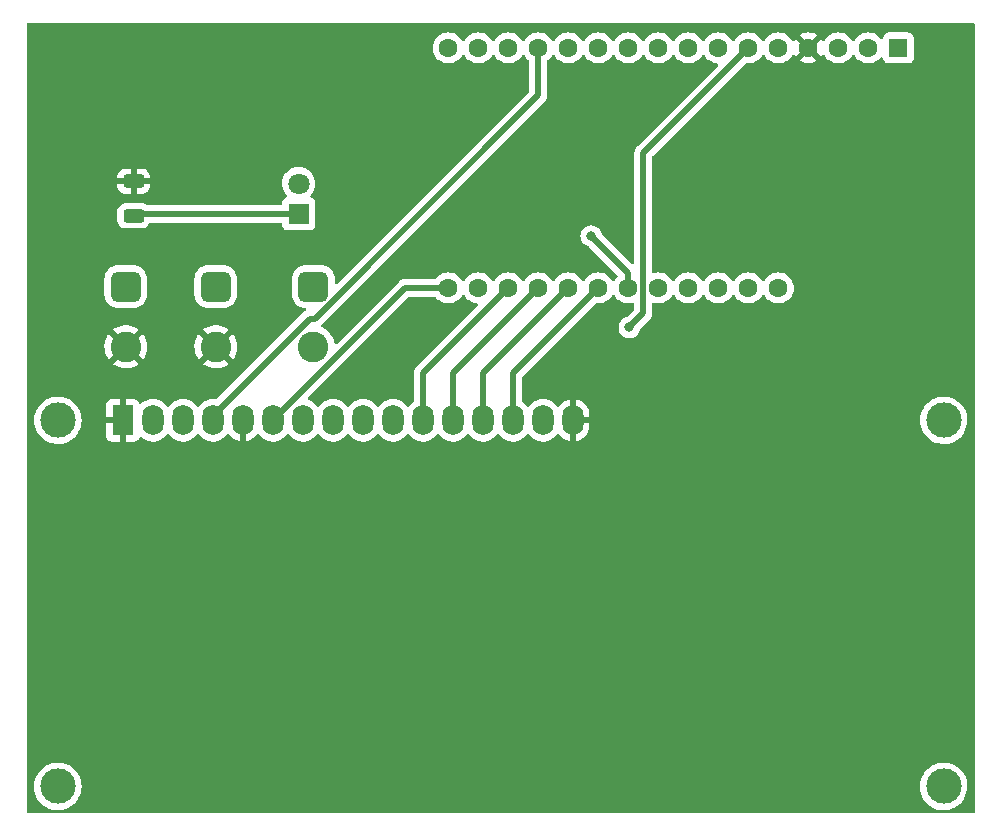
<source format=gbr>
%TF.GenerationSoftware,KiCad,Pcbnew,(6.0.5)*%
%TF.CreationDate,2022-11-16T22:17:36-08:00*%
%TF.ProjectId,ECE411,45434534-3131-42e6-9b69-6361645f7063,rev?*%
%TF.SameCoordinates,Original*%
%TF.FileFunction,Copper,L2,Bot*%
%TF.FilePolarity,Positive*%
%FSLAX46Y46*%
G04 Gerber Fmt 4.6, Leading zero omitted, Abs format (unit mm)*
G04 Created by KiCad (PCBNEW (6.0.5)) date 2022-11-16 22:17:36*
%MOMM*%
%LPD*%
G01*
G04 APERTURE LIST*
G04 Aperture macros list*
%AMRoundRect*
0 Rectangle with rounded corners*
0 $1 Rounding radius*
0 $2 $3 $4 $5 $6 $7 $8 $9 X,Y pos of 4 corners*
0 Add a 4 corners polygon primitive as box body*
4,1,4,$2,$3,$4,$5,$6,$7,$8,$9,$2,$3,0*
0 Add four circle primitives for the rounded corners*
1,1,$1+$1,$2,$3*
1,1,$1+$1,$4,$5*
1,1,$1+$1,$6,$7*
1,1,$1+$1,$8,$9*
0 Add four rect primitives between the rounded corners*
20,1,$1+$1,$2,$3,$4,$5,0*
20,1,$1+$1,$4,$5,$6,$7,0*
20,1,$1+$1,$6,$7,$8,$9,0*
20,1,$1+$1,$8,$9,$2,$3,0*%
G04 Aperture macros list end*
%TA.AperFunction,SMDPad,CuDef*%
%ADD10RoundRect,0.250000X0.625000X-0.312500X0.625000X0.312500X-0.625000X0.312500X-0.625000X-0.312500X0*%
%TD*%
%TA.AperFunction,ComponentPad*%
%ADD11R,1.800000X1.800000*%
%TD*%
%TA.AperFunction,ComponentPad*%
%ADD12C,1.800000*%
%TD*%
%TA.AperFunction,ComponentPad*%
%ADD13RoundRect,0.650000X-0.650000X0.650000X-0.650000X-0.650000X0.650000X-0.650000X0.650000X0.650000X0*%
%TD*%
%TA.AperFunction,ComponentPad*%
%ADD14C,2.600000*%
%TD*%
%TA.AperFunction,ComponentPad*%
%ADD15C,3.000000*%
%TD*%
%TA.AperFunction,ComponentPad*%
%ADD16R,1.800000X2.600000*%
%TD*%
%TA.AperFunction,ComponentPad*%
%ADD17O,1.800000X2.600000*%
%TD*%
%TA.AperFunction,ComponentPad*%
%ADD18R,1.600000X1.600000*%
%TD*%
%TA.AperFunction,ComponentPad*%
%ADD19C,1.600000*%
%TD*%
%TA.AperFunction,ViaPad*%
%ADD20C,0.800000*%
%TD*%
%TA.AperFunction,Conductor*%
%ADD21C,0.500000*%
%TD*%
G04 APERTURE END LIST*
D10*
%TO.P,R5,1*%
%TO.N,Net-(D1-Pad1)*%
X116840000Y-78297500D03*
%TO.P,R5,2*%
%TO.N,GND*%
X116840000Y-75372500D03*
%TD*%
D11*
%TO.P,D1,1,K*%
%TO.N,Net-(D1-Pad1)*%
X130810000Y-78110000D03*
D12*
%TO.P,D1,2,A*%
%TO.N,Net-(A1-Pad23)*%
X130810000Y-75570000D03*
%TD*%
D13*
%TO.P,J2-ToMoistSense1,1,Pin_1*%
%TO.N,Net-(A1-Pad6)*%
X123795480Y-84292020D03*
D14*
%TO.P,J2-ToMoistSense1,2,Pin_2*%
%TO.N,GND*%
X123795480Y-89372020D03*
%TD*%
D13*
%TO.P,Batt1,1,+*%
%TO.N,+BATT*%
X116175480Y-84292020D03*
D14*
%TO.P,Batt1,2,-*%
%TO.N,GND*%
X116175480Y-89372020D03*
%TD*%
D15*
%TO.P,DS1,*%
%TO.N,*%
X185425480Y-95604520D03*
X110426380Y-95604520D03*
X110426380Y-126605220D03*
X185424960Y-126605220D03*
D16*
%TO.P,DS1,1,VSS*%
%TO.N,GND*%
X115925480Y-95604520D03*
D17*
%TO.P,DS1,2,VDD*%
%TO.N,+BATT*%
X118465480Y-95604520D03*
%TO.P,DS1,3,VO*%
%TO.N,Net-(DS1-Pad3)*%
X121005480Y-95604520D03*
%TO.P,DS1,4,RS*%
%TO.N,Net-(A1-Pad13)*%
X123545480Y-95604520D03*
%TO.P,DS1,5,R/W*%
%TO.N,GND*%
X126085480Y-95604520D03*
%TO.P,DS1,6,E*%
%TO.N,Net-(A1-Pad17)*%
X128625480Y-95604520D03*
%TO.P,DS1,7,D0*%
%TO.N,unconnected-(DS1-Pad7)*%
X131165480Y-95604520D03*
%TO.P,DS1,8,D1*%
%TO.N,unconnected-(DS1-Pad8)*%
X133705480Y-95604520D03*
%TO.P,DS1,9,D2*%
%TO.N,unconnected-(DS1-Pad9)*%
X136245480Y-95604520D03*
%TO.P,DS1,10,D3*%
%TO.N,unconnected-(DS1-Pad10)*%
X138785480Y-95604520D03*
%TO.P,DS1,11,D4*%
%TO.N,Net-(A1-Pad19)*%
X141325480Y-95604520D03*
%TO.P,DS1,12,D5*%
%TO.N,Net-(A1-Pad20)*%
X143865480Y-95604520D03*
%TO.P,DS1,13,D6*%
%TO.N,Net-(A1-Pad21)*%
X146405480Y-95604520D03*
%TO.P,DS1,14,D7*%
%TO.N,Net-(A1-Pad22)*%
X148945480Y-95604520D03*
%TO.P,DS1,15,LED(+)*%
%TO.N,Net-(DS1-Pad15)*%
X151485480Y-95604520D03*
%TO.P,DS1,16,LED(-)*%
%TO.N,GND*%
X154025480Y-95604520D03*
%TD*%
D18*
%TO.P,A1,1,~{RESET}*%
%TO.N,unconnected-(A1-Pad1)*%
X181580480Y-64079520D03*
D19*
%TO.P,A1,2,3V3*%
%TO.N,unconnected-(A1-Pad2)*%
X179040480Y-64079520D03*
%TO.P,A1,3,NC*%
%TO.N,unconnected-(A1-Pad3)*%
X176500480Y-64079520D03*
%TO.P,A1,4,GND*%
%TO.N,GND*%
X173960480Y-64079520D03*
%TO.P,A1,5,DAC2/A0*%
%TO.N,Net-(A1-Pad5)*%
X171420480Y-64079520D03*
%TO.P,A1,6,DAC1/A1*%
%TO.N,Net-(A1-Pad6)*%
X168880480Y-64079520D03*
%TO.P,A1,7,I34/A2*%
%TO.N,unconnected-(A1-Pad7)*%
X166340480Y-64079520D03*
%TO.P,A1,8,I39/A3*%
%TO.N,unconnected-(A1-Pad8)*%
X163800480Y-64079520D03*
%TO.P,A1,9,IO36/A4*%
%TO.N,unconnected-(A1-Pad9)*%
X161260480Y-64079520D03*
%TO.P,A1,10,IO4/A5*%
%TO.N,unconnected-(A1-Pad10)*%
X158720480Y-64079520D03*
%TO.P,A1,11,SCK/IO5*%
%TO.N,unconnected-(A1-Pad11)*%
X156180480Y-64079520D03*
%TO.P,A1,12,MOSI/IO18*%
%TO.N,unconnected-(A1-Pad12)*%
X153640480Y-64079520D03*
%TO.P,A1,13,MISO/IO19*%
%TO.N,Net-(A1-Pad13)*%
X151100480Y-64079520D03*
%TO.P,A1,14,RX/IO16*%
%TO.N,unconnected-(A1-Pad14)*%
X148560480Y-64079520D03*
%TO.P,A1,15,TX/IO17*%
%TO.N,unconnected-(A1-Pad15)*%
X146020480Y-64079520D03*
%TO.P,A1,16,IO21*%
%TO.N,unconnected-(A1-Pad16)*%
X143480480Y-64079520D03*
%TO.P,A1,17,SDA/IO23*%
%TO.N,Net-(A1-Pad17)*%
X143480480Y-84399520D03*
%TO.P,A1,18,SCL/IO22*%
%TO.N,unconnected-(A1-Pad18)*%
X146020480Y-84399520D03*
%TO.P,A1,19,A6/IO14*%
%TO.N,Net-(A1-Pad19)*%
X148560480Y-84399520D03*
%TO.P,A1,20,A7/IO32*%
%TO.N,Net-(A1-Pad20)*%
X151100480Y-84399520D03*
%TO.P,A1,21,A8/IO15*%
%TO.N,Net-(A1-Pad21)*%
X153640480Y-84399520D03*
%TO.P,A1,22,A9/IO33*%
%TO.N,Net-(A1-Pad22)*%
X156180480Y-84399520D03*
%TO.P,A1,23,A10/IO27*%
%TO.N,Net-(A1-Pad23)*%
X158720480Y-84399520D03*
%TO.P,A1,24,A11/IO12*%
%TO.N,unconnected-(A1-Pad24)*%
X161260480Y-84399520D03*
%TO.P,A1,25,A12/IO13*%
%TO.N,unconnected-(A1-Pad25)*%
X163800480Y-84399520D03*
%TO.P,A1,26,USB*%
%TO.N,+BATT*%
X166340480Y-84399520D03*
%TO.P,A1,27,EN*%
%TO.N,unconnected-(A1-Pad27)*%
X168880480Y-84399520D03*
%TO.P,A1,28,VBAT*%
%TO.N,unconnected-(A1-Pad28)*%
X171420480Y-84399520D03*
%TD*%
D13*
%TO.P,J1-ToPump1,1,Pin_1*%
%TO.N,Net-(J1-ToPump1-Pad1)*%
X132050480Y-84292020D03*
D14*
%TO.P,J1-ToPump1,2,Pin_2*%
%TO.N,+BATT*%
X132050480Y-89372020D03*
%TD*%
D20*
%TO.N,GND*%
X138430000Y-91440000D03*
X151765000Y-91440000D03*
%TO.N,Net-(A1-Pad23)*%
X155575000Y-80010000D03*
%TO.N,Net-(A1-Pad6)*%
X158808469Y-87747509D03*
%TO.N,GND*%
X119350480Y-70957020D03*
X176500480Y-83657020D03*
X157450480Y-115407020D03*
X176500480Y-96357020D03*
X138400480Y-70957020D03*
X157450480Y-70957020D03*
X138400480Y-115407020D03*
X176500480Y-115407020D03*
X119350480Y-115407020D03*
X151100480Y-77307020D03*
X176500480Y-70957020D03*
X120015000Y-90007020D03*
%TD*%
D21*
%TO.N,Net-(A1-Pad23)*%
X155575000Y-80010000D02*
X158720480Y-83155480D01*
X158720480Y-83155480D02*
X158720480Y-84399520D01*
%TO.N,Net-(A1-Pad17)*%
X128625480Y-95604520D02*
X139830480Y-84399520D01*
X139830480Y-84399520D02*
X143480480Y-84399520D01*
%TO.N,Net-(D1-Pad1)*%
X117027500Y-78110000D02*
X130810000Y-78110000D01*
X116840000Y-78297500D02*
X117027500Y-78110000D01*
%TO.N,Net-(A1-Pad13)*%
X151100480Y-68096976D02*
X151100480Y-64079520D01*
X123545480Y-95204520D02*
X131755000Y-86995000D01*
X132202456Y-86995000D02*
X151100480Y-68096976D01*
X123545480Y-95604520D02*
X123545480Y-95204520D01*
X131755000Y-86995000D02*
X132202456Y-86995000D01*
%TO.N,Net-(A1-Pad6)*%
X159990480Y-72969520D02*
X159990480Y-86565498D01*
X168880480Y-64079520D02*
X159990480Y-72969520D01*
X159990480Y-86565498D02*
X158808469Y-87747509D01*
%TO.N,Net-(A1-Pad20)*%
X143865480Y-95604520D02*
X143865480Y-91634520D01*
X143865480Y-91634520D02*
X151100480Y-84399520D01*
%TO.N,Net-(A1-Pad19)*%
X141325480Y-91634520D02*
X148560480Y-84399520D01*
X141325480Y-95604520D02*
X141325480Y-91634520D01*
%TO.N,Net-(A1-Pad21)*%
X146405480Y-91634520D02*
X153640480Y-84399520D01*
X146405480Y-95604520D02*
X146405480Y-91634520D01*
%TO.N,Net-(A1-Pad22)*%
X148945480Y-91634520D02*
X156180480Y-84399520D01*
X148945480Y-95604520D02*
X148945480Y-91634520D01*
%TD*%
%TA.AperFunction,Conductor*%
%TO.N,GND*%
G36*
X187999101Y-61960522D02*
G01*
X188045594Y-62014178D01*
X188056980Y-62066520D01*
X188056980Y-128742520D01*
X188036978Y-128810641D01*
X187983322Y-128857134D01*
X187930980Y-128868520D01*
X107919980Y-128868520D01*
X107851859Y-128848518D01*
X107805366Y-128794862D01*
X107793980Y-128742520D01*
X107793980Y-126584138D01*
X108413297Y-126584138D01*
X108429062Y-126857540D01*
X108429887Y-126861745D01*
X108429888Y-126861753D01*
X108440507Y-126915877D01*
X108481785Y-127126273D01*
X108483172Y-127130323D01*
X108483173Y-127130328D01*
X108503985Y-127191115D01*
X108570492Y-127385364D01*
X108693540Y-127630019D01*
X108695966Y-127633548D01*
X108695969Y-127633554D01*
X108846223Y-127852173D01*
X108848654Y-127855710D01*
X109032962Y-128058263D01*
X109243055Y-128233927D01*
X109246696Y-128236211D01*
X109471404Y-128377171D01*
X109471408Y-128377173D01*
X109475044Y-128379454D01*
X109542924Y-128410103D01*
X109720725Y-128490384D01*
X109720729Y-128490386D01*
X109724637Y-128492150D01*
X109728757Y-128493370D01*
X109728756Y-128493370D01*
X109983103Y-128568711D01*
X109983107Y-128568712D01*
X109987216Y-128569929D01*
X109991450Y-128570577D01*
X109991455Y-128570578D01*
X110253678Y-128610703D01*
X110253680Y-128610703D01*
X110257920Y-128611352D01*
X110397292Y-128613542D01*
X110527451Y-128615587D01*
X110527457Y-128615587D01*
X110531742Y-128615654D01*
X110803615Y-128582754D01*
X111068507Y-128513261D01*
X111072467Y-128511621D01*
X111072472Y-128511619D01*
X111195011Y-128460861D01*
X111321516Y-128408461D01*
X111557962Y-128270293D01*
X111773469Y-128101314D01*
X111815189Y-128058263D01*
X111961066Y-127907729D01*
X111964049Y-127904651D01*
X111966582Y-127901203D01*
X111966586Y-127901198D01*
X112123637Y-127687398D01*
X112126175Y-127683943D01*
X112153534Y-127633554D01*
X112254798Y-127447050D01*
X112254799Y-127447048D01*
X112256848Y-127443274D01*
X112353649Y-127187097D01*
X112414787Y-126920153D01*
X112439131Y-126647381D01*
X112439573Y-126605220D01*
X112438136Y-126584138D01*
X183411877Y-126584138D01*
X183427642Y-126857540D01*
X183428467Y-126861745D01*
X183428468Y-126861753D01*
X183439087Y-126915877D01*
X183480365Y-127126273D01*
X183481752Y-127130323D01*
X183481753Y-127130328D01*
X183502565Y-127191115D01*
X183569072Y-127385364D01*
X183692120Y-127630019D01*
X183694546Y-127633548D01*
X183694549Y-127633554D01*
X183844803Y-127852173D01*
X183847234Y-127855710D01*
X184031542Y-128058263D01*
X184241635Y-128233927D01*
X184245276Y-128236211D01*
X184469984Y-128377171D01*
X184469988Y-128377173D01*
X184473624Y-128379454D01*
X184541504Y-128410103D01*
X184719305Y-128490384D01*
X184719309Y-128490386D01*
X184723217Y-128492150D01*
X184727337Y-128493370D01*
X184727336Y-128493370D01*
X184981683Y-128568711D01*
X184981687Y-128568712D01*
X184985796Y-128569929D01*
X184990030Y-128570577D01*
X184990035Y-128570578D01*
X185252258Y-128610703D01*
X185252260Y-128610703D01*
X185256500Y-128611352D01*
X185395872Y-128613542D01*
X185526031Y-128615587D01*
X185526037Y-128615587D01*
X185530322Y-128615654D01*
X185802195Y-128582754D01*
X186067087Y-128513261D01*
X186071047Y-128511621D01*
X186071052Y-128511619D01*
X186193591Y-128460861D01*
X186320096Y-128408461D01*
X186556542Y-128270293D01*
X186772049Y-128101314D01*
X186813769Y-128058263D01*
X186959646Y-127907729D01*
X186962629Y-127904651D01*
X186965162Y-127901203D01*
X186965166Y-127901198D01*
X187122217Y-127687398D01*
X187124755Y-127683943D01*
X187152114Y-127633554D01*
X187253378Y-127447050D01*
X187253379Y-127447048D01*
X187255428Y-127443274D01*
X187352229Y-127187097D01*
X187413367Y-126920153D01*
X187437711Y-126647381D01*
X187438153Y-126605220D01*
X187419527Y-126331998D01*
X187363992Y-126063832D01*
X187272577Y-125805685D01*
X187146973Y-125562332D01*
X187137000Y-125548141D01*
X186991968Y-125341782D01*
X186989505Y-125338277D01*
X186803085Y-125137665D01*
X186799770Y-125134951D01*
X186799766Y-125134948D01*
X186594483Y-124966926D01*
X186591165Y-124964210D01*
X186357664Y-124821121D01*
X186353728Y-124819393D01*
X186110833Y-124712769D01*
X186110829Y-124712768D01*
X186106905Y-124711045D01*
X185843526Y-124636020D01*
X185839284Y-124635416D01*
X185839278Y-124635415D01*
X185638794Y-124606882D01*
X185572403Y-124597433D01*
X185428549Y-124596680D01*
X185302837Y-124596022D01*
X185302831Y-124596022D01*
X185298551Y-124596000D01*
X185294307Y-124596559D01*
X185294303Y-124596559D01*
X185175262Y-124612231D01*
X185027038Y-124631745D01*
X185022898Y-124632878D01*
X185022896Y-124632878D01*
X184949968Y-124652829D01*
X184762888Y-124704008D01*
X184758940Y-124705692D01*
X184514942Y-124809766D01*
X184514938Y-124809768D01*
X184510990Y-124811452D01*
X184491085Y-124823365D01*
X184279685Y-124949884D01*
X184279681Y-124949887D01*
X184276003Y-124952088D01*
X184062278Y-125123314D01*
X183873768Y-125321962D01*
X183713962Y-125544356D01*
X183585817Y-125786381D01*
X183584345Y-125790404D01*
X183584343Y-125790408D01*
X183577274Y-125809726D01*
X183491703Y-126043557D01*
X183433364Y-126311127D01*
X183411877Y-126584138D01*
X112438136Y-126584138D01*
X112420947Y-126331998D01*
X112365412Y-126063832D01*
X112273997Y-125805685D01*
X112148393Y-125562332D01*
X112138420Y-125548141D01*
X111993388Y-125341782D01*
X111990925Y-125338277D01*
X111804505Y-125137665D01*
X111801190Y-125134951D01*
X111801186Y-125134948D01*
X111595903Y-124966926D01*
X111592585Y-124964210D01*
X111359084Y-124821121D01*
X111355148Y-124819393D01*
X111112253Y-124712769D01*
X111112249Y-124712768D01*
X111108325Y-124711045D01*
X110844946Y-124636020D01*
X110840704Y-124635416D01*
X110840698Y-124635415D01*
X110640214Y-124606882D01*
X110573823Y-124597433D01*
X110429969Y-124596680D01*
X110304257Y-124596022D01*
X110304251Y-124596022D01*
X110299971Y-124596000D01*
X110295727Y-124596559D01*
X110295723Y-124596559D01*
X110176682Y-124612231D01*
X110028458Y-124631745D01*
X110024318Y-124632878D01*
X110024316Y-124632878D01*
X109951388Y-124652829D01*
X109764308Y-124704008D01*
X109760360Y-124705692D01*
X109516362Y-124809766D01*
X109516358Y-124809768D01*
X109512410Y-124811452D01*
X109492505Y-124823365D01*
X109281105Y-124949884D01*
X109281101Y-124949887D01*
X109277423Y-124952088D01*
X109063698Y-125123314D01*
X108875188Y-125321962D01*
X108715382Y-125544356D01*
X108587237Y-125786381D01*
X108585765Y-125790404D01*
X108585763Y-125790408D01*
X108578694Y-125809726D01*
X108493123Y-126043557D01*
X108434784Y-126311127D01*
X108413297Y-126584138D01*
X107793980Y-126584138D01*
X107793980Y-95583438D01*
X108413297Y-95583438D01*
X108429062Y-95856840D01*
X108429887Y-95861045D01*
X108429888Y-95861053D01*
X108440507Y-95915177D01*
X108481785Y-96125573D01*
X108483172Y-96129623D01*
X108483173Y-96129628D01*
X108568091Y-96377652D01*
X108570492Y-96384664D01*
X108572419Y-96388495D01*
X108677514Y-96597454D01*
X108693540Y-96629319D01*
X108695966Y-96632848D01*
X108695969Y-96632854D01*
X108846223Y-96851473D01*
X108848654Y-96855010D01*
X108851541Y-96858183D01*
X108851542Y-96858184D01*
X108884260Y-96894141D01*
X109032962Y-97057563D01*
X109243055Y-97233227D01*
X109246696Y-97235511D01*
X109471404Y-97376471D01*
X109471408Y-97376473D01*
X109475044Y-97378754D01*
X109549010Y-97412151D01*
X109720725Y-97489684D01*
X109720729Y-97489686D01*
X109724637Y-97491450D01*
X109728757Y-97492670D01*
X109728756Y-97492670D01*
X109983103Y-97568011D01*
X109983107Y-97568012D01*
X109987216Y-97569229D01*
X109991450Y-97569877D01*
X109991455Y-97569878D01*
X110253678Y-97610003D01*
X110253680Y-97610003D01*
X110257920Y-97610652D01*
X110397292Y-97612842D01*
X110527451Y-97614887D01*
X110527457Y-97614887D01*
X110531742Y-97614954D01*
X110803615Y-97582054D01*
X111068507Y-97512561D01*
X111072467Y-97510921D01*
X111072472Y-97510919D01*
X111302004Y-97415843D01*
X111321516Y-97407761D01*
X111486468Y-97311371D01*
X111554259Y-97271757D01*
X111554260Y-97271756D01*
X111557962Y-97269593D01*
X111773469Y-97100614D01*
X111788055Y-97085563D01*
X111920210Y-96949189D01*
X114517481Y-96949189D01*
X114517851Y-96956010D01*
X114523375Y-97006872D01*
X114527001Y-97022124D01*
X114572156Y-97142574D01*
X114580694Y-97158169D01*
X114657195Y-97260244D01*
X114669756Y-97272805D01*
X114771831Y-97349306D01*
X114787426Y-97357844D01*
X114907874Y-97402998D01*
X114923129Y-97406625D01*
X114973994Y-97412151D01*
X114980808Y-97412520D01*
X115653365Y-97412520D01*
X115668604Y-97408045D01*
X115669809Y-97406655D01*
X115671480Y-97398972D01*
X115671480Y-97394404D01*
X116179480Y-97394404D01*
X116183955Y-97409643D01*
X116185345Y-97410848D01*
X116193028Y-97412519D01*
X116870149Y-97412519D01*
X116876970Y-97412149D01*
X116927832Y-97406625D01*
X116943084Y-97402999D01*
X117063534Y-97357844D01*
X117079129Y-97349306D01*
X117181204Y-97272805D01*
X117193765Y-97260244D01*
X117270266Y-97158169D01*
X117278804Y-97142574D01*
X117300177Y-97085563D01*
X117342819Y-97028798D01*
X117409381Y-97004099D01*
X117478730Y-97019307D01*
X117509328Y-97042821D01*
X117525120Y-97059376D01*
X117525132Y-97059386D01*
X117528806Y-97063238D01*
X117720580Y-97205922D01*
X117725331Y-97208338D01*
X117725335Y-97208340D01*
X117928894Y-97311834D01*
X117933652Y-97314253D01*
X118046541Y-97349306D01*
X118156829Y-97383552D01*
X118156835Y-97383553D01*
X118161932Y-97385136D01*
X118266322Y-97398972D01*
X118393607Y-97415843D01*
X118393611Y-97415843D01*
X118398891Y-97416543D01*
X118404220Y-97416343D01*
X118404221Y-97416343D01*
X118515925Y-97412149D01*
X118637754Y-97407575D01*
X118737606Y-97386624D01*
X118866464Y-97359587D01*
X118866467Y-97359586D01*
X118871691Y-97358490D01*
X119094013Y-97270691D01*
X119298363Y-97146688D01*
X119355013Y-97097530D01*
X119474866Y-96993527D01*
X119474868Y-96993525D01*
X119478899Y-96990027D01*
X119482282Y-96985901D01*
X119482286Y-96985897D01*
X119627071Y-96809318D01*
X119627073Y-96809315D01*
X119630458Y-96805187D01*
X119633097Y-96800551D01*
X119634425Y-96798619D01*
X119689496Y-96753812D01*
X119760050Y-96745891D01*
X119823685Y-96777372D01*
X119842781Y-96799626D01*
X119903814Y-96890282D01*
X119907493Y-96894139D01*
X119907495Y-96894141D01*
X119966515Y-96956010D01*
X120068806Y-97063238D01*
X120260580Y-97205922D01*
X120265331Y-97208338D01*
X120265335Y-97208340D01*
X120468894Y-97311834D01*
X120473652Y-97314253D01*
X120586541Y-97349306D01*
X120696829Y-97383552D01*
X120696835Y-97383553D01*
X120701932Y-97385136D01*
X120806322Y-97398972D01*
X120933607Y-97415843D01*
X120933611Y-97415843D01*
X120938891Y-97416543D01*
X120944220Y-97416343D01*
X120944221Y-97416343D01*
X121055925Y-97412149D01*
X121177754Y-97407575D01*
X121277606Y-97386624D01*
X121406464Y-97359587D01*
X121406467Y-97359586D01*
X121411691Y-97358490D01*
X121634013Y-97270691D01*
X121838363Y-97146688D01*
X121895013Y-97097530D01*
X122014866Y-96993527D01*
X122014868Y-96993525D01*
X122018899Y-96990027D01*
X122022282Y-96985901D01*
X122022286Y-96985897D01*
X122167071Y-96809318D01*
X122167073Y-96809315D01*
X122170458Y-96805187D01*
X122173097Y-96800551D01*
X122174425Y-96798619D01*
X122229496Y-96753812D01*
X122300050Y-96745891D01*
X122363685Y-96777372D01*
X122382781Y-96799626D01*
X122443814Y-96890282D01*
X122447493Y-96894139D01*
X122447495Y-96894141D01*
X122506515Y-96956010D01*
X122608806Y-97063238D01*
X122800580Y-97205922D01*
X122805331Y-97208338D01*
X122805335Y-97208340D01*
X123008894Y-97311834D01*
X123013652Y-97314253D01*
X123126541Y-97349306D01*
X123236829Y-97383552D01*
X123236835Y-97383553D01*
X123241932Y-97385136D01*
X123346322Y-97398972D01*
X123473607Y-97415843D01*
X123473611Y-97415843D01*
X123478891Y-97416543D01*
X123484220Y-97416343D01*
X123484221Y-97416343D01*
X123595925Y-97412149D01*
X123717754Y-97407575D01*
X123817606Y-97386624D01*
X123946464Y-97359587D01*
X123946467Y-97359586D01*
X123951691Y-97358490D01*
X124174013Y-97270691D01*
X124378363Y-97146688D01*
X124435013Y-97097530D01*
X124554866Y-96993527D01*
X124554868Y-96993525D01*
X124558899Y-96990027D01*
X124562282Y-96985901D01*
X124562286Y-96985897D01*
X124707073Y-96809315D01*
X124710458Y-96805187D01*
X124713099Y-96800547D01*
X124714724Y-96798183D01*
X124769792Y-96753372D01*
X124840345Y-96745447D01*
X124903982Y-96776923D01*
X124923084Y-96799182D01*
X124981231Y-96885549D01*
X124987886Y-96893827D01*
X125145451Y-97058998D01*
X125153422Y-97066050D01*
X125336562Y-97202310D01*
X125345599Y-97207914D01*
X125549086Y-97311371D01*
X125558939Y-97315372D01*
X125776941Y-97383064D01*
X125787328Y-97385348D01*
X125813523Y-97388820D01*
X125827687Y-97386624D01*
X125831480Y-97373439D01*
X125831480Y-95476520D01*
X125851482Y-95408399D01*
X125905138Y-95361906D01*
X125957480Y-95350520D01*
X126213480Y-95350520D01*
X126281601Y-95370522D01*
X126328094Y-95424178D01*
X126339480Y-95476520D01*
X126339480Y-97371802D01*
X126343453Y-97385333D01*
X126354060Y-97386858D01*
X126486320Y-97359107D01*
X126496517Y-97356047D01*
X126708820Y-97272205D01*
X126718356Y-97267471D01*
X126913505Y-97149052D01*
X126922098Y-97142786D01*
X127094507Y-96993178D01*
X127101927Y-96985548D01*
X127246661Y-96809031D01*
X127254122Y-96798176D01*
X127309192Y-96753367D01*
X127379745Y-96745444D01*
X127443381Y-96776922D01*
X127462480Y-96799179D01*
X127523814Y-96890282D01*
X127527493Y-96894139D01*
X127527495Y-96894141D01*
X127586515Y-96956010D01*
X127688806Y-97063238D01*
X127880580Y-97205922D01*
X127885331Y-97208338D01*
X127885335Y-97208340D01*
X128088894Y-97311834D01*
X128093652Y-97314253D01*
X128206541Y-97349306D01*
X128316829Y-97383552D01*
X128316835Y-97383553D01*
X128321932Y-97385136D01*
X128426322Y-97398972D01*
X128553607Y-97415843D01*
X128553611Y-97415843D01*
X128558891Y-97416543D01*
X128564220Y-97416343D01*
X128564221Y-97416343D01*
X128675925Y-97412149D01*
X128797754Y-97407575D01*
X128897606Y-97386624D01*
X129026464Y-97359587D01*
X129026467Y-97359586D01*
X129031691Y-97358490D01*
X129254013Y-97270691D01*
X129458363Y-97146688D01*
X129515013Y-97097530D01*
X129634866Y-96993527D01*
X129634868Y-96993525D01*
X129638899Y-96990027D01*
X129642282Y-96985901D01*
X129642286Y-96985897D01*
X129787071Y-96809318D01*
X129787073Y-96809315D01*
X129790458Y-96805187D01*
X129793097Y-96800551D01*
X129794425Y-96798619D01*
X129849496Y-96753812D01*
X129920050Y-96745891D01*
X129983685Y-96777372D01*
X130002781Y-96799626D01*
X130063814Y-96890282D01*
X130067493Y-96894139D01*
X130067495Y-96894141D01*
X130126515Y-96956010D01*
X130228806Y-97063238D01*
X130420580Y-97205922D01*
X130425331Y-97208338D01*
X130425335Y-97208340D01*
X130628894Y-97311834D01*
X130633652Y-97314253D01*
X130746541Y-97349306D01*
X130856829Y-97383552D01*
X130856835Y-97383553D01*
X130861932Y-97385136D01*
X130966322Y-97398972D01*
X131093607Y-97415843D01*
X131093611Y-97415843D01*
X131098891Y-97416543D01*
X131104220Y-97416343D01*
X131104221Y-97416343D01*
X131215925Y-97412149D01*
X131337754Y-97407575D01*
X131437606Y-97386624D01*
X131566464Y-97359587D01*
X131566467Y-97359586D01*
X131571691Y-97358490D01*
X131794013Y-97270691D01*
X131998363Y-97146688D01*
X132055013Y-97097530D01*
X132174866Y-96993527D01*
X132174868Y-96993525D01*
X132178899Y-96990027D01*
X132182282Y-96985901D01*
X132182286Y-96985897D01*
X132327071Y-96809318D01*
X132327073Y-96809315D01*
X132330458Y-96805187D01*
X132333097Y-96800551D01*
X132334425Y-96798619D01*
X132389496Y-96753812D01*
X132460050Y-96745891D01*
X132523685Y-96777372D01*
X132542781Y-96799626D01*
X132603814Y-96890282D01*
X132607493Y-96894139D01*
X132607495Y-96894141D01*
X132666515Y-96956010D01*
X132768806Y-97063238D01*
X132960580Y-97205922D01*
X132965331Y-97208338D01*
X132965335Y-97208340D01*
X133168894Y-97311834D01*
X133173652Y-97314253D01*
X133286541Y-97349306D01*
X133396829Y-97383552D01*
X133396835Y-97383553D01*
X133401932Y-97385136D01*
X133506322Y-97398972D01*
X133633607Y-97415843D01*
X133633611Y-97415843D01*
X133638891Y-97416543D01*
X133644220Y-97416343D01*
X133644221Y-97416343D01*
X133755925Y-97412149D01*
X133877754Y-97407575D01*
X133977606Y-97386624D01*
X134106464Y-97359587D01*
X134106467Y-97359586D01*
X134111691Y-97358490D01*
X134334013Y-97270691D01*
X134538363Y-97146688D01*
X134595013Y-97097530D01*
X134714866Y-96993527D01*
X134714868Y-96993525D01*
X134718899Y-96990027D01*
X134722282Y-96985901D01*
X134722286Y-96985897D01*
X134867071Y-96809318D01*
X134867073Y-96809315D01*
X134870458Y-96805187D01*
X134873097Y-96800551D01*
X134874425Y-96798619D01*
X134929496Y-96753812D01*
X135000050Y-96745891D01*
X135063685Y-96777372D01*
X135082781Y-96799626D01*
X135143814Y-96890282D01*
X135147493Y-96894139D01*
X135147495Y-96894141D01*
X135206515Y-96956010D01*
X135308806Y-97063238D01*
X135500580Y-97205922D01*
X135505331Y-97208338D01*
X135505335Y-97208340D01*
X135708894Y-97311834D01*
X135713652Y-97314253D01*
X135826541Y-97349306D01*
X135936829Y-97383552D01*
X135936835Y-97383553D01*
X135941932Y-97385136D01*
X136046322Y-97398972D01*
X136173607Y-97415843D01*
X136173611Y-97415843D01*
X136178891Y-97416543D01*
X136184220Y-97416343D01*
X136184221Y-97416343D01*
X136295925Y-97412149D01*
X136417754Y-97407575D01*
X136517606Y-97386624D01*
X136646464Y-97359587D01*
X136646467Y-97359586D01*
X136651691Y-97358490D01*
X136874013Y-97270691D01*
X137078363Y-97146688D01*
X137135013Y-97097530D01*
X137254866Y-96993527D01*
X137254868Y-96993525D01*
X137258899Y-96990027D01*
X137262282Y-96985901D01*
X137262286Y-96985897D01*
X137407071Y-96809318D01*
X137407073Y-96809315D01*
X137410458Y-96805187D01*
X137413097Y-96800551D01*
X137414425Y-96798619D01*
X137469496Y-96753812D01*
X137540050Y-96745891D01*
X137603685Y-96777372D01*
X137622781Y-96799626D01*
X137683814Y-96890282D01*
X137687493Y-96894139D01*
X137687495Y-96894141D01*
X137746515Y-96956010D01*
X137848806Y-97063238D01*
X138040580Y-97205922D01*
X138045331Y-97208338D01*
X138045335Y-97208340D01*
X138248894Y-97311834D01*
X138253652Y-97314253D01*
X138366541Y-97349306D01*
X138476829Y-97383552D01*
X138476835Y-97383553D01*
X138481932Y-97385136D01*
X138586322Y-97398972D01*
X138713607Y-97415843D01*
X138713611Y-97415843D01*
X138718891Y-97416543D01*
X138724220Y-97416343D01*
X138724221Y-97416343D01*
X138835925Y-97412149D01*
X138957754Y-97407575D01*
X139057606Y-97386624D01*
X139186464Y-97359587D01*
X139186467Y-97359586D01*
X139191691Y-97358490D01*
X139414013Y-97270691D01*
X139618363Y-97146688D01*
X139675013Y-97097530D01*
X139794866Y-96993527D01*
X139794868Y-96993525D01*
X139798899Y-96990027D01*
X139802282Y-96985901D01*
X139802286Y-96985897D01*
X139947071Y-96809318D01*
X139947073Y-96809315D01*
X139950458Y-96805187D01*
X139953097Y-96800551D01*
X139954425Y-96798619D01*
X140009496Y-96753812D01*
X140080050Y-96745891D01*
X140143685Y-96777372D01*
X140162781Y-96799626D01*
X140223814Y-96890282D01*
X140227493Y-96894139D01*
X140227495Y-96894141D01*
X140286515Y-96956010D01*
X140388806Y-97063238D01*
X140580580Y-97205922D01*
X140585331Y-97208338D01*
X140585335Y-97208340D01*
X140788894Y-97311834D01*
X140793652Y-97314253D01*
X140906541Y-97349306D01*
X141016829Y-97383552D01*
X141016835Y-97383553D01*
X141021932Y-97385136D01*
X141126322Y-97398972D01*
X141253607Y-97415843D01*
X141253611Y-97415843D01*
X141258891Y-97416543D01*
X141264220Y-97416343D01*
X141264221Y-97416343D01*
X141375925Y-97412149D01*
X141497754Y-97407575D01*
X141597606Y-97386624D01*
X141726464Y-97359587D01*
X141726467Y-97359586D01*
X141731691Y-97358490D01*
X141954013Y-97270691D01*
X142158363Y-97146688D01*
X142215013Y-97097530D01*
X142334866Y-96993527D01*
X142334868Y-96993525D01*
X142338899Y-96990027D01*
X142342282Y-96985901D01*
X142342286Y-96985897D01*
X142487071Y-96809318D01*
X142487073Y-96809315D01*
X142490458Y-96805187D01*
X142493097Y-96800551D01*
X142494425Y-96798619D01*
X142549496Y-96753812D01*
X142620050Y-96745891D01*
X142683685Y-96777372D01*
X142702781Y-96799626D01*
X142763814Y-96890282D01*
X142767493Y-96894139D01*
X142767495Y-96894141D01*
X142826515Y-96956010D01*
X142928806Y-97063238D01*
X143120580Y-97205922D01*
X143125331Y-97208338D01*
X143125335Y-97208340D01*
X143328894Y-97311834D01*
X143333652Y-97314253D01*
X143446541Y-97349306D01*
X143556829Y-97383552D01*
X143556835Y-97383553D01*
X143561932Y-97385136D01*
X143666322Y-97398972D01*
X143793607Y-97415843D01*
X143793611Y-97415843D01*
X143798891Y-97416543D01*
X143804220Y-97416343D01*
X143804221Y-97416343D01*
X143915925Y-97412149D01*
X144037754Y-97407575D01*
X144137606Y-97386624D01*
X144266464Y-97359587D01*
X144266467Y-97359586D01*
X144271691Y-97358490D01*
X144494013Y-97270691D01*
X144698363Y-97146688D01*
X144755013Y-97097530D01*
X144874866Y-96993527D01*
X144874868Y-96993525D01*
X144878899Y-96990027D01*
X144882282Y-96985901D01*
X144882286Y-96985897D01*
X145027071Y-96809318D01*
X145027073Y-96809315D01*
X145030458Y-96805187D01*
X145033097Y-96800551D01*
X145034425Y-96798619D01*
X145089496Y-96753812D01*
X145160050Y-96745891D01*
X145223685Y-96777372D01*
X145242781Y-96799626D01*
X145303814Y-96890282D01*
X145307493Y-96894139D01*
X145307495Y-96894141D01*
X145366515Y-96956010D01*
X145468806Y-97063238D01*
X145660580Y-97205922D01*
X145665331Y-97208338D01*
X145665335Y-97208340D01*
X145868894Y-97311834D01*
X145873652Y-97314253D01*
X145986541Y-97349306D01*
X146096829Y-97383552D01*
X146096835Y-97383553D01*
X146101932Y-97385136D01*
X146206322Y-97398972D01*
X146333607Y-97415843D01*
X146333611Y-97415843D01*
X146338891Y-97416543D01*
X146344220Y-97416343D01*
X146344221Y-97416343D01*
X146455925Y-97412149D01*
X146577754Y-97407575D01*
X146677606Y-97386624D01*
X146806464Y-97359587D01*
X146806467Y-97359586D01*
X146811691Y-97358490D01*
X147034013Y-97270691D01*
X147238363Y-97146688D01*
X147295013Y-97097530D01*
X147414866Y-96993527D01*
X147414868Y-96993525D01*
X147418899Y-96990027D01*
X147422282Y-96985901D01*
X147422286Y-96985897D01*
X147567071Y-96809318D01*
X147567073Y-96809315D01*
X147570458Y-96805187D01*
X147573097Y-96800551D01*
X147574425Y-96798619D01*
X147629496Y-96753812D01*
X147700050Y-96745891D01*
X147763685Y-96777372D01*
X147782781Y-96799626D01*
X147843814Y-96890282D01*
X147847493Y-96894139D01*
X147847495Y-96894141D01*
X147906515Y-96956010D01*
X148008806Y-97063238D01*
X148200580Y-97205922D01*
X148205331Y-97208338D01*
X148205335Y-97208340D01*
X148408894Y-97311834D01*
X148413652Y-97314253D01*
X148526541Y-97349306D01*
X148636829Y-97383552D01*
X148636835Y-97383553D01*
X148641932Y-97385136D01*
X148746322Y-97398972D01*
X148873607Y-97415843D01*
X148873611Y-97415843D01*
X148878891Y-97416543D01*
X148884220Y-97416343D01*
X148884221Y-97416343D01*
X148995925Y-97412149D01*
X149117754Y-97407575D01*
X149217606Y-97386624D01*
X149346464Y-97359587D01*
X149346467Y-97359586D01*
X149351691Y-97358490D01*
X149574013Y-97270691D01*
X149778363Y-97146688D01*
X149835013Y-97097530D01*
X149954866Y-96993527D01*
X149954868Y-96993525D01*
X149958899Y-96990027D01*
X149962282Y-96985901D01*
X149962286Y-96985897D01*
X150107071Y-96809318D01*
X150107073Y-96809315D01*
X150110458Y-96805187D01*
X150113097Y-96800551D01*
X150114425Y-96798619D01*
X150169496Y-96753812D01*
X150240050Y-96745891D01*
X150303685Y-96777372D01*
X150322781Y-96799626D01*
X150383814Y-96890282D01*
X150387493Y-96894139D01*
X150387495Y-96894141D01*
X150446515Y-96956010D01*
X150548806Y-97063238D01*
X150740580Y-97205922D01*
X150745331Y-97208338D01*
X150745335Y-97208340D01*
X150948894Y-97311834D01*
X150953652Y-97314253D01*
X151066541Y-97349306D01*
X151176829Y-97383552D01*
X151176835Y-97383553D01*
X151181932Y-97385136D01*
X151286322Y-97398972D01*
X151413607Y-97415843D01*
X151413611Y-97415843D01*
X151418891Y-97416543D01*
X151424220Y-97416343D01*
X151424221Y-97416343D01*
X151535925Y-97412149D01*
X151657754Y-97407575D01*
X151757606Y-97386624D01*
X151886464Y-97359587D01*
X151886467Y-97359586D01*
X151891691Y-97358490D01*
X152114013Y-97270691D01*
X152318363Y-97146688D01*
X152375013Y-97097530D01*
X152494866Y-96993527D01*
X152494868Y-96993525D01*
X152498899Y-96990027D01*
X152502282Y-96985901D01*
X152502286Y-96985897D01*
X152647073Y-96809315D01*
X152650458Y-96805187D01*
X152653099Y-96800547D01*
X152654724Y-96798183D01*
X152709792Y-96753372D01*
X152780345Y-96745447D01*
X152843982Y-96776923D01*
X152863084Y-96799182D01*
X152921231Y-96885549D01*
X152927886Y-96893827D01*
X153085451Y-97058998D01*
X153093422Y-97066050D01*
X153276562Y-97202310D01*
X153285599Y-97207914D01*
X153489086Y-97311371D01*
X153498939Y-97315372D01*
X153716941Y-97383064D01*
X153727328Y-97385348D01*
X153753523Y-97388820D01*
X153767687Y-97386624D01*
X153771480Y-97373439D01*
X153771480Y-97371802D01*
X154279480Y-97371802D01*
X154283453Y-97385333D01*
X154294060Y-97386858D01*
X154426320Y-97359107D01*
X154436517Y-97356047D01*
X154648820Y-97272205D01*
X154658356Y-97267471D01*
X154853505Y-97149052D01*
X154862098Y-97142786D01*
X155034507Y-96993178D01*
X155041927Y-96985548D01*
X155186660Y-96809032D01*
X155192686Y-96800265D01*
X155305609Y-96601887D01*
X155310075Y-96592223D01*
X155387961Y-96377652D01*
X155390731Y-96367385D01*
X155431561Y-96141588D01*
X155432496Y-96133358D01*
X155433410Y-96113970D01*
X155433480Y-96110994D01*
X155433480Y-95876635D01*
X155429005Y-95861396D01*
X155427615Y-95860191D01*
X155419932Y-95858520D01*
X154297595Y-95858520D01*
X154282356Y-95862995D01*
X154281151Y-95864385D01*
X154279480Y-95872068D01*
X154279480Y-97371802D01*
X153771480Y-97371802D01*
X153771480Y-95583438D01*
X183412397Y-95583438D01*
X183428162Y-95856840D01*
X183428987Y-95861045D01*
X183428988Y-95861053D01*
X183439607Y-95915177D01*
X183480885Y-96125573D01*
X183482272Y-96129623D01*
X183482273Y-96129628D01*
X183567191Y-96377652D01*
X183569592Y-96384664D01*
X183571519Y-96388495D01*
X183676614Y-96597454D01*
X183692640Y-96629319D01*
X183695066Y-96632848D01*
X183695069Y-96632854D01*
X183845323Y-96851473D01*
X183847754Y-96855010D01*
X183850641Y-96858183D01*
X183850642Y-96858184D01*
X183883360Y-96894141D01*
X184032062Y-97057563D01*
X184242155Y-97233227D01*
X184245796Y-97235511D01*
X184470504Y-97376471D01*
X184470508Y-97376473D01*
X184474144Y-97378754D01*
X184548110Y-97412151D01*
X184719825Y-97489684D01*
X184719829Y-97489686D01*
X184723737Y-97491450D01*
X184727857Y-97492670D01*
X184727856Y-97492670D01*
X184982203Y-97568011D01*
X184982207Y-97568012D01*
X184986316Y-97569229D01*
X184990550Y-97569877D01*
X184990555Y-97569878D01*
X185252778Y-97610003D01*
X185252780Y-97610003D01*
X185257020Y-97610652D01*
X185396392Y-97612842D01*
X185526551Y-97614887D01*
X185526557Y-97614887D01*
X185530842Y-97614954D01*
X185802715Y-97582054D01*
X186067607Y-97512561D01*
X186071567Y-97510921D01*
X186071572Y-97510919D01*
X186301104Y-97415843D01*
X186320616Y-97407761D01*
X186485568Y-97311371D01*
X186553359Y-97271757D01*
X186553360Y-97271756D01*
X186557062Y-97269593D01*
X186772569Y-97100614D01*
X186787155Y-97085563D01*
X186960166Y-96907029D01*
X186963149Y-96903951D01*
X186965682Y-96900503D01*
X186965686Y-96900498D01*
X187122737Y-96686698D01*
X187125275Y-96683243D01*
X187152634Y-96632854D01*
X187253898Y-96446350D01*
X187253899Y-96446348D01*
X187255948Y-96442574D01*
X187352749Y-96186397D01*
X187413887Y-95919453D01*
X187417709Y-95876635D01*
X187438011Y-95649147D01*
X187438011Y-95649145D01*
X187438231Y-95646681D01*
X187438673Y-95604520D01*
X187422134Y-95361906D01*
X187420339Y-95335575D01*
X187420338Y-95335569D01*
X187420047Y-95331298D01*
X187364512Y-95063132D01*
X187273097Y-94804985D01*
X187147493Y-94561632D01*
X187137520Y-94547441D01*
X186992488Y-94341082D01*
X186990025Y-94337577D01*
X186884011Y-94223492D01*
X186806526Y-94140108D01*
X186806523Y-94140105D01*
X186803605Y-94136965D01*
X186800290Y-94134251D01*
X186800286Y-94134248D01*
X186669549Y-94027241D01*
X186591685Y-93963510D01*
X186358184Y-93820421D01*
X186348669Y-93816244D01*
X186111353Y-93712069D01*
X186111349Y-93712068D01*
X186107425Y-93710345D01*
X185844046Y-93635320D01*
X185839804Y-93634716D01*
X185839798Y-93634715D01*
X185639314Y-93606182D01*
X185572923Y-93596733D01*
X185429069Y-93595980D01*
X185303357Y-93595322D01*
X185303351Y-93595322D01*
X185299071Y-93595300D01*
X185294827Y-93595859D01*
X185294823Y-93595859D01*
X185175782Y-93611531D01*
X185027558Y-93631045D01*
X185023418Y-93632178D01*
X185023416Y-93632178D01*
X184950488Y-93652129D01*
X184763408Y-93703308D01*
X184759460Y-93704992D01*
X184515462Y-93809066D01*
X184515458Y-93809068D01*
X184511510Y-93810752D01*
X184467255Y-93837238D01*
X184280205Y-93949184D01*
X184280201Y-93949187D01*
X184276523Y-93951388D01*
X184062798Y-94122614D01*
X183874288Y-94321262D01*
X183714482Y-94543656D01*
X183586337Y-94785681D01*
X183584865Y-94789704D01*
X183584863Y-94789708D01*
X183544200Y-94900824D01*
X183492223Y-95042857D01*
X183433884Y-95310427D01*
X183412397Y-95583438D01*
X153771480Y-95583438D01*
X153771480Y-95332405D01*
X154279480Y-95332405D01*
X154283955Y-95347644D01*
X154285345Y-95348849D01*
X154293028Y-95350520D01*
X155415365Y-95350520D01*
X155430604Y-95346045D01*
X155431809Y-95344655D01*
X155433480Y-95336972D01*
X155433480Y-95147180D01*
X155433255Y-95141871D01*
X155418820Y-94971749D01*
X155417028Y-94961261D01*
X155359679Y-94740309D01*
X155356147Y-94730281D01*
X155262395Y-94522157D01*
X155257215Y-94512851D01*
X155129733Y-94323496D01*
X155123074Y-94315213D01*
X154965509Y-94150042D01*
X154957538Y-94142990D01*
X154774398Y-94006730D01*
X154765361Y-94001126D01*
X154561874Y-93897669D01*
X154552021Y-93893668D01*
X154334019Y-93825976D01*
X154323632Y-93823692D01*
X154297437Y-93820220D01*
X154283273Y-93822416D01*
X154279480Y-93835601D01*
X154279480Y-95332405D01*
X153771480Y-95332405D01*
X153771480Y-93837238D01*
X153767507Y-93823707D01*
X153756900Y-93822182D01*
X153624640Y-93849933D01*
X153614443Y-93852993D01*
X153402140Y-93936835D01*
X153392604Y-93941569D01*
X153197455Y-94059988D01*
X153188862Y-94066254D01*
X153016453Y-94215862D01*
X153009033Y-94223492D01*
X152864299Y-94400009D01*
X152856838Y-94410864D01*
X152801768Y-94455673D01*
X152731215Y-94463596D01*
X152667579Y-94432118D01*
X152648480Y-94409861D01*
X152602175Y-94341082D01*
X152587146Y-94318758D01*
X152422154Y-94145802D01*
X152230380Y-94003118D01*
X152225629Y-94000702D01*
X152225625Y-94000700D01*
X152022066Y-93897206D01*
X152022064Y-93897205D01*
X152017308Y-93894787D01*
X151881164Y-93852513D01*
X151794131Y-93825488D01*
X151794125Y-93825487D01*
X151789028Y-93823904D01*
X151654256Y-93806041D01*
X151557353Y-93793197D01*
X151557349Y-93793197D01*
X151552069Y-93792497D01*
X151546740Y-93792697D01*
X151546739Y-93792697D01*
X151448971Y-93796368D01*
X151313206Y-93801465D01*
X151258426Y-93812959D01*
X151084496Y-93849453D01*
X151084493Y-93849454D01*
X151079269Y-93850550D01*
X150856947Y-93938349D01*
X150652597Y-94062352D01*
X150648567Y-94065849D01*
X150487365Y-94205733D01*
X150472061Y-94219013D01*
X150468678Y-94223139D01*
X150468674Y-94223143D01*
X150371971Y-94341082D01*
X150320502Y-94403853D01*
X150317863Y-94408489D01*
X150316535Y-94410421D01*
X150261464Y-94455228D01*
X150190910Y-94463149D01*
X150127275Y-94431668D01*
X150108179Y-94409414D01*
X150062175Y-94341082D01*
X150047146Y-94318758D01*
X149882154Y-94145802D01*
X149754767Y-94051023D01*
X149712054Y-93994314D01*
X149703980Y-93949935D01*
X149703980Y-92000891D01*
X149723982Y-91932770D01*
X149740885Y-91911796D01*
X155917490Y-85735191D01*
X155979802Y-85701165D01*
X156017567Y-85698765D01*
X156175005Y-85712539D01*
X156180480Y-85713018D01*
X156408567Y-85693063D01*
X156413880Y-85691639D01*
X156413882Y-85691639D01*
X156624413Y-85635227D01*
X156624415Y-85635226D01*
X156629723Y-85633804D01*
X156691981Y-85604773D01*
X156832242Y-85539369D01*
X156832247Y-85539366D01*
X156837229Y-85537043D01*
X156942091Y-85463618D01*
X157020269Y-85408877D01*
X157020272Y-85408875D01*
X157024780Y-85405718D01*
X157186678Y-85243820D01*
X157318003Y-85056269D01*
X157320326Y-85051287D01*
X157320329Y-85051282D01*
X157336285Y-85017063D01*
X157383202Y-84963778D01*
X157451479Y-84944317D01*
X157519439Y-84964859D01*
X157564675Y-85017063D01*
X157580631Y-85051282D01*
X157580634Y-85051287D01*
X157582957Y-85056269D01*
X157714282Y-85243820D01*
X157876180Y-85405718D01*
X157880688Y-85408875D01*
X157880691Y-85408877D01*
X157958869Y-85463618D01*
X158063731Y-85537043D01*
X158068713Y-85539366D01*
X158068718Y-85539369D01*
X158208979Y-85604773D01*
X158271237Y-85633804D01*
X158276545Y-85635226D01*
X158276547Y-85635227D01*
X158487078Y-85691639D01*
X158487080Y-85691639D01*
X158492393Y-85693063D01*
X158720480Y-85713018D01*
X158948567Y-85693063D01*
X159073369Y-85659622D01*
X159144345Y-85661312D01*
X159203141Y-85701106D01*
X159231089Y-85766370D01*
X159231980Y-85781329D01*
X159231980Y-86199127D01*
X159211978Y-86267248D01*
X159195075Y-86288222D01*
X158652138Y-86831159D01*
X158589241Y-86865310D01*
X158532645Y-86877340D01*
X158532636Y-86877343D01*
X158526181Y-86878715D01*
X158520151Y-86881400D01*
X158520150Y-86881400D01*
X158357747Y-86953706D01*
X158357745Y-86953707D01*
X158351717Y-86956391D01*
X158197216Y-87068643D01*
X158192795Y-87073553D01*
X158192794Y-87073554D01*
X158143457Y-87128349D01*
X158069429Y-87210565D01*
X157973942Y-87375953D01*
X157914927Y-87557581D01*
X157914237Y-87564142D01*
X157914237Y-87564144D01*
X157901057Y-87689548D01*
X157894965Y-87747509D01*
X157895655Y-87754074D01*
X157898834Y-87784316D01*
X157914927Y-87937437D01*
X157973942Y-88119065D01*
X158069429Y-88284453D01*
X158073847Y-88289360D01*
X158073848Y-88289361D01*
X158097452Y-88315576D01*
X158197216Y-88426375D01*
X158351717Y-88538627D01*
X158357745Y-88541311D01*
X158357747Y-88541312D01*
X158520150Y-88613618D01*
X158526181Y-88616303D01*
X158619582Y-88636156D01*
X158706525Y-88654637D01*
X158706530Y-88654637D01*
X158712982Y-88656009D01*
X158903956Y-88656009D01*
X158910408Y-88654637D01*
X158910413Y-88654637D01*
X158997356Y-88636156D01*
X159090757Y-88616303D01*
X159096788Y-88613618D01*
X159259191Y-88541312D01*
X159259193Y-88541311D01*
X159265221Y-88538627D01*
X159419722Y-88426375D01*
X159519486Y-88315576D01*
X159543090Y-88289361D01*
X159543091Y-88289360D01*
X159547509Y-88284453D01*
X159642996Y-88119065D01*
X159697856Y-87950223D01*
X159728594Y-87900065D01*
X160479391Y-87149268D01*
X160493803Y-87136882D01*
X160505398Y-87128349D01*
X160505403Y-87128344D01*
X160511298Y-87124006D01*
X160516037Y-87118428D01*
X160516040Y-87118425D01*
X160545515Y-87083730D01*
X160552445Y-87076214D01*
X160558140Y-87070519D01*
X160575761Y-87048247D01*
X160578552Y-87044843D01*
X160621071Y-86994795D01*
X160621072Y-86994793D01*
X160625813Y-86989213D01*
X160629141Y-86982697D01*
X160632508Y-86977648D01*
X160635675Y-86972519D01*
X160640214Y-86966782D01*
X160671135Y-86900623D01*
X160673041Y-86896723D01*
X160706249Y-86831690D01*
X160707988Y-86824582D01*
X160710087Y-86818939D01*
X160712004Y-86813176D01*
X160715102Y-86806548D01*
X160729967Y-86735081D01*
X160730937Y-86730797D01*
X160746953Y-86665343D01*
X160748288Y-86659888D01*
X160748980Y-86648734D01*
X160749016Y-86648736D01*
X160749255Y-86644743D01*
X160749629Y-86640551D01*
X160751120Y-86633383D01*
X160749026Y-86555977D01*
X160748980Y-86552570D01*
X160748980Y-85781329D01*
X160768982Y-85713208D01*
X160822638Y-85666715D01*
X160892912Y-85656611D01*
X160907585Y-85659621D01*
X161032393Y-85693063D01*
X161260480Y-85713018D01*
X161488567Y-85693063D01*
X161493880Y-85691639D01*
X161493882Y-85691639D01*
X161704413Y-85635227D01*
X161704415Y-85635226D01*
X161709723Y-85633804D01*
X161771981Y-85604773D01*
X161912242Y-85539369D01*
X161912247Y-85539366D01*
X161917229Y-85537043D01*
X162022091Y-85463618D01*
X162100269Y-85408877D01*
X162100272Y-85408875D01*
X162104780Y-85405718D01*
X162266678Y-85243820D01*
X162398003Y-85056269D01*
X162400326Y-85051287D01*
X162400329Y-85051282D01*
X162416285Y-85017063D01*
X162463202Y-84963778D01*
X162531479Y-84944317D01*
X162599439Y-84964859D01*
X162644675Y-85017063D01*
X162660631Y-85051282D01*
X162660634Y-85051287D01*
X162662957Y-85056269D01*
X162794282Y-85243820D01*
X162956180Y-85405718D01*
X162960688Y-85408875D01*
X162960691Y-85408877D01*
X163038869Y-85463618D01*
X163143731Y-85537043D01*
X163148713Y-85539366D01*
X163148718Y-85539369D01*
X163288979Y-85604773D01*
X163351237Y-85633804D01*
X163356545Y-85635226D01*
X163356547Y-85635227D01*
X163567078Y-85691639D01*
X163567080Y-85691639D01*
X163572393Y-85693063D01*
X163800480Y-85713018D01*
X164028567Y-85693063D01*
X164033880Y-85691639D01*
X164033882Y-85691639D01*
X164244413Y-85635227D01*
X164244415Y-85635226D01*
X164249723Y-85633804D01*
X164311981Y-85604773D01*
X164452242Y-85539369D01*
X164452247Y-85539366D01*
X164457229Y-85537043D01*
X164562091Y-85463618D01*
X164640269Y-85408877D01*
X164640272Y-85408875D01*
X164644780Y-85405718D01*
X164806678Y-85243820D01*
X164938003Y-85056269D01*
X164940326Y-85051287D01*
X164940329Y-85051282D01*
X164956285Y-85017063D01*
X165003202Y-84963778D01*
X165071479Y-84944317D01*
X165139439Y-84964859D01*
X165184675Y-85017063D01*
X165200631Y-85051282D01*
X165200634Y-85051287D01*
X165202957Y-85056269D01*
X165334282Y-85243820D01*
X165496180Y-85405718D01*
X165500688Y-85408875D01*
X165500691Y-85408877D01*
X165578869Y-85463618D01*
X165683731Y-85537043D01*
X165688713Y-85539366D01*
X165688718Y-85539369D01*
X165828979Y-85604773D01*
X165891237Y-85633804D01*
X165896545Y-85635226D01*
X165896547Y-85635227D01*
X166107078Y-85691639D01*
X166107080Y-85691639D01*
X166112393Y-85693063D01*
X166340480Y-85713018D01*
X166568567Y-85693063D01*
X166573880Y-85691639D01*
X166573882Y-85691639D01*
X166784413Y-85635227D01*
X166784415Y-85635226D01*
X166789723Y-85633804D01*
X166851981Y-85604773D01*
X166992242Y-85539369D01*
X166992247Y-85539366D01*
X166997229Y-85537043D01*
X167102091Y-85463618D01*
X167180269Y-85408877D01*
X167180272Y-85408875D01*
X167184780Y-85405718D01*
X167346678Y-85243820D01*
X167478003Y-85056269D01*
X167480326Y-85051287D01*
X167480329Y-85051282D01*
X167496285Y-85017063D01*
X167543202Y-84963778D01*
X167611479Y-84944317D01*
X167679439Y-84964859D01*
X167724675Y-85017063D01*
X167740631Y-85051282D01*
X167740634Y-85051287D01*
X167742957Y-85056269D01*
X167874282Y-85243820D01*
X168036180Y-85405718D01*
X168040688Y-85408875D01*
X168040691Y-85408877D01*
X168118869Y-85463618D01*
X168223731Y-85537043D01*
X168228713Y-85539366D01*
X168228718Y-85539369D01*
X168368979Y-85604773D01*
X168431237Y-85633804D01*
X168436545Y-85635226D01*
X168436547Y-85635227D01*
X168647078Y-85691639D01*
X168647080Y-85691639D01*
X168652393Y-85693063D01*
X168880480Y-85713018D01*
X169108567Y-85693063D01*
X169113880Y-85691639D01*
X169113882Y-85691639D01*
X169324413Y-85635227D01*
X169324415Y-85635226D01*
X169329723Y-85633804D01*
X169391981Y-85604773D01*
X169532242Y-85539369D01*
X169532247Y-85539366D01*
X169537229Y-85537043D01*
X169642091Y-85463618D01*
X169720269Y-85408877D01*
X169720272Y-85408875D01*
X169724780Y-85405718D01*
X169886678Y-85243820D01*
X170018003Y-85056269D01*
X170020326Y-85051287D01*
X170020329Y-85051282D01*
X170036285Y-85017063D01*
X170083202Y-84963778D01*
X170151479Y-84944317D01*
X170219439Y-84964859D01*
X170264675Y-85017063D01*
X170280631Y-85051282D01*
X170280634Y-85051287D01*
X170282957Y-85056269D01*
X170414282Y-85243820D01*
X170576180Y-85405718D01*
X170580688Y-85408875D01*
X170580691Y-85408877D01*
X170658869Y-85463618D01*
X170763731Y-85537043D01*
X170768713Y-85539366D01*
X170768718Y-85539369D01*
X170908979Y-85604773D01*
X170971237Y-85633804D01*
X170976545Y-85635226D01*
X170976547Y-85635227D01*
X171187078Y-85691639D01*
X171187080Y-85691639D01*
X171192393Y-85693063D01*
X171420480Y-85713018D01*
X171648567Y-85693063D01*
X171653880Y-85691639D01*
X171653882Y-85691639D01*
X171864413Y-85635227D01*
X171864415Y-85635226D01*
X171869723Y-85633804D01*
X171931981Y-85604773D01*
X172072242Y-85539369D01*
X172072247Y-85539366D01*
X172077229Y-85537043D01*
X172182091Y-85463618D01*
X172260269Y-85408877D01*
X172260272Y-85408875D01*
X172264780Y-85405718D01*
X172426678Y-85243820D01*
X172558003Y-85056269D01*
X172560326Y-85051287D01*
X172560329Y-85051282D01*
X172652441Y-84853745D01*
X172652441Y-84853744D01*
X172654764Y-84848763D01*
X172714023Y-84627607D01*
X172733978Y-84399520D01*
X172714023Y-84171433D01*
X172681673Y-84050701D01*
X172656187Y-83955587D01*
X172656186Y-83955585D01*
X172654764Y-83950277D01*
X172617852Y-83871118D01*
X172560329Y-83747758D01*
X172560326Y-83747753D01*
X172558003Y-83742771D01*
X172440590Y-83575088D01*
X172429837Y-83559731D01*
X172429835Y-83559728D01*
X172426678Y-83555220D01*
X172264780Y-83393322D01*
X172260272Y-83390165D01*
X172260269Y-83390163D01*
X172130784Y-83299497D01*
X172077229Y-83261997D01*
X172072247Y-83259674D01*
X172072242Y-83259671D01*
X171874705Y-83167559D01*
X171874704Y-83167559D01*
X171869723Y-83165236D01*
X171864415Y-83163814D01*
X171864413Y-83163813D01*
X171653882Y-83107401D01*
X171653880Y-83107401D01*
X171648567Y-83105977D01*
X171420480Y-83086022D01*
X171192393Y-83105977D01*
X171187080Y-83107401D01*
X171187078Y-83107401D01*
X170976547Y-83163813D01*
X170976545Y-83163814D01*
X170971237Y-83165236D01*
X170966256Y-83167559D01*
X170966255Y-83167559D01*
X170768718Y-83259671D01*
X170768713Y-83259674D01*
X170763731Y-83261997D01*
X170710176Y-83299497D01*
X170580691Y-83390163D01*
X170580688Y-83390165D01*
X170576180Y-83393322D01*
X170414282Y-83555220D01*
X170411125Y-83559728D01*
X170411123Y-83559731D01*
X170400370Y-83575088D01*
X170282957Y-83742771D01*
X170280634Y-83747753D01*
X170280631Y-83747758D01*
X170264675Y-83781977D01*
X170217758Y-83835262D01*
X170149481Y-83854723D01*
X170081521Y-83834181D01*
X170036285Y-83781977D01*
X170020329Y-83747758D01*
X170020326Y-83747753D01*
X170018003Y-83742771D01*
X169900590Y-83575088D01*
X169889837Y-83559731D01*
X169889835Y-83559728D01*
X169886678Y-83555220D01*
X169724780Y-83393322D01*
X169720272Y-83390165D01*
X169720269Y-83390163D01*
X169590784Y-83299497D01*
X169537229Y-83261997D01*
X169532247Y-83259674D01*
X169532242Y-83259671D01*
X169334705Y-83167559D01*
X169334704Y-83167559D01*
X169329723Y-83165236D01*
X169324415Y-83163814D01*
X169324413Y-83163813D01*
X169113882Y-83107401D01*
X169113880Y-83107401D01*
X169108567Y-83105977D01*
X168880480Y-83086022D01*
X168652393Y-83105977D01*
X168647080Y-83107401D01*
X168647078Y-83107401D01*
X168436547Y-83163813D01*
X168436545Y-83163814D01*
X168431237Y-83165236D01*
X168426256Y-83167559D01*
X168426255Y-83167559D01*
X168228718Y-83259671D01*
X168228713Y-83259674D01*
X168223731Y-83261997D01*
X168170176Y-83299497D01*
X168040691Y-83390163D01*
X168040688Y-83390165D01*
X168036180Y-83393322D01*
X167874282Y-83555220D01*
X167871125Y-83559728D01*
X167871123Y-83559731D01*
X167860370Y-83575088D01*
X167742957Y-83742771D01*
X167740634Y-83747753D01*
X167740631Y-83747758D01*
X167724675Y-83781977D01*
X167677758Y-83835262D01*
X167609481Y-83854723D01*
X167541521Y-83834181D01*
X167496285Y-83781977D01*
X167480329Y-83747758D01*
X167480326Y-83747753D01*
X167478003Y-83742771D01*
X167360590Y-83575088D01*
X167349837Y-83559731D01*
X167349835Y-83559728D01*
X167346678Y-83555220D01*
X167184780Y-83393322D01*
X167180272Y-83390165D01*
X167180269Y-83390163D01*
X167050784Y-83299497D01*
X166997229Y-83261997D01*
X166992247Y-83259674D01*
X166992242Y-83259671D01*
X166794705Y-83167559D01*
X166794704Y-83167559D01*
X166789723Y-83165236D01*
X166784415Y-83163814D01*
X166784413Y-83163813D01*
X166573882Y-83107401D01*
X166573880Y-83107401D01*
X166568567Y-83105977D01*
X166340480Y-83086022D01*
X166112393Y-83105977D01*
X166107080Y-83107401D01*
X166107078Y-83107401D01*
X165896547Y-83163813D01*
X165896545Y-83163814D01*
X165891237Y-83165236D01*
X165886256Y-83167559D01*
X165886255Y-83167559D01*
X165688718Y-83259671D01*
X165688713Y-83259674D01*
X165683731Y-83261997D01*
X165630176Y-83299497D01*
X165500691Y-83390163D01*
X165500688Y-83390165D01*
X165496180Y-83393322D01*
X165334282Y-83555220D01*
X165331125Y-83559728D01*
X165331123Y-83559731D01*
X165320370Y-83575088D01*
X165202957Y-83742771D01*
X165200634Y-83747753D01*
X165200631Y-83747758D01*
X165184675Y-83781977D01*
X165137758Y-83835262D01*
X165069481Y-83854723D01*
X165001521Y-83834181D01*
X164956285Y-83781977D01*
X164940329Y-83747758D01*
X164940326Y-83747753D01*
X164938003Y-83742771D01*
X164820590Y-83575088D01*
X164809837Y-83559731D01*
X164809835Y-83559728D01*
X164806678Y-83555220D01*
X164644780Y-83393322D01*
X164640272Y-83390165D01*
X164640269Y-83390163D01*
X164510784Y-83299497D01*
X164457229Y-83261997D01*
X164452247Y-83259674D01*
X164452242Y-83259671D01*
X164254705Y-83167559D01*
X164254704Y-83167559D01*
X164249723Y-83165236D01*
X164244415Y-83163814D01*
X164244413Y-83163813D01*
X164033882Y-83107401D01*
X164033880Y-83107401D01*
X164028567Y-83105977D01*
X163800480Y-83086022D01*
X163572393Y-83105977D01*
X163567080Y-83107401D01*
X163567078Y-83107401D01*
X163356547Y-83163813D01*
X163356545Y-83163814D01*
X163351237Y-83165236D01*
X163346256Y-83167559D01*
X163346255Y-83167559D01*
X163148718Y-83259671D01*
X163148713Y-83259674D01*
X163143731Y-83261997D01*
X163090176Y-83299497D01*
X162960691Y-83390163D01*
X162960688Y-83390165D01*
X162956180Y-83393322D01*
X162794282Y-83555220D01*
X162791125Y-83559728D01*
X162791123Y-83559731D01*
X162780370Y-83575088D01*
X162662957Y-83742771D01*
X162660634Y-83747753D01*
X162660631Y-83747758D01*
X162644675Y-83781977D01*
X162597758Y-83835262D01*
X162529481Y-83854723D01*
X162461521Y-83834181D01*
X162416285Y-83781977D01*
X162400329Y-83747758D01*
X162400326Y-83747753D01*
X162398003Y-83742771D01*
X162280590Y-83575088D01*
X162269837Y-83559731D01*
X162269835Y-83559728D01*
X162266678Y-83555220D01*
X162104780Y-83393322D01*
X162100272Y-83390165D01*
X162100269Y-83390163D01*
X161970784Y-83299497D01*
X161917229Y-83261997D01*
X161912247Y-83259674D01*
X161912242Y-83259671D01*
X161714705Y-83167559D01*
X161714704Y-83167559D01*
X161709723Y-83165236D01*
X161704415Y-83163814D01*
X161704413Y-83163813D01*
X161493882Y-83107401D01*
X161493880Y-83107401D01*
X161488567Y-83105977D01*
X161260480Y-83086022D01*
X161032393Y-83105977D01*
X160907591Y-83139418D01*
X160836615Y-83137728D01*
X160777819Y-83097934D01*
X160749871Y-83032670D01*
X160748980Y-83017711D01*
X160748980Y-73335891D01*
X160768982Y-73267770D01*
X160785885Y-73246796D01*
X168617490Y-65415191D01*
X168679802Y-65381165D01*
X168717567Y-65378765D01*
X168875005Y-65392539D01*
X168880480Y-65393018D01*
X169108567Y-65373063D01*
X169113880Y-65371639D01*
X169113882Y-65371639D01*
X169324413Y-65315227D01*
X169324415Y-65315226D01*
X169329723Y-65313804D01*
X169335715Y-65311010D01*
X169532242Y-65219369D01*
X169532247Y-65219366D01*
X169537229Y-65217043D01*
X169692711Y-65108173D01*
X169720269Y-65088877D01*
X169720272Y-65088875D01*
X169724780Y-65085718D01*
X169886678Y-64923820D01*
X170018003Y-64736269D01*
X170020326Y-64731287D01*
X170020329Y-64731282D01*
X170036285Y-64697063D01*
X170083202Y-64643778D01*
X170151479Y-64624317D01*
X170219439Y-64644859D01*
X170264675Y-64697063D01*
X170280631Y-64731282D01*
X170280634Y-64731287D01*
X170282957Y-64736269D01*
X170414282Y-64923820D01*
X170576180Y-65085718D01*
X170580688Y-65088875D01*
X170580691Y-65088877D01*
X170608249Y-65108173D01*
X170763731Y-65217043D01*
X170768713Y-65219366D01*
X170768718Y-65219369D01*
X170965245Y-65311010D01*
X170971237Y-65313804D01*
X170976545Y-65315226D01*
X170976547Y-65315227D01*
X171187078Y-65371639D01*
X171187080Y-65371639D01*
X171192393Y-65373063D01*
X171420480Y-65393018D01*
X171648567Y-65373063D01*
X171653880Y-65371639D01*
X171653882Y-65371639D01*
X171864413Y-65315227D01*
X171864415Y-65315226D01*
X171869723Y-65313804D01*
X171875715Y-65311010D01*
X172072242Y-65219369D01*
X172072247Y-65219366D01*
X172077229Y-65217043D01*
X172150723Y-65165582D01*
X173238973Y-65165582D01*
X173248269Y-65177597D01*
X173299474Y-65213451D01*
X173308969Y-65218934D01*
X173506427Y-65311010D01*
X173516719Y-65314756D01*
X173727168Y-65371145D01*
X173737961Y-65373048D01*
X173955005Y-65392037D01*
X173965955Y-65392037D01*
X174182999Y-65373048D01*
X174193792Y-65371145D01*
X174404241Y-65314756D01*
X174414533Y-65311010D01*
X174611991Y-65218934D01*
X174621486Y-65213451D01*
X174673528Y-65177011D01*
X174681904Y-65166532D01*
X174674836Y-65153086D01*
X173973292Y-64451542D01*
X173959348Y-64443928D01*
X173957515Y-64444059D01*
X173950900Y-64448310D01*
X173245403Y-65153807D01*
X173238973Y-65165582D01*
X172150723Y-65165582D01*
X172232711Y-65108173D01*
X172260269Y-65088877D01*
X172260272Y-65088875D01*
X172264780Y-65085718D01*
X172426678Y-64923820D01*
X172558003Y-64736269D01*
X172560326Y-64731287D01*
X172560329Y-64731282D01*
X172576561Y-64696471D01*
X172623478Y-64643186D01*
X172691755Y-64623725D01*
X172759715Y-64644267D01*
X172804951Y-64696471D01*
X172821066Y-64731031D01*
X172826549Y-64740526D01*
X172862989Y-64792568D01*
X172873468Y-64800944D01*
X172886914Y-64793876D01*
X173588458Y-64092332D01*
X173594836Y-64080652D01*
X174324888Y-64080652D01*
X174325019Y-64082485D01*
X174329270Y-64089100D01*
X175034767Y-64794597D01*
X175046542Y-64801027D01*
X175058557Y-64791731D01*
X175094411Y-64740526D01*
X175099894Y-64731031D01*
X175116009Y-64696471D01*
X175162926Y-64643186D01*
X175231203Y-64623725D01*
X175299163Y-64644267D01*
X175344399Y-64696471D01*
X175360631Y-64731282D01*
X175360634Y-64731287D01*
X175362957Y-64736269D01*
X175494282Y-64923820D01*
X175656180Y-65085718D01*
X175660688Y-65088875D01*
X175660691Y-65088877D01*
X175688249Y-65108173D01*
X175843731Y-65217043D01*
X175848713Y-65219366D01*
X175848718Y-65219369D01*
X176045245Y-65311010D01*
X176051237Y-65313804D01*
X176056545Y-65315226D01*
X176056547Y-65315227D01*
X176267078Y-65371639D01*
X176267080Y-65371639D01*
X176272393Y-65373063D01*
X176500480Y-65393018D01*
X176728567Y-65373063D01*
X176733880Y-65371639D01*
X176733882Y-65371639D01*
X176944413Y-65315227D01*
X176944415Y-65315226D01*
X176949723Y-65313804D01*
X176955715Y-65311010D01*
X177152242Y-65219369D01*
X177152247Y-65219366D01*
X177157229Y-65217043D01*
X177312711Y-65108173D01*
X177340269Y-65088877D01*
X177340272Y-65088875D01*
X177344780Y-65085718D01*
X177506678Y-64923820D01*
X177638003Y-64736269D01*
X177640326Y-64731287D01*
X177640329Y-64731282D01*
X177656285Y-64697063D01*
X177703202Y-64643778D01*
X177771479Y-64624317D01*
X177839439Y-64644859D01*
X177884675Y-64697063D01*
X177900631Y-64731282D01*
X177900634Y-64731287D01*
X177902957Y-64736269D01*
X178034282Y-64923820D01*
X178196180Y-65085718D01*
X178200688Y-65088875D01*
X178200691Y-65088877D01*
X178228249Y-65108173D01*
X178383731Y-65217043D01*
X178388713Y-65219366D01*
X178388718Y-65219369D01*
X178585245Y-65311010D01*
X178591237Y-65313804D01*
X178596545Y-65315226D01*
X178596547Y-65315227D01*
X178807078Y-65371639D01*
X178807080Y-65371639D01*
X178812393Y-65373063D01*
X179040480Y-65393018D01*
X179268567Y-65373063D01*
X179273880Y-65371639D01*
X179273882Y-65371639D01*
X179484413Y-65315227D01*
X179484415Y-65315226D01*
X179489723Y-65313804D01*
X179495715Y-65311010D01*
X179692242Y-65219369D01*
X179692247Y-65219366D01*
X179697229Y-65217043D01*
X179852711Y-65108173D01*
X179880269Y-65088877D01*
X179880272Y-65088875D01*
X179884780Y-65085718D01*
X180046678Y-64923820D01*
X180049837Y-64919309D01*
X180053372Y-64915096D01*
X180054506Y-64916047D01*
X180104551Y-64876049D01*
X180175170Y-64868744D01*
X180238529Y-64900778D01*
X180274510Y-64961982D01*
X180277562Y-64979037D01*
X180278735Y-64989836D01*
X180329865Y-65126225D01*
X180417219Y-65242781D01*
X180533775Y-65330135D01*
X180670164Y-65381265D01*
X180732346Y-65388020D01*
X182428614Y-65388020D01*
X182490796Y-65381265D01*
X182627185Y-65330135D01*
X182743741Y-65242781D01*
X182831095Y-65126225D01*
X182882225Y-64989836D01*
X182888980Y-64927654D01*
X182888980Y-63231386D01*
X182882225Y-63169204D01*
X182831095Y-63032815D01*
X182743741Y-62916259D01*
X182627185Y-62828905D01*
X182490796Y-62777775D01*
X182428614Y-62771020D01*
X180732346Y-62771020D01*
X180670164Y-62777775D01*
X180533775Y-62828905D01*
X180417219Y-62916259D01*
X180329865Y-63032815D01*
X180278735Y-63169204D01*
X180277563Y-63179994D01*
X180276677Y-63182126D01*
X180276055Y-63184742D01*
X180275632Y-63184641D01*
X180250325Y-63245555D01*
X180191963Y-63285983D01*
X180121009Y-63288442D01*
X180059990Y-63252149D01*
X180052991Y-63243489D01*
X180049834Y-63239727D01*
X180046678Y-63235220D01*
X179884780Y-63073322D01*
X179880272Y-63070165D01*
X179880269Y-63070163D01*
X179754400Y-62982029D01*
X179697229Y-62941997D01*
X179692247Y-62939674D01*
X179692242Y-62939671D01*
X179494705Y-62847559D01*
X179494704Y-62847559D01*
X179489723Y-62845236D01*
X179484415Y-62843814D01*
X179484413Y-62843813D01*
X179273882Y-62787401D01*
X179273880Y-62787401D01*
X179268567Y-62785977D01*
X179040480Y-62766022D01*
X178812393Y-62785977D01*
X178807080Y-62787401D01*
X178807078Y-62787401D01*
X178596547Y-62843813D01*
X178596545Y-62843814D01*
X178591237Y-62845236D01*
X178586256Y-62847559D01*
X178586255Y-62847559D01*
X178388718Y-62939671D01*
X178388713Y-62939674D01*
X178383731Y-62941997D01*
X178326560Y-62982029D01*
X178200691Y-63070163D01*
X178200688Y-63070165D01*
X178196180Y-63073322D01*
X178034282Y-63235220D01*
X177902957Y-63422771D01*
X177900634Y-63427753D01*
X177900631Y-63427758D01*
X177884675Y-63461977D01*
X177837758Y-63515262D01*
X177769481Y-63534723D01*
X177701521Y-63514181D01*
X177656285Y-63461977D01*
X177640329Y-63427758D01*
X177640326Y-63427753D01*
X177638003Y-63422771D01*
X177506678Y-63235220D01*
X177344780Y-63073322D01*
X177340272Y-63070165D01*
X177340269Y-63070163D01*
X177214400Y-62982029D01*
X177157229Y-62941997D01*
X177152247Y-62939674D01*
X177152242Y-62939671D01*
X176954705Y-62847559D01*
X176954704Y-62847559D01*
X176949723Y-62845236D01*
X176944415Y-62843814D01*
X176944413Y-62843813D01*
X176733882Y-62787401D01*
X176733880Y-62787401D01*
X176728567Y-62785977D01*
X176500480Y-62766022D01*
X176272393Y-62785977D01*
X176267080Y-62787401D01*
X176267078Y-62787401D01*
X176056547Y-62843813D01*
X176056545Y-62843814D01*
X176051237Y-62845236D01*
X176046256Y-62847559D01*
X176046255Y-62847559D01*
X175848718Y-62939671D01*
X175848713Y-62939674D01*
X175843731Y-62941997D01*
X175786560Y-62982029D01*
X175660691Y-63070163D01*
X175660688Y-63070165D01*
X175656180Y-63073322D01*
X175494282Y-63235220D01*
X175362957Y-63422771D01*
X175360634Y-63427753D01*
X175360631Y-63427758D01*
X175344399Y-63462569D01*
X175297482Y-63515854D01*
X175229205Y-63535315D01*
X175161245Y-63514773D01*
X175116009Y-63462569D01*
X175099894Y-63428009D01*
X175094411Y-63418514D01*
X175057971Y-63366472D01*
X175047492Y-63358096D01*
X175034046Y-63365164D01*
X174332502Y-64066708D01*
X174324888Y-64080652D01*
X173594836Y-64080652D01*
X173596072Y-64078388D01*
X173595941Y-64076555D01*
X173591690Y-64069940D01*
X172886193Y-63364443D01*
X172874418Y-63358013D01*
X172862403Y-63367309D01*
X172826549Y-63418514D01*
X172821066Y-63428009D01*
X172804951Y-63462569D01*
X172758034Y-63515854D01*
X172689757Y-63535315D01*
X172621797Y-63514773D01*
X172576561Y-63462569D01*
X172560329Y-63427758D01*
X172560326Y-63427753D01*
X172558003Y-63422771D01*
X172426678Y-63235220D01*
X172264780Y-63073322D01*
X172260272Y-63070165D01*
X172260269Y-63070163D01*
X172149366Y-62992508D01*
X173239056Y-62992508D01*
X173246124Y-63005954D01*
X173947668Y-63707498D01*
X173961612Y-63715112D01*
X173963445Y-63714981D01*
X173970060Y-63710730D01*
X174675557Y-63005233D01*
X174681987Y-62993458D01*
X174672691Y-62981443D01*
X174621486Y-62945589D01*
X174611991Y-62940106D01*
X174414533Y-62848030D01*
X174404241Y-62844284D01*
X174193792Y-62787895D01*
X174182999Y-62785992D01*
X173965955Y-62767003D01*
X173955005Y-62767003D01*
X173737961Y-62785992D01*
X173727168Y-62787895D01*
X173516719Y-62844284D01*
X173506427Y-62848030D01*
X173308969Y-62940106D01*
X173299474Y-62945589D01*
X173247432Y-62982029D01*
X173239056Y-62992508D01*
X172149366Y-62992508D01*
X172134400Y-62982029D01*
X172077229Y-62941997D01*
X172072247Y-62939674D01*
X172072242Y-62939671D01*
X171874705Y-62847559D01*
X171874704Y-62847559D01*
X171869723Y-62845236D01*
X171864415Y-62843814D01*
X171864413Y-62843813D01*
X171653882Y-62787401D01*
X171653880Y-62787401D01*
X171648567Y-62785977D01*
X171420480Y-62766022D01*
X171192393Y-62785977D01*
X171187080Y-62787401D01*
X171187078Y-62787401D01*
X170976547Y-62843813D01*
X170976545Y-62843814D01*
X170971237Y-62845236D01*
X170966256Y-62847559D01*
X170966255Y-62847559D01*
X170768718Y-62939671D01*
X170768713Y-62939674D01*
X170763731Y-62941997D01*
X170706560Y-62982029D01*
X170580691Y-63070163D01*
X170580688Y-63070165D01*
X170576180Y-63073322D01*
X170414282Y-63235220D01*
X170282957Y-63422771D01*
X170280634Y-63427753D01*
X170280631Y-63427758D01*
X170264675Y-63461977D01*
X170217758Y-63515262D01*
X170149481Y-63534723D01*
X170081521Y-63514181D01*
X170036285Y-63461977D01*
X170020329Y-63427758D01*
X170020326Y-63427753D01*
X170018003Y-63422771D01*
X169886678Y-63235220D01*
X169724780Y-63073322D01*
X169720272Y-63070165D01*
X169720269Y-63070163D01*
X169594400Y-62982029D01*
X169537229Y-62941997D01*
X169532247Y-62939674D01*
X169532242Y-62939671D01*
X169334705Y-62847559D01*
X169334704Y-62847559D01*
X169329723Y-62845236D01*
X169324415Y-62843814D01*
X169324413Y-62843813D01*
X169113882Y-62787401D01*
X169113880Y-62787401D01*
X169108567Y-62785977D01*
X168880480Y-62766022D01*
X168652393Y-62785977D01*
X168647080Y-62787401D01*
X168647078Y-62787401D01*
X168436547Y-62843813D01*
X168436545Y-62843814D01*
X168431237Y-62845236D01*
X168426256Y-62847559D01*
X168426255Y-62847559D01*
X168228718Y-62939671D01*
X168228713Y-62939674D01*
X168223731Y-62941997D01*
X168166560Y-62982029D01*
X168040691Y-63070163D01*
X168040688Y-63070165D01*
X168036180Y-63073322D01*
X167874282Y-63235220D01*
X167742957Y-63422771D01*
X167740634Y-63427753D01*
X167740631Y-63427758D01*
X167724675Y-63461977D01*
X167677758Y-63515262D01*
X167609481Y-63534723D01*
X167541521Y-63514181D01*
X167496285Y-63461977D01*
X167480329Y-63427758D01*
X167480326Y-63427753D01*
X167478003Y-63422771D01*
X167346678Y-63235220D01*
X167184780Y-63073322D01*
X167180272Y-63070165D01*
X167180269Y-63070163D01*
X167054400Y-62982029D01*
X166997229Y-62941997D01*
X166992247Y-62939674D01*
X166992242Y-62939671D01*
X166794705Y-62847559D01*
X166794704Y-62847559D01*
X166789723Y-62845236D01*
X166784415Y-62843814D01*
X166784413Y-62843813D01*
X166573882Y-62787401D01*
X166573880Y-62787401D01*
X166568567Y-62785977D01*
X166340480Y-62766022D01*
X166112393Y-62785977D01*
X166107080Y-62787401D01*
X166107078Y-62787401D01*
X165896547Y-62843813D01*
X165896545Y-62843814D01*
X165891237Y-62845236D01*
X165886256Y-62847559D01*
X165886255Y-62847559D01*
X165688718Y-62939671D01*
X165688713Y-62939674D01*
X165683731Y-62941997D01*
X165626560Y-62982029D01*
X165500691Y-63070163D01*
X165500688Y-63070165D01*
X165496180Y-63073322D01*
X165334282Y-63235220D01*
X165202957Y-63422771D01*
X165200634Y-63427753D01*
X165200631Y-63427758D01*
X165184675Y-63461977D01*
X165137758Y-63515262D01*
X165069481Y-63534723D01*
X165001521Y-63514181D01*
X164956285Y-63461977D01*
X164940329Y-63427758D01*
X164940326Y-63427753D01*
X164938003Y-63422771D01*
X164806678Y-63235220D01*
X164644780Y-63073322D01*
X164640272Y-63070165D01*
X164640269Y-63070163D01*
X164514400Y-62982029D01*
X164457229Y-62941997D01*
X164452247Y-62939674D01*
X164452242Y-62939671D01*
X164254705Y-62847559D01*
X164254704Y-62847559D01*
X164249723Y-62845236D01*
X164244415Y-62843814D01*
X164244413Y-62843813D01*
X164033882Y-62787401D01*
X164033880Y-62787401D01*
X164028567Y-62785977D01*
X163800480Y-62766022D01*
X163572393Y-62785977D01*
X163567080Y-62787401D01*
X163567078Y-62787401D01*
X163356547Y-62843813D01*
X163356545Y-62843814D01*
X163351237Y-62845236D01*
X163346256Y-62847559D01*
X163346255Y-62847559D01*
X163148718Y-62939671D01*
X163148713Y-62939674D01*
X163143731Y-62941997D01*
X163086560Y-62982029D01*
X162960691Y-63070163D01*
X162960688Y-63070165D01*
X162956180Y-63073322D01*
X162794282Y-63235220D01*
X162662957Y-63422771D01*
X162660634Y-63427753D01*
X162660631Y-63427758D01*
X162644675Y-63461977D01*
X162597758Y-63515262D01*
X162529481Y-63534723D01*
X162461521Y-63514181D01*
X162416285Y-63461977D01*
X162400329Y-63427758D01*
X162400326Y-63427753D01*
X162398003Y-63422771D01*
X162266678Y-63235220D01*
X162104780Y-63073322D01*
X162100272Y-63070165D01*
X162100269Y-63070163D01*
X161974400Y-62982029D01*
X161917229Y-62941997D01*
X161912247Y-62939674D01*
X161912242Y-62939671D01*
X161714705Y-62847559D01*
X161714704Y-62847559D01*
X161709723Y-62845236D01*
X161704415Y-62843814D01*
X161704413Y-62843813D01*
X161493882Y-62787401D01*
X161493880Y-62787401D01*
X161488567Y-62785977D01*
X161260480Y-62766022D01*
X161032393Y-62785977D01*
X161027080Y-62787401D01*
X161027078Y-62787401D01*
X160816547Y-62843813D01*
X160816545Y-62843814D01*
X160811237Y-62845236D01*
X160806256Y-62847559D01*
X160806255Y-62847559D01*
X160608718Y-62939671D01*
X160608713Y-62939674D01*
X160603731Y-62941997D01*
X160546560Y-62982029D01*
X160420691Y-63070163D01*
X160420688Y-63070165D01*
X160416180Y-63073322D01*
X160254282Y-63235220D01*
X160122957Y-63422771D01*
X160120634Y-63427753D01*
X160120631Y-63427758D01*
X160104675Y-63461977D01*
X160057758Y-63515262D01*
X159989481Y-63534723D01*
X159921521Y-63514181D01*
X159876285Y-63461977D01*
X159860329Y-63427758D01*
X159860326Y-63427753D01*
X159858003Y-63422771D01*
X159726678Y-63235220D01*
X159564780Y-63073322D01*
X159560272Y-63070165D01*
X159560269Y-63070163D01*
X159434400Y-62982029D01*
X159377229Y-62941997D01*
X159372247Y-62939674D01*
X159372242Y-62939671D01*
X159174705Y-62847559D01*
X159174704Y-62847559D01*
X159169723Y-62845236D01*
X159164415Y-62843814D01*
X159164413Y-62843813D01*
X158953882Y-62787401D01*
X158953880Y-62787401D01*
X158948567Y-62785977D01*
X158720480Y-62766022D01*
X158492393Y-62785977D01*
X158487080Y-62787401D01*
X158487078Y-62787401D01*
X158276547Y-62843813D01*
X158276545Y-62843814D01*
X158271237Y-62845236D01*
X158266256Y-62847559D01*
X158266255Y-62847559D01*
X158068718Y-62939671D01*
X158068713Y-62939674D01*
X158063731Y-62941997D01*
X158006560Y-62982029D01*
X157880691Y-63070163D01*
X157880688Y-63070165D01*
X157876180Y-63073322D01*
X157714282Y-63235220D01*
X157582957Y-63422771D01*
X157580634Y-63427753D01*
X157580631Y-63427758D01*
X157564675Y-63461977D01*
X157517758Y-63515262D01*
X157449481Y-63534723D01*
X157381521Y-63514181D01*
X157336285Y-63461977D01*
X157320329Y-63427758D01*
X157320326Y-63427753D01*
X157318003Y-63422771D01*
X157186678Y-63235220D01*
X157024780Y-63073322D01*
X157020272Y-63070165D01*
X157020269Y-63070163D01*
X156894400Y-62982029D01*
X156837229Y-62941997D01*
X156832247Y-62939674D01*
X156832242Y-62939671D01*
X156634705Y-62847559D01*
X156634704Y-62847559D01*
X156629723Y-62845236D01*
X156624415Y-62843814D01*
X156624413Y-62843813D01*
X156413882Y-62787401D01*
X156413880Y-62787401D01*
X156408567Y-62785977D01*
X156180480Y-62766022D01*
X155952393Y-62785977D01*
X155947080Y-62787401D01*
X155947078Y-62787401D01*
X155736547Y-62843813D01*
X155736545Y-62843814D01*
X155731237Y-62845236D01*
X155726256Y-62847559D01*
X155726255Y-62847559D01*
X155528718Y-62939671D01*
X155528713Y-62939674D01*
X155523731Y-62941997D01*
X155466560Y-62982029D01*
X155340691Y-63070163D01*
X155340688Y-63070165D01*
X155336180Y-63073322D01*
X155174282Y-63235220D01*
X155042957Y-63422771D01*
X155040634Y-63427753D01*
X155040631Y-63427758D01*
X155024675Y-63461977D01*
X154977758Y-63515262D01*
X154909481Y-63534723D01*
X154841521Y-63514181D01*
X154796285Y-63461977D01*
X154780329Y-63427758D01*
X154780326Y-63427753D01*
X154778003Y-63422771D01*
X154646678Y-63235220D01*
X154484780Y-63073322D01*
X154480272Y-63070165D01*
X154480269Y-63070163D01*
X154354400Y-62982029D01*
X154297229Y-62941997D01*
X154292247Y-62939674D01*
X154292242Y-62939671D01*
X154094705Y-62847559D01*
X154094704Y-62847559D01*
X154089723Y-62845236D01*
X154084415Y-62843814D01*
X154084413Y-62843813D01*
X153873882Y-62787401D01*
X153873880Y-62787401D01*
X153868567Y-62785977D01*
X153640480Y-62766022D01*
X153412393Y-62785977D01*
X153407080Y-62787401D01*
X153407078Y-62787401D01*
X153196547Y-62843813D01*
X153196545Y-62843814D01*
X153191237Y-62845236D01*
X153186256Y-62847559D01*
X153186255Y-62847559D01*
X152988718Y-62939671D01*
X152988713Y-62939674D01*
X152983731Y-62941997D01*
X152926560Y-62982029D01*
X152800691Y-63070163D01*
X152800688Y-63070165D01*
X152796180Y-63073322D01*
X152634282Y-63235220D01*
X152502957Y-63422771D01*
X152500634Y-63427753D01*
X152500631Y-63427758D01*
X152484675Y-63461977D01*
X152437758Y-63515262D01*
X152369481Y-63534723D01*
X152301521Y-63514181D01*
X152256285Y-63461977D01*
X152240329Y-63427758D01*
X152240326Y-63427753D01*
X152238003Y-63422771D01*
X152106678Y-63235220D01*
X151944780Y-63073322D01*
X151940272Y-63070165D01*
X151940269Y-63070163D01*
X151814400Y-62982029D01*
X151757229Y-62941997D01*
X151752247Y-62939674D01*
X151752242Y-62939671D01*
X151554705Y-62847559D01*
X151554704Y-62847559D01*
X151549723Y-62845236D01*
X151544415Y-62843814D01*
X151544413Y-62843813D01*
X151333882Y-62787401D01*
X151333880Y-62787401D01*
X151328567Y-62785977D01*
X151100480Y-62766022D01*
X150872393Y-62785977D01*
X150867080Y-62787401D01*
X150867078Y-62787401D01*
X150656547Y-62843813D01*
X150656545Y-62843814D01*
X150651237Y-62845236D01*
X150646256Y-62847559D01*
X150646255Y-62847559D01*
X150448718Y-62939671D01*
X150448713Y-62939674D01*
X150443731Y-62941997D01*
X150386560Y-62982029D01*
X150260691Y-63070163D01*
X150260688Y-63070165D01*
X150256180Y-63073322D01*
X150094282Y-63235220D01*
X149962957Y-63422771D01*
X149960634Y-63427753D01*
X149960631Y-63427758D01*
X149944675Y-63461977D01*
X149897758Y-63515262D01*
X149829481Y-63534723D01*
X149761521Y-63514181D01*
X149716285Y-63461977D01*
X149700329Y-63427758D01*
X149700326Y-63427753D01*
X149698003Y-63422771D01*
X149566678Y-63235220D01*
X149404780Y-63073322D01*
X149400272Y-63070165D01*
X149400269Y-63070163D01*
X149274400Y-62982029D01*
X149217229Y-62941997D01*
X149212247Y-62939674D01*
X149212242Y-62939671D01*
X149014705Y-62847559D01*
X149014704Y-62847559D01*
X149009723Y-62845236D01*
X149004415Y-62843814D01*
X149004413Y-62843813D01*
X148793882Y-62787401D01*
X148793880Y-62787401D01*
X148788567Y-62785977D01*
X148560480Y-62766022D01*
X148332393Y-62785977D01*
X148327080Y-62787401D01*
X148327078Y-62787401D01*
X148116547Y-62843813D01*
X148116545Y-62843814D01*
X148111237Y-62845236D01*
X148106256Y-62847559D01*
X148106255Y-62847559D01*
X147908718Y-62939671D01*
X147908713Y-62939674D01*
X147903731Y-62941997D01*
X147846560Y-62982029D01*
X147720691Y-63070163D01*
X147720688Y-63070165D01*
X147716180Y-63073322D01*
X147554282Y-63235220D01*
X147422957Y-63422771D01*
X147420634Y-63427753D01*
X147420631Y-63427758D01*
X147404675Y-63461977D01*
X147357758Y-63515262D01*
X147289481Y-63534723D01*
X147221521Y-63514181D01*
X147176285Y-63461977D01*
X147160329Y-63427758D01*
X147160326Y-63427753D01*
X147158003Y-63422771D01*
X147026678Y-63235220D01*
X146864780Y-63073322D01*
X146860272Y-63070165D01*
X146860269Y-63070163D01*
X146734400Y-62982029D01*
X146677229Y-62941997D01*
X146672247Y-62939674D01*
X146672242Y-62939671D01*
X146474705Y-62847559D01*
X146474704Y-62847559D01*
X146469723Y-62845236D01*
X146464415Y-62843814D01*
X146464413Y-62843813D01*
X146253882Y-62787401D01*
X146253880Y-62787401D01*
X146248567Y-62785977D01*
X146020480Y-62766022D01*
X145792393Y-62785977D01*
X145787080Y-62787401D01*
X145787078Y-62787401D01*
X145576547Y-62843813D01*
X145576545Y-62843814D01*
X145571237Y-62845236D01*
X145566256Y-62847559D01*
X145566255Y-62847559D01*
X145368718Y-62939671D01*
X145368713Y-62939674D01*
X145363731Y-62941997D01*
X145306560Y-62982029D01*
X145180691Y-63070163D01*
X145180688Y-63070165D01*
X145176180Y-63073322D01*
X145014282Y-63235220D01*
X144882957Y-63422771D01*
X144880634Y-63427753D01*
X144880631Y-63427758D01*
X144864675Y-63461977D01*
X144817758Y-63515262D01*
X144749481Y-63534723D01*
X144681521Y-63514181D01*
X144636285Y-63461977D01*
X144620329Y-63427758D01*
X144620326Y-63427753D01*
X144618003Y-63422771D01*
X144486678Y-63235220D01*
X144324780Y-63073322D01*
X144320272Y-63070165D01*
X144320269Y-63070163D01*
X144194400Y-62982029D01*
X144137229Y-62941997D01*
X144132247Y-62939674D01*
X144132242Y-62939671D01*
X143934705Y-62847559D01*
X143934704Y-62847559D01*
X143929723Y-62845236D01*
X143924415Y-62843814D01*
X143924413Y-62843813D01*
X143713882Y-62787401D01*
X143713880Y-62787401D01*
X143708567Y-62785977D01*
X143480480Y-62766022D01*
X143252393Y-62785977D01*
X143247080Y-62787401D01*
X143247078Y-62787401D01*
X143036547Y-62843813D01*
X143036545Y-62843814D01*
X143031237Y-62845236D01*
X143026256Y-62847559D01*
X143026255Y-62847559D01*
X142828718Y-62939671D01*
X142828713Y-62939674D01*
X142823731Y-62941997D01*
X142766560Y-62982029D01*
X142640691Y-63070163D01*
X142640688Y-63070165D01*
X142636180Y-63073322D01*
X142474282Y-63235220D01*
X142342957Y-63422771D01*
X142340634Y-63427753D01*
X142340631Y-63427758D01*
X142340514Y-63428009D01*
X142246196Y-63630277D01*
X142244774Y-63635585D01*
X142244773Y-63635587D01*
X142223499Y-63714981D01*
X142186937Y-63851433D01*
X142166982Y-64079520D01*
X142186937Y-64307607D01*
X142188361Y-64312920D01*
X142188361Y-64312922D01*
X142225505Y-64451542D01*
X142246196Y-64528763D01*
X142248519Y-64533744D01*
X142248519Y-64533745D01*
X142340631Y-64731282D01*
X142340634Y-64731287D01*
X142342957Y-64736269D01*
X142474282Y-64923820D01*
X142636180Y-65085718D01*
X142640688Y-65088875D01*
X142640691Y-65088877D01*
X142668249Y-65108173D01*
X142823731Y-65217043D01*
X142828713Y-65219366D01*
X142828718Y-65219369D01*
X143025245Y-65311010D01*
X143031237Y-65313804D01*
X143036545Y-65315226D01*
X143036547Y-65315227D01*
X143247078Y-65371639D01*
X143247080Y-65371639D01*
X143252393Y-65373063D01*
X143480480Y-65393018D01*
X143708567Y-65373063D01*
X143713880Y-65371639D01*
X143713882Y-65371639D01*
X143924413Y-65315227D01*
X143924415Y-65315226D01*
X143929723Y-65313804D01*
X143935715Y-65311010D01*
X144132242Y-65219369D01*
X144132247Y-65219366D01*
X144137229Y-65217043D01*
X144292711Y-65108173D01*
X144320269Y-65088877D01*
X144320272Y-65088875D01*
X144324780Y-65085718D01*
X144486678Y-64923820D01*
X144618003Y-64736269D01*
X144620326Y-64731287D01*
X144620329Y-64731282D01*
X144636285Y-64697063D01*
X144683202Y-64643778D01*
X144751479Y-64624317D01*
X144819439Y-64644859D01*
X144864675Y-64697063D01*
X144880631Y-64731282D01*
X144880634Y-64731287D01*
X144882957Y-64736269D01*
X145014282Y-64923820D01*
X145176180Y-65085718D01*
X145180688Y-65088875D01*
X145180691Y-65088877D01*
X145208249Y-65108173D01*
X145363731Y-65217043D01*
X145368713Y-65219366D01*
X145368718Y-65219369D01*
X145565245Y-65311010D01*
X145571237Y-65313804D01*
X145576545Y-65315226D01*
X145576547Y-65315227D01*
X145787078Y-65371639D01*
X145787080Y-65371639D01*
X145792393Y-65373063D01*
X146020480Y-65393018D01*
X146248567Y-65373063D01*
X146253880Y-65371639D01*
X146253882Y-65371639D01*
X146464413Y-65315227D01*
X146464415Y-65315226D01*
X146469723Y-65313804D01*
X146475715Y-65311010D01*
X146672242Y-65219369D01*
X146672247Y-65219366D01*
X146677229Y-65217043D01*
X146832711Y-65108173D01*
X146860269Y-65088877D01*
X146860272Y-65088875D01*
X146864780Y-65085718D01*
X147026678Y-64923820D01*
X147158003Y-64736269D01*
X147160326Y-64731287D01*
X147160329Y-64731282D01*
X147176285Y-64697063D01*
X147223202Y-64643778D01*
X147291479Y-64624317D01*
X147359439Y-64644859D01*
X147404675Y-64697063D01*
X147420631Y-64731282D01*
X147420634Y-64731287D01*
X147422957Y-64736269D01*
X147554282Y-64923820D01*
X147716180Y-65085718D01*
X147720688Y-65088875D01*
X147720691Y-65088877D01*
X147748249Y-65108173D01*
X147903731Y-65217043D01*
X147908713Y-65219366D01*
X147908718Y-65219369D01*
X148105245Y-65311010D01*
X148111237Y-65313804D01*
X148116545Y-65315226D01*
X148116547Y-65315227D01*
X148327078Y-65371639D01*
X148327080Y-65371639D01*
X148332393Y-65373063D01*
X148560480Y-65393018D01*
X148788567Y-65373063D01*
X148793880Y-65371639D01*
X148793882Y-65371639D01*
X149004413Y-65315227D01*
X149004415Y-65315226D01*
X149009723Y-65313804D01*
X149015715Y-65311010D01*
X149212242Y-65219369D01*
X149212247Y-65219366D01*
X149217229Y-65217043D01*
X149372711Y-65108173D01*
X149400269Y-65088877D01*
X149400272Y-65088875D01*
X149404780Y-65085718D01*
X149566678Y-64923820D01*
X149698003Y-64736269D01*
X149700326Y-64731287D01*
X149700329Y-64731282D01*
X149716285Y-64697063D01*
X149763202Y-64643778D01*
X149831479Y-64624317D01*
X149899439Y-64644859D01*
X149944675Y-64697063D01*
X149960631Y-64731282D01*
X149960634Y-64731287D01*
X149962957Y-64736269D01*
X150094282Y-64923820D01*
X150256180Y-65085718D01*
X150288251Y-65108175D01*
X150332579Y-65163630D01*
X150341980Y-65211387D01*
X150341980Y-67730605D01*
X150321978Y-67798726D01*
X150305075Y-67819700D01*
X134074074Y-84050701D01*
X134011762Y-84084727D01*
X133940947Y-84079662D01*
X133884111Y-84037115D01*
X133859300Y-83970595D01*
X133858979Y-83961606D01*
X133858979Y-83572784D01*
X133857694Y-83555220D01*
X133852133Y-83479202D01*
X133852132Y-83479198D01*
X133851757Y-83474067D01*
X133801871Y-83267076D01*
X133715100Y-83072642D01*
X133687577Y-83032670D01*
X133597624Y-82902032D01*
X133597623Y-82902031D01*
X133594349Y-82897276D01*
X133590261Y-82893195D01*
X133447750Y-82750931D01*
X133447745Y-82750927D01*
X133443663Y-82746852D01*
X133268087Y-82626407D01*
X133170794Y-82583191D01*
X133078779Y-82542320D01*
X133078775Y-82542319D01*
X133073501Y-82539976D01*
X133036233Y-82531063D01*
X132871421Y-82491647D01*
X132871417Y-82491646D01*
X132866423Y-82490452D01*
X132830195Y-82487855D01*
X132771967Y-82483681D01*
X132771959Y-82483681D01*
X132769717Y-82483520D01*
X132056937Y-82483520D01*
X131331244Y-82483521D01*
X131328951Y-82483689D01*
X131328944Y-82483689D01*
X131237662Y-82490367D01*
X131237658Y-82490368D01*
X131232527Y-82490743D01*
X131025536Y-82540629D01*
X130831102Y-82627400D01*
X130826348Y-82630673D01*
X130826347Y-82630674D01*
X130662366Y-82743586D01*
X130655736Y-82748151D01*
X130651656Y-82752238D01*
X130651655Y-82752239D01*
X130509391Y-82894750D01*
X130509387Y-82894755D01*
X130505312Y-82898837D01*
X130502046Y-82903598D01*
X130423765Y-83017711D01*
X130384867Y-83074413D01*
X130298436Y-83268999D01*
X130248912Y-83476077D01*
X130248545Y-83481199D01*
X130242916Y-83559731D01*
X130241980Y-83572783D01*
X130241981Y-85011256D01*
X130249203Y-85109973D01*
X130299089Y-85316964D01*
X130385860Y-85511398D01*
X130389133Y-85516152D01*
X130389134Y-85516153D01*
X130489086Y-85661312D01*
X130506611Y-85686764D01*
X130510698Y-85690844D01*
X130510699Y-85690845D01*
X130653210Y-85833109D01*
X130653215Y-85833113D01*
X130657297Y-85837188D01*
X130662058Y-85840454D01*
X130772853Y-85916459D01*
X130832873Y-85957633D01*
X130930166Y-86000848D01*
X131022181Y-86041720D01*
X131022185Y-86041721D01*
X131027459Y-86044064D01*
X131033080Y-86045408D01*
X131033079Y-86045408D01*
X131229539Y-86092393D01*
X131229543Y-86092394D01*
X131234537Y-86093588D01*
X131268746Y-86096040D01*
X131324166Y-86100013D01*
X131390682Y-86124835D01*
X131433220Y-86181678D01*
X131438273Y-86252494D01*
X131404238Y-86314801D01*
X131384243Y-86331062D01*
X131352047Y-86352171D01*
X131348337Y-86354513D01*
X131285893Y-86392405D01*
X131277517Y-86399802D01*
X131277493Y-86399775D01*
X131274499Y-86402430D01*
X131271268Y-86405132D01*
X131265148Y-86409144D01*
X131260116Y-86414456D01*
X131211872Y-86465383D01*
X131209494Y-86467825D01*
X123896888Y-93780431D01*
X123834576Y-93814457D01*
X123791238Y-93816244D01*
X123617353Y-93793197D01*
X123617349Y-93793197D01*
X123612069Y-93792497D01*
X123606740Y-93792697D01*
X123606739Y-93792697D01*
X123508971Y-93796368D01*
X123373206Y-93801465D01*
X123318426Y-93812959D01*
X123144496Y-93849453D01*
X123144493Y-93849454D01*
X123139269Y-93850550D01*
X122916947Y-93938349D01*
X122712597Y-94062352D01*
X122708567Y-94065849D01*
X122547365Y-94205733D01*
X122532061Y-94219013D01*
X122528678Y-94223139D01*
X122528674Y-94223143D01*
X122431971Y-94341082D01*
X122380502Y-94403853D01*
X122377863Y-94408489D01*
X122376535Y-94410421D01*
X122321464Y-94455228D01*
X122250910Y-94463149D01*
X122187275Y-94431668D01*
X122168179Y-94409414D01*
X122122175Y-94341082D01*
X122107146Y-94318758D01*
X121942154Y-94145802D01*
X121750380Y-94003118D01*
X121745629Y-94000702D01*
X121745625Y-94000700D01*
X121542066Y-93897206D01*
X121542064Y-93897205D01*
X121537308Y-93894787D01*
X121401164Y-93852513D01*
X121314131Y-93825488D01*
X121314125Y-93825487D01*
X121309028Y-93823904D01*
X121174256Y-93806041D01*
X121077353Y-93793197D01*
X121077349Y-93793197D01*
X121072069Y-93792497D01*
X121066740Y-93792697D01*
X121066739Y-93792697D01*
X120968971Y-93796368D01*
X120833206Y-93801465D01*
X120778426Y-93812959D01*
X120604496Y-93849453D01*
X120604493Y-93849454D01*
X120599269Y-93850550D01*
X120376947Y-93938349D01*
X120172597Y-94062352D01*
X120168567Y-94065849D01*
X120007365Y-94205733D01*
X119992061Y-94219013D01*
X119988678Y-94223139D01*
X119988674Y-94223143D01*
X119891971Y-94341082D01*
X119840502Y-94403853D01*
X119837863Y-94408489D01*
X119836535Y-94410421D01*
X119781464Y-94455228D01*
X119710910Y-94463149D01*
X119647275Y-94431668D01*
X119628179Y-94409414D01*
X119582175Y-94341082D01*
X119567146Y-94318758D01*
X119402154Y-94145802D01*
X119210380Y-94003118D01*
X119205629Y-94000702D01*
X119205625Y-94000700D01*
X119002066Y-93897206D01*
X119002064Y-93897205D01*
X118997308Y-93894787D01*
X118861164Y-93852513D01*
X118774131Y-93825488D01*
X118774125Y-93825487D01*
X118769028Y-93823904D01*
X118634256Y-93806041D01*
X118537353Y-93793197D01*
X118537349Y-93793197D01*
X118532069Y-93792497D01*
X118526740Y-93792697D01*
X118526739Y-93792697D01*
X118428971Y-93796368D01*
X118293206Y-93801465D01*
X118238426Y-93812959D01*
X118064496Y-93849453D01*
X118064493Y-93849454D01*
X118059269Y-93850550D01*
X117836947Y-93938349D01*
X117632597Y-94062352D01*
X117628573Y-94065844D01*
X117628566Y-94065849D01*
X117501407Y-94176193D01*
X117436847Y-94205733D01*
X117366566Y-94195679D01*
X117312877Y-94149225D01*
X117300844Y-94125257D01*
X117278805Y-94066468D01*
X117270266Y-94050871D01*
X117193765Y-93948796D01*
X117181204Y-93936235D01*
X117079129Y-93859734D01*
X117063534Y-93851196D01*
X116943086Y-93806042D01*
X116927831Y-93802415D01*
X116876966Y-93796889D01*
X116870152Y-93796520D01*
X116197595Y-93796520D01*
X116182356Y-93800995D01*
X116181151Y-93802385D01*
X116179480Y-93810068D01*
X116179480Y-97394404D01*
X115671480Y-97394404D01*
X115671480Y-95876635D01*
X115667005Y-95861396D01*
X115665615Y-95860191D01*
X115657932Y-95858520D01*
X114535596Y-95858520D01*
X114520357Y-95862995D01*
X114519152Y-95864385D01*
X114517481Y-95872068D01*
X114517481Y-96949189D01*
X111920210Y-96949189D01*
X111961066Y-96907029D01*
X111964049Y-96903951D01*
X111966582Y-96900503D01*
X111966586Y-96900498D01*
X112123637Y-96686698D01*
X112126175Y-96683243D01*
X112153534Y-96632854D01*
X112254798Y-96446350D01*
X112254799Y-96446348D01*
X112256848Y-96442574D01*
X112353649Y-96186397D01*
X112414787Y-95919453D01*
X112418609Y-95876635D01*
X112438911Y-95649147D01*
X112438911Y-95649145D01*
X112439131Y-95646681D01*
X112439573Y-95604520D01*
X112423034Y-95361906D01*
X112421239Y-95335575D01*
X112421238Y-95335569D01*
X112421022Y-95332405D01*
X114517480Y-95332405D01*
X114521955Y-95347644D01*
X114523345Y-95348849D01*
X114531028Y-95350520D01*
X115653365Y-95350520D01*
X115668604Y-95346045D01*
X115669809Y-95344655D01*
X115671480Y-95336972D01*
X115671480Y-93814636D01*
X115667005Y-93799397D01*
X115665615Y-93798192D01*
X115657932Y-93796521D01*
X114980811Y-93796521D01*
X114973990Y-93796891D01*
X114923128Y-93802415D01*
X114907876Y-93806041D01*
X114787426Y-93851196D01*
X114771831Y-93859734D01*
X114669756Y-93936235D01*
X114657195Y-93948796D01*
X114580694Y-94050871D01*
X114572156Y-94066466D01*
X114527002Y-94186914D01*
X114523375Y-94202169D01*
X114517849Y-94253034D01*
X114517480Y-94259848D01*
X114517480Y-95332405D01*
X112421022Y-95332405D01*
X112420947Y-95331298D01*
X112365412Y-95063132D01*
X112273997Y-94804985D01*
X112148393Y-94561632D01*
X112138420Y-94547441D01*
X111993388Y-94341082D01*
X111990925Y-94337577D01*
X111884911Y-94223492D01*
X111807426Y-94140108D01*
X111807423Y-94140105D01*
X111804505Y-94136965D01*
X111801190Y-94134251D01*
X111801186Y-94134248D01*
X111670449Y-94027241D01*
X111592585Y-93963510D01*
X111359084Y-93820421D01*
X111349569Y-93816244D01*
X111112253Y-93712069D01*
X111112249Y-93712068D01*
X111108325Y-93710345D01*
X110844946Y-93635320D01*
X110840704Y-93634716D01*
X110840698Y-93634715D01*
X110640214Y-93606182D01*
X110573823Y-93596733D01*
X110429969Y-93595980D01*
X110304257Y-93595322D01*
X110304251Y-93595322D01*
X110299971Y-93595300D01*
X110295727Y-93595859D01*
X110295723Y-93595859D01*
X110176682Y-93611531D01*
X110028458Y-93631045D01*
X110024318Y-93632178D01*
X110024316Y-93632178D01*
X109951388Y-93652129D01*
X109764308Y-93703308D01*
X109760360Y-93704992D01*
X109516362Y-93809066D01*
X109516358Y-93809068D01*
X109512410Y-93810752D01*
X109468155Y-93837238D01*
X109281105Y-93949184D01*
X109281101Y-93949187D01*
X109277423Y-93951388D01*
X109063698Y-94122614D01*
X108875188Y-94321262D01*
X108715382Y-94543656D01*
X108587237Y-94785681D01*
X108585765Y-94789704D01*
X108585763Y-94789708D01*
X108545100Y-94900824D01*
X108493123Y-95042857D01*
X108434784Y-95310427D01*
X108413297Y-95583438D01*
X107793980Y-95583438D01*
X107793980Y-90816926D01*
X115095319Y-90816926D01*
X115104033Y-90828447D01*
X115210932Y-90906829D01*
X115218831Y-90911765D01*
X115448385Y-91032539D01*
X115456934Y-91036256D01*
X115701807Y-91121769D01*
X115710816Y-91124183D01*
X115965646Y-91172564D01*
X115974903Y-91173618D01*
X116234087Y-91183803D01*
X116243401Y-91183477D01*
X116501233Y-91155240D01*
X116510410Y-91153539D01*
X116761238Y-91087501D01*
X116770054Y-91084465D01*
X117008360Y-90982082D01*
X117016647Y-90977768D01*
X117237198Y-90841286D01*
X117244748Y-90835800D01*
X117250039Y-90831321D01*
X117258477Y-90818517D01*
X117257545Y-90816926D01*
X122715319Y-90816926D01*
X122724033Y-90828447D01*
X122830932Y-90906829D01*
X122838831Y-90911765D01*
X123068385Y-91032539D01*
X123076934Y-91036256D01*
X123321807Y-91121769D01*
X123330816Y-91124183D01*
X123585646Y-91172564D01*
X123594903Y-91173618D01*
X123854087Y-91183803D01*
X123863401Y-91183477D01*
X124121233Y-91155240D01*
X124130410Y-91153539D01*
X124381238Y-91087501D01*
X124390054Y-91084465D01*
X124628360Y-90982082D01*
X124636647Y-90977768D01*
X124857198Y-90841286D01*
X124864748Y-90835800D01*
X124870039Y-90831321D01*
X124878477Y-90818517D01*
X124872415Y-90808165D01*
X123808292Y-89744042D01*
X123794348Y-89736428D01*
X123792515Y-89736559D01*
X123785900Y-89740810D01*
X122721977Y-90804733D01*
X122715319Y-90816926D01*
X117257545Y-90816926D01*
X117252415Y-90808165D01*
X116188292Y-89744042D01*
X116174348Y-89736428D01*
X116172515Y-89736559D01*
X116165900Y-89740810D01*
X115101977Y-90804733D01*
X115095319Y-90816926D01*
X107793980Y-90816926D01*
X107793980Y-89329231D01*
X114363255Y-89329231D01*
X114375700Y-89588308D01*
X114376836Y-89597563D01*
X114427441Y-89851965D01*
X114429929Y-89860937D01*
X114517575Y-90105053D01*
X114521375Y-90113588D01*
X114644138Y-90342062D01*
X114649146Y-90349924D01*
X114719200Y-90443736D01*
X114730459Y-90452185D01*
X114742877Y-90445413D01*
X115803458Y-89384832D01*
X115809836Y-89373152D01*
X116539888Y-89373152D01*
X116540019Y-89374985D01*
X116544270Y-89381600D01*
X117611574Y-90448904D01*
X117623954Y-90455664D01*
X117632295Y-90449420D01*
X117766312Y-90241068D01*
X117770755Y-90232884D01*
X117877287Y-89996390D01*
X117880477Y-89987625D01*
X117950882Y-89737992D01*
X117952742Y-89728850D01*
X117985667Y-89470039D01*
X117986148Y-89463753D01*
X117988467Y-89375180D01*
X117988316Y-89368871D01*
X117985370Y-89329231D01*
X121983255Y-89329231D01*
X121995700Y-89588308D01*
X121996836Y-89597563D01*
X122047441Y-89851965D01*
X122049929Y-89860937D01*
X122137575Y-90105053D01*
X122141375Y-90113588D01*
X122264138Y-90342062D01*
X122269146Y-90349924D01*
X122339200Y-90443736D01*
X122350459Y-90452185D01*
X122362877Y-90445413D01*
X123423458Y-89384832D01*
X123429836Y-89373152D01*
X124159888Y-89373152D01*
X124160019Y-89374985D01*
X124164270Y-89381600D01*
X125231574Y-90448904D01*
X125243954Y-90455664D01*
X125252295Y-90449420D01*
X125386312Y-90241068D01*
X125390755Y-90232884D01*
X125497287Y-89996390D01*
X125500477Y-89987625D01*
X125570882Y-89737992D01*
X125572742Y-89728850D01*
X125605667Y-89470039D01*
X125606148Y-89463753D01*
X125608467Y-89375180D01*
X125608316Y-89368871D01*
X125588981Y-89108683D01*
X125587605Y-89099477D01*
X125530358Y-88846487D01*
X125527634Y-88837576D01*
X125433623Y-88595826D01*
X125429612Y-88587417D01*
X125300902Y-88362222D01*
X125295691Y-88354496D01*
X125252476Y-88299678D01*
X125240551Y-88291207D01*
X125229017Y-88297693D01*
X124167502Y-89359208D01*
X124159888Y-89373152D01*
X123429836Y-89373152D01*
X123431072Y-89370888D01*
X123430941Y-89369055D01*
X123426690Y-89362440D01*
X122361296Y-88297046D01*
X122347987Y-88289778D01*
X122337952Y-88296898D01*
X122322417Y-88315576D01*
X122317011Y-88323155D01*
X122182445Y-88544911D01*
X122178216Y-88553212D01*
X122077912Y-88792409D01*
X122074951Y-88801259D01*
X122011108Y-89052645D01*
X122009486Y-89061842D01*
X121983500Y-89319905D01*
X121983255Y-89329231D01*
X117985370Y-89329231D01*
X117968981Y-89108683D01*
X117967605Y-89099477D01*
X117910358Y-88846487D01*
X117907634Y-88837576D01*
X117813623Y-88595826D01*
X117809612Y-88587417D01*
X117680902Y-88362222D01*
X117675691Y-88354496D01*
X117632476Y-88299678D01*
X117620551Y-88291207D01*
X117609017Y-88297693D01*
X116547502Y-89359208D01*
X116539888Y-89373152D01*
X115809836Y-89373152D01*
X115811072Y-89370888D01*
X115810941Y-89369055D01*
X115806690Y-89362440D01*
X114741296Y-88297046D01*
X114727987Y-88289778D01*
X114717952Y-88296898D01*
X114702417Y-88315576D01*
X114697011Y-88323155D01*
X114562445Y-88544911D01*
X114558216Y-88553212D01*
X114457912Y-88792409D01*
X114454951Y-88801259D01*
X114391108Y-89052645D01*
X114389486Y-89061842D01*
X114363500Y-89319905D01*
X114363255Y-89329231D01*
X107793980Y-89329231D01*
X107793980Y-87924709D01*
X115092582Y-87924709D01*
X115097155Y-87934485D01*
X116162668Y-88999998D01*
X116176612Y-89007612D01*
X116178445Y-89007481D01*
X116185060Y-89003230D01*
X117249829Y-87938461D01*
X117256213Y-87926771D01*
X117254610Y-87924709D01*
X122712582Y-87924709D01*
X122717155Y-87934485D01*
X123782668Y-88999998D01*
X123796612Y-89007612D01*
X123798445Y-89007481D01*
X123805060Y-89003230D01*
X124869829Y-87938461D01*
X124876213Y-87926771D01*
X124866801Y-87914661D01*
X124719525Y-87812491D01*
X124711490Y-87807758D01*
X124478856Y-87693036D01*
X124470223Y-87689548D01*
X124223183Y-87610470D01*
X124214123Y-87608294D01*
X123958110Y-87566600D01*
X123948823Y-87565788D01*
X123689472Y-87562393D01*
X123680161Y-87562963D01*
X123423162Y-87597939D01*
X123414026Y-87599880D01*
X123165023Y-87672459D01*
X123156280Y-87675727D01*
X122920732Y-87784316D01*
X122912577Y-87788836D01*
X122721720Y-87913967D01*
X122712582Y-87924709D01*
X117254610Y-87924709D01*
X117246801Y-87914661D01*
X117099525Y-87812491D01*
X117091490Y-87807758D01*
X116858856Y-87693036D01*
X116850223Y-87689548D01*
X116603183Y-87610470D01*
X116594123Y-87608294D01*
X116338110Y-87566600D01*
X116328823Y-87565788D01*
X116069472Y-87562393D01*
X116060161Y-87562963D01*
X115803162Y-87597939D01*
X115794026Y-87599880D01*
X115545023Y-87672459D01*
X115536280Y-87675727D01*
X115300732Y-87784316D01*
X115292577Y-87788836D01*
X115101720Y-87913967D01*
X115092582Y-87924709D01*
X107793980Y-87924709D01*
X107793980Y-83572783D01*
X114366980Y-83572783D01*
X114366981Y-85011256D01*
X114374203Y-85109973D01*
X114424089Y-85316964D01*
X114510860Y-85511398D01*
X114514133Y-85516152D01*
X114514134Y-85516153D01*
X114614086Y-85661312D01*
X114631611Y-85686764D01*
X114635698Y-85690844D01*
X114635699Y-85690845D01*
X114778210Y-85833109D01*
X114778215Y-85833113D01*
X114782297Y-85837188D01*
X114787058Y-85840454D01*
X114897853Y-85916459D01*
X114957873Y-85957633D01*
X115055166Y-86000848D01*
X115147181Y-86041720D01*
X115147185Y-86041721D01*
X115152459Y-86044064D01*
X115158080Y-86045408D01*
X115158079Y-86045408D01*
X115354539Y-86092393D01*
X115354543Y-86092394D01*
X115359537Y-86093588D01*
X115395765Y-86096185D01*
X115453993Y-86100359D01*
X115454001Y-86100359D01*
X115456243Y-86100520D01*
X116169023Y-86100520D01*
X116894716Y-86100519D01*
X116897009Y-86100351D01*
X116897016Y-86100351D01*
X116988298Y-86093673D01*
X116988302Y-86093672D01*
X116993433Y-86093297D01*
X117200424Y-86043411D01*
X117394858Y-85956640D01*
X117540876Y-85856097D01*
X117565468Y-85839164D01*
X117565469Y-85839163D01*
X117570224Y-85835889D01*
X117620815Y-85785210D01*
X117716569Y-85689290D01*
X117716573Y-85689285D01*
X117720648Y-85685203D01*
X117841093Y-85509627D01*
X117927524Y-85315041D01*
X117952227Y-85211750D01*
X117975853Y-85112961D01*
X117975854Y-85112957D01*
X117977048Y-85107963D01*
X117980430Y-85060777D01*
X117983819Y-85013507D01*
X117983819Y-85013499D01*
X117983980Y-85011257D01*
X117983979Y-83572784D01*
X117983979Y-83572783D01*
X121986980Y-83572783D01*
X121986981Y-85011256D01*
X121994203Y-85109973D01*
X122044089Y-85316964D01*
X122130860Y-85511398D01*
X122134133Y-85516152D01*
X122134134Y-85516153D01*
X122234086Y-85661312D01*
X122251611Y-85686764D01*
X122255698Y-85690844D01*
X122255699Y-85690845D01*
X122398210Y-85833109D01*
X122398215Y-85833113D01*
X122402297Y-85837188D01*
X122407058Y-85840454D01*
X122517853Y-85916459D01*
X122577873Y-85957633D01*
X122675166Y-86000848D01*
X122767181Y-86041720D01*
X122767185Y-86041721D01*
X122772459Y-86044064D01*
X122778080Y-86045408D01*
X122778079Y-86045408D01*
X122974539Y-86092393D01*
X122974543Y-86092394D01*
X122979537Y-86093588D01*
X123015765Y-86096185D01*
X123073993Y-86100359D01*
X123074001Y-86100359D01*
X123076243Y-86100520D01*
X123789023Y-86100520D01*
X124514716Y-86100519D01*
X124517009Y-86100351D01*
X124517016Y-86100351D01*
X124608298Y-86093673D01*
X124608302Y-86093672D01*
X124613433Y-86093297D01*
X124820424Y-86043411D01*
X125014858Y-85956640D01*
X125160876Y-85856097D01*
X125185468Y-85839164D01*
X125185469Y-85839163D01*
X125190224Y-85835889D01*
X125240815Y-85785210D01*
X125336569Y-85689290D01*
X125336573Y-85689285D01*
X125340648Y-85685203D01*
X125461093Y-85509627D01*
X125547524Y-85315041D01*
X125572227Y-85211750D01*
X125595853Y-85112961D01*
X125595854Y-85112957D01*
X125597048Y-85107963D01*
X125600430Y-85060777D01*
X125603819Y-85013507D01*
X125603819Y-85013499D01*
X125603980Y-85011257D01*
X125603979Y-83572784D01*
X125602694Y-83555220D01*
X125597133Y-83479202D01*
X125597132Y-83479198D01*
X125596757Y-83474067D01*
X125546871Y-83267076D01*
X125460100Y-83072642D01*
X125432577Y-83032670D01*
X125342624Y-82902032D01*
X125342623Y-82902031D01*
X125339349Y-82897276D01*
X125335261Y-82893195D01*
X125192750Y-82750931D01*
X125192745Y-82750927D01*
X125188663Y-82746852D01*
X125013087Y-82626407D01*
X124915794Y-82583191D01*
X124823779Y-82542320D01*
X124823775Y-82542319D01*
X124818501Y-82539976D01*
X124781233Y-82531063D01*
X124616421Y-82491647D01*
X124616417Y-82491646D01*
X124611423Y-82490452D01*
X124575195Y-82487855D01*
X124516967Y-82483681D01*
X124516959Y-82483681D01*
X124514717Y-82483520D01*
X123801937Y-82483520D01*
X123076244Y-82483521D01*
X123073951Y-82483689D01*
X123073944Y-82483689D01*
X122982662Y-82490367D01*
X122982658Y-82490368D01*
X122977527Y-82490743D01*
X122770536Y-82540629D01*
X122576102Y-82627400D01*
X122571348Y-82630673D01*
X122571347Y-82630674D01*
X122407366Y-82743586D01*
X122400736Y-82748151D01*
X122396656Y-82752238D01*
X122396655Y-82752239D01*
X122254391Y-82894750D01*
X122254387Y-82894755D01*
X122250312Y-82898837D01*
X122247046Y-82903598D01*
X122168765Y-83017711D01*
X122129867Y-83074413D01*
X122043436Y-83268999D01*
X121993912Y-83476077D01*
X121993545Y-83481199D01*
X121987916Y-83559731D01*
X121986980Y-83572783D01*
X117983979Y-83572783D01*
X117982694Y-83555220D01*
X117977133Y-83479202D01*
X117977132Y-83479198D01*
X117976757Y-83474067D01*
X117926871Y-83267076D01*
X117840100Y-83072642D01*
X117812577Y-83032670D01*
X117722624Y-82902032D01*
X117722623Y-82902031D01*
X117719349Y-82897276D01*
X117715261Y-82893195D01*
X117572750Y-82750931D01*
X117572745Y-82750927D01*
X117568663Y-82746852D01*
X117393087Y-82626407D01*
X117295794Y-82583191D01*
X117203779Y-82542320D01*
X117203775Y-82542319D01*
X117198501Y-82539976D01*
X117161233Y-82531063D01*
X116996421Y-82491647D01*
X116996417Y-82491646D01*
X116991423Y-82490452D01*
X116955195Y-82487855D01*
X116896967Y-82483681D01*
X116896959Y-82483681D01*
X116894717Y-82483520D01*
X116181937Y-82483520D01*
X115456244Y-82483521D01*
X115453951Y-82483689D01*
X115453944Y-82483689D01*
X115362662Y-82490367D01*
X115362658Y-82490368D01*
X115357527Y-82490743D01*
X115150536Y-82540629D01*
X114956102Y-82627400D01*
X114951348Y-82630673D01*
X114951347Y-82630674D01*
X114787366Y-82743586D01*
X114780736Y-82748151D01*
X114776656Y-82752238D01*
X114776655Y-82752239D01*
X114634391Y-82894750D01*
X114634387Y-82894755D01*
X114630312Y-82898837D01*
X114627046Y-82903598D01*
X114548765Y-83017711D01*
X114509867Y-83074413D01*
X114423436Y-83268999D01*
X114373912Y-83476077D01*
X114373545Y-83481199D01*
X114367916Y-83559731D01*
X114366980Y-83572783D01*
X107793980Y-83572783D01*
X107793980Y-78660400D01*
X115456500Y-78660400D01*
X115467474Y-78766166D01*
X115523450Y-78933946D01*
X115616522Y-79084348D01*
X115741697Y-79209305D01*
X115747927Y-79213145D01*
X115747928Y-79213146D01*
X115885090Y-79297694D01*
X115892262Y-79302115D01*
X115968045Y-79327251D01*
X116053611Y-79355632D01*
X116053613Y-79355632D01*
X116060139Y-79357797D01*
X116066975Y-79358497D01*
X116066978Y-79358498D01*
X116110031Y-79362909D01*
X116164600Y-79368500D01*
X117515400Y-79368500D01*
X117518646Y-79368163D01*
X117518650Y-79368163D01*
X117614308Y-79358238D01*
X117614312Y-79358237D01*
X117621166Y-79357526D01*
X117627702Y-79355345D01*
X117627704Y-79355345D01*
X117759806Y-79311272D01*
X117788946Y-79301550D01*
X117939348Y-79208478D01*
X118064305Y-79083303D01*
X118079820Y-79058134D01*
X118157115Y-78932738D01*
X118158795Y-78933774D01*
X118199121Y-78887969D01*
X118266405Y-78868500D01*
X129275500Y-78868500D01*
X129343621Y-78888502D01*
X129390114Y-78942158D01*
X129401500Y-78994500D01*
X129401500Y-79058134D01*
X129408255Y-79120316D01*
X129459385Y-79256705D01*
X129546739Y-79373261D01*
X129663295Y-79460615D01*
X129799684Y-79511745D01*
X129861866Y-79518500D01*
X131758134Y-79518500D01*
X131820316Y-79511745D01*
X131956705Y-79460615D01*
X132073261Y-79373261D01*
X132160615Y-79256705D01*
X132211745Y-79120316D01*
X132218500Y-79058134D01*
X132218500Y-77161866D01*
X132211745Y-77099684D01*
X132160615Y-76963295D01*
X132073261Y-76846739D01*
X131956705Y-76759385D01*
X131948296Y-76756233D01*
X131948295Y-76756232D01*
X131889804Y-76734305D01*
X131833039Y-76691664D01*
X131808339Y-76625103D01*
X131823546Y-76555754D01*
X131845093Y-76527073D01*
X131882636Y-76489660D01*
X131882640Y-76489655D01*
X131886303Y-76486005D01*
X132021458Y-76297917D01*
X132026483Y-76287751D01*
X132121784Y-76094922D01*
X132121785Y-76094920D01*
X132124078Y-76090280D01*
X132191408Y-75868671D01*
X132221640Y-75639041D01*
X132221906Y-75628171D01*
X132223245Y-75573365D01*
X132223245Y-75573361D01*
X132223327Y-75570000D01*
X132217032Y-75493434D01*
X132204773Y-75344318D01*
X132204772Y-75344312D01*
X132204349Y-75339167D01*
X132147925Y-75114533D01*
X132143759Y-75104952D01*
X132057630Y-74906868D01*
X132057628Y-74906865D01*
X132055570Y-74902131D01*
X131929764Y-74707665D01*
X131773887Y-74536358D01*
X131769836Y-74533159D01*
X131769832Y-74533155D01*
X131596177Y-74396011D01*
X131596172Y-74396008D01*
X131592123Y-74392810D01*
X131587607Y-74390317D01*
X131587604Y-74390315D01*
X131393879Y-74283373D01*
X131393875Y-74283371D01*
X131389355Y-74280876D01*
X131384486Y-74279152D01*
X131384482Y-74279150D01*
X131175903Y-74205288D01*
X131175899Y-74205287D01*
X131171028Y-74203562D01*
X131165935Y-74202655D01*
X131165932Y-74202654D01*
X130948095Y-74163851D01*
X130948089Y-74163850D01*
X130943006Y-74162945D01*
X130870096Y-74162054D01*
X130716581Y-74160179D01*
X130716579Y-74160179D01*
X130711411Y-74160116D01*
X130482464Y-74195150D01*
X130262314Y-74267106D01*
X130257726Y-74269494D01*
X130257722Y-74269496D01*
X130071210Y-74366588D01*
X130056872Y-74374052D01*
X130052739Y-74377155D01*
X130052736Y-74377157D01*
X129934061Y-74466261D01*
X129871655Y-74513117D01*
X129711639Y-74680564D01*
X129708725Y-74684836D01*
X129708724Y-74684837D01*
X129693152Y-74707665D01*
X129581119Y-74871899D01*
X129483602Y-75081981D01*
X129421707Y-75305169D01*
X129397095Y-75535469D01*
X129397392Y-75540622D01*
X129397392Y-75540625D01*
X129403067Y-75639041D01*
X129410427Y-75766697D01*
X129411564Y-75771743D01*
X129411565Y-75771749D01*
X129443741Y-75914523D01*
X129461346Y-75992642D01*
X129463288Y-75997424D01*
X129463289Y-75997428D01*
X129546540Y-76202450D01*
X129548484Y-76207237D01*
X129669501Y-76404719D01*
X129690925Y-76429452D01*
X129781304Y-76533788D01*
X129810786Y-76598373D01*
X129800671Y-76668646D01*
X129754170Y-76722294D01*
X129730296Y-76734267D01*
X129674515Y-76755179D01*
X129663295Y-76759385D01*
X129546739Y-76846739D01*
X129459385Y-76963295D01*
X129408255Y-77099684D01*
X129401500Y-77161866D01*
X129401500Y-77225500D01*
X129381498Y-77293621D01*
X129327842Y-77340114D01*
X129275500Y-77351500D01*
X117918543Y-77351500D01*
X117852427Y-77332760D01*
X117793968Y-77296725D01*
X117793966Y-77296724D01*
X117787738Y-77292885D01*
X117627254Y-77239655D01*
X117626389Y-77239368D01*
X117626387Y-77239368D01*
X117619861Y-77237203D01*
X117613025Y-77236503D01*
X117613022Y-77236502D01*
X117569969Y-77232091D01*
X117515400Y-77226500D01*
X116164600Y-77226500D01*
X116161354Y-77226837D01*
X116161350Y-77226837D01*
X116065692Y-77236762D01*
X116065688Y-77236763D01*
X116058834Y-77237474D01*
X116052298Y-77239655D01*
X116052296Y-77239655D01*
X115920194Y-77283728D01*
X115891054Y-77293450D01*
X115740652Y-77386522D01*
X115615695Y-77511697D01*
X115522885Y-77662262D01*
X115467203Y-77830139D01*
X115456500Y-77934600D01*
X115456500Y-78660400D01*
X107793980Y-78660400D01*
X107793980Y-75732095D01*
X115457001Y-75732095D01*
X115457338Y-75738614D01*
X115467257Y-75834206D01*
X115470149Y-75847600D01*
X115521588Y-76001784D01*
X115527761Y-76014962D01*
X115613063Y-76152807D01*
X115622099Y-76164208D01*
X115736829Y-76278739D01*
X115748240Y-76287751D01*
X115886243Y-76372816D01*
X115899424Y-76378963D01*
X116053710Y-76430138D01*
X116067086Y-76433005D01*
X116161438Y-76442672D01*
X116167854Y-76443000D01*
X116567885Y-76443000D01*
X116583124Y-76438525D01*
X116584329Y-76437135D01*
X116586000Y-76429452D01*
X116586000Y-76424884D01*
X117094000Y-76424884D01*
X117098475Y-76440123D01*
X117099865Y-76441328D01*
X117107548Y-76442999D01*
X117512095Y-76442999D01*
X117518614Y-76442662D01*
X117614206Y-76432743D01*
X117627600Y-76429851D01*
X117781784Y-76378412D01*
X117794962Y-76372239D01*
X117932807Y-76286937D01*
X117944208Y-76277901D01*
X118058739Y-76163171D01*
X118067751Y-76151760D01*
X118152816Y-76013757D01*
X118158963Y-76000576D01*
X118210138Y-75846290D01*
X118213005Y-75832914D01*
X118222672Y-75738562D01*
X118223000Y-75732146D01*
X118223000Y-75644615D01*
X118218525Y-75629376D01*
X118217135Y-75628171D01*
X118209452Y-75626500D01*
X117112115Y-75626500D01*
X117096876Y-75630975D01*
X117095671Y-75632365D01*
X117094000Y-75640048D01*
X117094000Y-76424884D01*
X116586000Y-76424884D01*
X116586000Y-75644615D01*
X116581525Y-75629376D01*
X116580135Y-75628171D01*
X116572452Y-75626500D01*
X115475116Y-75626500D01*
X115459877Y-75630975D01*
X115458672Y-75632365D01*
X115457001Y-75640048D01*
X115457001Y-75732095D01*
X107793980Y-75732095D01*
X107793980Y-75100385D01*
X115457000Y-75100385D01*
X115461475Y-75115624D01*
X115462865Y-75116829D01*
X115470548Y-75118500D01*
X116567885Y-75118500D01*
X116583124Y-75114025D01*
X116584329Y-75112635D01*
X116586000Y-75104952D01*
X116586000Y-75100385D01*
X117094000Y-75100385D01*
X117098475Y-75115624D01*
X117099865Y-75116829D01*
X117107548Y-75118500D01*
X118204884Y-75118500D01*
X118220123Y-75114025D01*
X118221328Y-75112635D01*
X118222999Y-75104952D01*
X118222999Y-75012905D01*
X118222662Y-75006386D01*
X118212743Y-74910794D01*
X118209851Y-74897400D01*
X118158412Y-74743216D01*
X118152239Y-74730038D01*
X118066937Y-74592193D01*
X118057901Y-74580792D01*
X117943171Y-74466261D01*
X117931760Y-74457249D01*
X117793757Y-74372184D01*
X117780576Y-74366037D01*
X117626290Y-74314862D01*
X117612914Y-74311995D01*
X117518562Y-74302328D01*
X117512145Y-74302000D01*
X117112115Y-74302000D01*
X117096876Y-74306475D01*
X117095671Y-74307865D01*
X117094000Y-74315548D01*
X117094000Y-75100385D01*
X116586000Y-75100385D01*
X116586000Y-74320116D01*
X116581525Y-74304877D01*
X116580135Y-74303672D01*
X116572452Y-74302001D01*
X116167905Y-74302001D01*
X116161386Y-74302338D01*
X116065794Y-74312257D01*
X116052400Y-74315149D01*
X115898216Y-74366588D01*
X115885038Y-74372761D01*
X115747193Y-74458063D01*
X115735792Y-74467099D01*
X115621261Y-74581829D01*
X115612249Y-74593240D01*
X115527184Y-74731243D01*
X115521037Y-74744424D01*
X115469862Y-74898710D01*
X115466995Y-74912086D01*
X115457328Y-75006438D01*
X115457000Y-75012855D01*
X115457000Y-75100385D01*
X107793980Y-75100385D01*
X107793980Y-62066520D01*
X107813982Y-61998399D01*
X107867638Y-61951906D01*
X107919980Y-61940520D01*
X187930980Y-61940520D01*
X187999101Y-61960522D01*
G37*
%TD.AperFunction*%
%TA.AperFunction,Conductor*%
G36*
X144819439Y-84964859D02*
G01*
X144864675Y-85017063D01*
X144880631Y-85051282D01*
X144880634Y-85051287D01*
X144882957Y-85056269D01*
X145014282Y-85243820D01*
X145176180Y-85405718D01*
X145180688Y-85408875D01*
X145180691Y-85408877D01*
X145258869Y-85463618D01*
X145363731Y-85537043D01*
X145368713Y-85539366D01*
X145368718Y-85539369D01*
X145508979Y-85604773D01*
X145571237Y-85633804D01*
X145576545Y-85635226D01*
X145576547Y-85635227D01*
X145787078Y-85691639D01*
X145787080Y-85691639D01*
X145792393Y-85693063D01*
X145857579Y-85698766D01*
X145892747Y-85701843D01*
X145958865Y-85727707D01*
X146000504Y-85785210D01*
X146004445Y-85856097D01*
X145970860Y-85916459D01*
X140836569Y-91050750D01*
X140822157Y-91063136D01*
X140810562Y-91071669D01*
X140810557Y-91071674D01*
X140804662Y-91076012D01*
X140799923Y-91081590D01*
X140799920Y-91081593D01*
X140770445Y-91116288D01*
X140763515Y-91123804D01*
X140757820Y-91129499D01*
X140755540Y-91132381D01*
X140740199Y-91151771D01*
X140737408Y-91155175D01*
X140694889Y-91205223D01*
X140690147Y-91210805D01*
X140686819Y-91217321D01*
X140683452Y-91222370D01*
X140680285Y-91227499D01*
X140675746Y-91233236D01*
X140644825Y-91299395D01*
X140642922Y-91303289D01*
X140609711Y-91368328D01*
X140607972Y-91375436D01*
X140605873Y-91381079D01*
X140603956Y-91386842D01*
X140600858Y-91393470D01*
X140599368Y-91400632D01*
X140599368Y-91400633D01*
X140585994Y-91464932D01*
X140585024Y-91469216D01*
X140567672Y-91540130D01*
X140566980Y-91551284D01*
X140566944Y-91551282D01*
X140566705Y-91555275D01*
X140566331Y-91559467D01*
X140564840Y-91566635D01*
X140565038Y-91573952D01*
X140566934Y-91644041D01*
X140566980Y-91647448D01*
X140566980Y-93946290D01*
X140546978Y-94014411D01*
X140506345Y-94054009D01*
X140499172Y-94058362D01*
X140492597Y-94062352D01*
X140488567Y-94065849D01*
X140327365Y-94205733D01*
X140312061Y-94219013D01*
X140308678Y-94223139D01*
X140308674Y-94223143D01*
X140211971Y-94341082D01*
X140160502Y-94403853D01*
X140157863Y-94408489D01*
X140156535Y-94410421D01*
X140101464Y-94455228D01*
X140030910Y-94463149D01*
X139967275Y-94431668D01*
X139948179Y-94409414D01*
X139902175Y-94341082D01*
X139887146Y-94318758D01*
X139722154Y-94145802D01*
X139530380Y-94003118D01*
X139525629Y-94000702D01*
X139525625Y-94000700D01*
X139322066Y-93897206D01*
X139322064Y-93897205D01*
X139317308Y-93894787D01*
X139181164Y-93852513D01*
X139094131Y-93825488D01*
X139094125Y-93825487D01*
X139089028Y-93823904D01*
X138954256Y-93806041D01*
X138857353Y-93793197D01*
X138857349Y-93793197D01*
X138852069Y-93792497D01*
X138846740Y-93792697D01*
X138846739Y-93792697D01*
X138748971Y-93796368D01*
X138613206Y-93801465D01*
X138558426Y-93812959D01*
X138384496Y-93849453D01*
X138384493Y-93849454D01*
X138379269Y-93850550D01*
X138156947Y-93938349D01*
X137952597Y-94062352D01*
X137948567Y-94065849D01*
X137787365Y-94205733D01*
X137772061Y-94219013D01*
X137768678Y-94223139D01*
X137768674Y-94223143D01*
X137671971Y-94341082D01*
X137620502Y-94403853D01*
X137617863Y-94408489D01*
X137616535Y-94410421D01*
X137561464Y-94455228D01*
X137490910Y-94463149D01*
X137427275Y-94431668D01*
X137408179Y-94409414D01*
X137362175Y-94341082D01*
X137347146Y-94318758D01*
X137182154Y-94145802D01*
X136990380Y-94003118D01*
X136985629Y-94000702D01*
X136985625Y-94000700D01*
X136782066Y-93897206D01*
X136782064Y-93897205D01*
X136777308Y-93894787D01*
X136641164Y-93852513D01*
X136554131Y-93825488D01*
X136554125Y-93825487D01*
X136549028Y-93823904D01*
X136414256Y-93806041D01*
X136317353Y-93793197D01*
X136317349Y-93793197D01*
X136312069Y-93792497D01*
X136306740Y-93792697D01*
X136306739Y-93792697D01*
X136208971Y-93796368D01*
X136073206Y-93801465D01*
X136018426Y-93812959D01*
X135844496Y-93849453D01*
X135844493Y-93849454D01*
X135839269Y-93850550D01*
X135616947Y-93938349D01*
X135412597Y-94062352D01*
X135408567Y-94065849D01*
X135247365Y-94205733D01*
X135232061Y-94219013D01*
X135228678Y-94223139D01*
X135228674Y-94223143D01*
X135131971Y-94341082D01*
X135080502Y-94403853D01*
X135077863Y-94408489D01*
X135076535Y-94410421D01*
X135021464Y-94455228D01*
X134950910Y-94463149D01*
X134887275Y-94431668D01*
X134868179Y-94409414D01*
X134822175Y-94341082D01*
X134807146Y-94318758D01*
X134642154Y-94145802D01*
X134450380Y-94003118D01*
X134445629Y-94000702D01*
X134445625Y-94000700D01*
X134242066Y-93897206D01*
X134242064Y-93897205D01*
X134237308Y-93894787D01*
X134101164Y-93852513D01*
X134014131Y-93825488D01*
X134014125Y-93825487D01*
X134009028Y-93823904D01*
X133874256Y-93806041D01*
X133777353Y-93793197D01*
X133777349Y-93793197D01*
X133772069Y-93792497D01*
X133766740Y-93792697D01*
X133766739Y-93792697D01*
X133668971Y-93796368D01*
X133533206Y-93801465D01*
X133478426Y-93812959D01*
X133304496Y-93849453D01*
X133304493Y-93849454D01*
X133299269Y-93850550D01*
X133076947Y-93938349D01*
X132872597Y-94062352D01*
X132868567Y-94065849D01*
X132707365Y-94205733D01*
X132692061Y-94219013D01*
X132688678Y-94223139D01*
X132688674Y-94223143D01*
X132591971Y-94341082D01*
X132540502Y-94403853D01*
X132537863Y-94408489D01*
X132536535Y-94410421D01*
X132481464Y-94455228D01*
X132410910Y-94463149D01*
X132347275Y-94431668D01*
X132328179Y-94409414D01*
X132282175Y-94341082D01*
X132267146Y-94318758D01*
X132102154Y-94145802D01*
X131910380Y-94003118D01*
X131905629Y-94000702D01*
X131905625Y-94000700D01*
X131702064Y-93897205D01*
X131702063Y-93897205D01*
X131697308Y-93894787D01*
X131692212Y-93893205D01*
X131692208Y-93893203D01*
X131675746Y-93888091D01*
X131616621Y-93848787D01*
X131588132Y-93783757D01*
X131599323Y-93713648D01*
X131624017Y-93678664D01*
X140107756Y-85194925D01*
X140170068Y-85160899D01*
X140196851Y-85158020D01*
X142348613Y-85158020D01*
X142416734Y-85178022D01*
X142451825Y-85211748D01*
X142474282Y-85243820D01*
X142636180Y-85405718D01*
X142640688Y-85408875D01*
X142640691Y-85408877D01*
X142718869Y-85463618D01*
X142823731Y-85537043D01*
X142828713Y-85539366D01*
X142828718Y-85539369D01*
X142968979Y-85604773D01*
X143031237Y-85633804D01*
X143036545Y-85635226D01*
X143036547Y-85635227D01*
X143247078Y-85691639D01*
X143247080Y-85691639D01*
X143252393Y-85693063D01*
X143480480Y-85713018D01*
X143708567Y-85693063D01*
X143713880Y-85691639D01*
X143713882Y-85691639D01*
X143924413Y-85635227D01*
X143924415Y-85635226D01*
X143929723Y-85633804D01*
X143991981Y-85604773D01*
X144132242Y-85539369D01*
X144132247Y-85539366D01*
X144137229Y-85537043D01*
X144242091Y-85463618D01*
X144320269Y-85408877D01*
X144320272Y-85408875D01*
X144324780Y-85405718D01*
X144486678Y-85243820D01*
X144618003Y-85056269D01*
X144620326Y-85051287D01*
X144620329Y-85051282D01*
X144636285Y-85017063D01*
X144683202Y-84963778D01*
X144751479Y-84944317D01*
X144819439Y-84964859D01*
G37*
%TD.AperFunction*%
%TA.AperFunction,Conductor*%
G36*
X165139439Y-64644859D02*
G01*
X165184675Y-64697063D01*
X165200631Y-64731282D01*
X165200634Y-64731287D01*
X165202957Y-64736269D01*
X165334282Y-64923820D01*
X165496180Y-65085718D01*
X165500688Y-65088875D01*
X165500691Y-65088877D01*
X165528249Y-65108173D01*
X165683731Y-65217043D01*
X165688713Y-65219366D01*
X165688718Y-65219369D01*
X165885245Y-65311010D01*
X165891237Y-65313804D01*
X165896545Y-65315226D01*
X165896547Y-65315227D01*
X166107078Y-65371639D01*
X166107080Y-65371639D01*
X166112393Y-65373063D01*
X166185689Y-65379476D01*
X166212747Y-65381843D01*
X166278865Y-65407707D01*
X166320504Y-65465210D01*
X166324445Y-65536097D01*
X166290860Y-65596459D01*
X159501569Y-72385750D01*
X159487157Y-72398136D01*
X159475562Y-72406669D01*
X159475557Y-72406674D01*
X159469662Y-72411012D01*
X159464923Y-72416590D01*
X159464920Y-72416593D01*
X159435445Y-72451288D01*
X159428515Y-72458804D01*
X159422820Y-72464499D01*
X159420540Y-72467381D01*
X159405199Y-72486771D01*
X159402408Y-72490175D01*
X159359889Y-72540223D01*
X159355147Y-72545805D01*
X159351819Y-72552321D01*
X159348452Y-72557370D01*
X159345285Y-72562499D01*
X159340746Y-72568236D01*
X159309825Y-72634395D01*
X159307922Y-72638289D01*
X159274711Y-72703328D01*
X159272972Y-72710436D01*
X159270873Y-72716079D01*
X159268956Y-72721842D01*
X159265858Y-72728470D01*
X159264368Y-72735632D01*
X159264368Y-72735633D01*
X159250994Y-72799932D01*
X159250024Y-72804216D01*
X159232672Y-72875130D01*
X159231980Y-72886284D01*
X159231944Y-72886282D01*
X159231705Y-72890275D01*
X159231331Y-72894467D01*
X159229840Y-72901635D01*
X159230038Y-72908952D01*
X159231934Y-72979041D01*
X159231980Y-72982448D01*
X159231980Y-82290109D01*
X159211978Y-82358230D01*
X159158322Y-82404723D01*
X159088048Y-82414827D01*
X159023468Y-82385333D01*
X159016885Y-82379204D01*
X156495125Y-79857444D01*
X156464387Y-79807285D01*
X156411569Y-79644729D01*
X156409527Y-79638444D01*
X156314040Y-79473056D01*
X156219898Y-79368500D01*
X156190675Y-79336045D01*
X156190674Y-79336044D01*
X156186253Y-79331134D01*
X156031752Y-79218882D01*
X156025724Y-79216198D01*
X156025722Y-79216197D01*
X155863319Y-79143891D01*
X155863318Y-79143891D01*
X155857288Y-79141206D01*
X155759009Y-79120316D01*
X155676944Y-79102872D01*
X155676939Y-79102872D01*
X155670487Y-79101500D01*
X155479513Y-79101500D01*
X155473061Y-79102872D01*
X155473056Y-79102872D01*
X155390991Y-79120316D01*
X155292712Y-79141206D01*
X155286682Y-79143891D01*
X155286681Y-79143891D01*
X155124278Y-79216197D01*
X155124276Y-79216198D01*
X155118248Y-79218882D01*
X154963747Y-79331134D01*
X154959326Y-79336044D01*
X154959325Y-79336045D01*
X154930103Y-79368500D01*
X154835960Y-79473056D01*
X154740473Y-79638444D01*
X154681458Y-79820072D01*
X154661496Y-80010000D01*
X154681458Y-80199928D01*
X154740473Y-80381556D01*
X154835960Y-80546944D01*
X154963747Y-80688866D01*
X155118248Y-80801118D01*
X155124276Y-80803802D01*
X155124278Y-80803803D01*
X155286681Y-80876109D01*
X155292712Y-80878794D01*
X155299167Y-80880166D01*
X155299176Y-80880169D01*
X155355772Y-80892199D01*
X155418669Y-80926350D01*
X157791816Y-83299497D01*
X157825842Y-83361809D01*
X157820777Y-83432624D01*
X157791820Y-83477682D01*
X157714282Y-83555220D01*
X157711125Y-83559728D01*
X157711123Y-83559731D01*
X157700370Y-83575088D01*
X157582957Y-83742771D01*
X157580634Y-83747753D01*
X157580631Y-83747758D01*
X157564675Y-83781977D01*
X157517758Y-83835262D01*
X157449481Y-83854723D01*
X157381521Y-83834181D01*
X157336285Y-83781977D01*
X157320329Y-83747758D01*
X157320326Y-83747753D01*
X157318003Y-83742771D01*
X157200590Y-83575088D01*
X157189837Y-83559731D01*
X157189835Y-83559728D01*
X157186678Y-83555220D01*
X157024780Y-83393322D01*
X157020272Y-83390165D01*
X157020269Y-83390163D01*
X156890784Y-83299497D01*
X156837229Y-83261997D01*
X156832247Y-83259674D01*
X156832242Y-83259671D01*
X156634705Y-83167559D01*
X156634704Y-83167559D01*
X156629723Y-83165236D01*
X156624415Y-83163814D01*
X156624413Y-83163813D01*
X156413882Y-83107401D01*
X156413880Y-83107401D01*
X156408567Y-83105977D01*
X156180480Y-83086022D01*
X155952393Y-83105977D01*
X155947080Y-83107401D01*
X155947078Y-83107401D01*
X155736547Y-83163813D01*
X155736545Y-83163814D01*
X155731237Y-83165236D01*
X155726256Y-83167559D01*
X155726255Y-83167559D01*
X155528718Y-83259671D01*
X155528713Y-83259674D01*
X155523731Y-83261997D01*
X155470176Y-83299497D01*
X155340691Y-83390163D01*
X155340688Y-83390165D01*
X155336180Y-83393322D01*
X155174282Y-83555220D01*
X155171125Y-83559728D01*
X155171123Y-83559731D01*
X155160370Y-83575088D01*
X155042957Y-83742771D01*
X155040634Y-83747753D01*
X155040631Y-83747758D01*
X155024675Y-83781977D01*
X154977758Y-83835262D01*
X154909481Y-83854723D01*
X154841521Y-83834181D01*
X154796285Y-83781977D01*
X154780329Y-83747758D01*
X154780326Y-83747753D01*
X154778003Y-83742771D01*
X154660590Y-83575088D01*
X154649837Y-83559731D01*
X154649835Y-83559728D01*
X154646678Y-83555220D01*
X154484780Y-83393322D01*
X154480272Y-83390165D01*
X154480269Y-83390163D01*
X154350784Y-83299497D01*
X154297229Y-83261997D01*
X154292247Y-83259674D01*
X154292242Y-83259671D01*
X154094705Y-83167559D01*
X154094704Y-83167559D01*
X154089723Y-83165236D01*
X154084415Y-83163814D01*
X154084413Y-83163813D01*
X153873882Y-83107401D01*
X153873880Y-83107401D01*
X153868567Y-83105977D01*
X153640480Y-83086022D01*
X153412393Y-83105977D01*
X153407080Y-83107401D01*
X153407078Y-83107401D01*
X153196547Y-83163813D01*
X153196545Y-83163814D01*
X153191237Y-83165236D01*
X153186256Y-83167559D01*
X153186255Y-83167559D01*
X152988718Y-83259671D01*
X152988713Y-83259674D01*
X152983731Y-83261997D01*
X152930176Y-83299497D01*
X152800691Y-83390163D01*
X152800688Y-83390165D01*
X152796180Y-83393322D01*
X152634282Y-83555220D01*
X152631125Y-83559728D01*
X152631123Y-83559731D01*
X152620370Y-83575088D01*
X152502957Y-83742771D01*
X152500634Y-83747753D01*
X152500631Y-83747758D01*
X152484675Y-83781977D01*
X152437758Y-83835262D01*
X152369481Y-83854723D01*
X152301521Y-83834181D01*
X152256285Y-83781977D01*
X152240329Y-83747758D01*
X152240326Y-83747753D01*
X152238003Y-83742771D01*
X152120590Y-83575088D01*
X152109837Y-83559731D01*
X152109835Y-83559728D01*
X152106678Y-83555220D01*
X151944780Y-83393322D01*
X151940272Y-83390165D01*
X151940269Y-83390163D01*
X151810784Y-83299497D01*
X151757229Y-83261997D01*
X151752247Y-83259674D01*
X151752242Y-83259671D01*
X151554705Y-83167559D01*
X151554704Y-83167559D01*
X151549723Y-83165236D01*
X151544415Y-83163814D01*
X151544413Y-83163813D01*
X151333882Y-83107401D01*
X151333880Y-83107401D01*
X151328567Y-83105977D01*
X151100480Y-83086022D01*
X150872393Y-83105977D01*
X150867080Y-83107401D01*
X150867078Y-83107401D01*
X150656547Y-83163813D01*
X150656545Y-83163814D01*
X150651237Y-83165236D01*
X150646256Y-83167559D01*
X150646255Y-83167559D01*
X150448718Y-83259671D01*
X150448713Y-83259674D01*
X150443731Y-83261997D01*
X150390176Y-83299497D01*
X150260691Y-83390163D01*
X150260688Y-83390165D01*
X150256180Y-83393322D01*
X150094282Y-83555220D01*
X150091125Y-83559728D01*
X150091123Y-83559731D01*
X150080370Y-83575088D01*
X149962957Y-83742771D01*
X149960634Y-83747753D01*
X149960631Y-83747758D01*
X149944675Y-83781977D01*
X149897758Y-83835262D01*
X149829481Y-83854723D01*
X149761521Y-83834181D01*
X149716285Y-83781977D01*
X149700329Y-83747758D01*
X149700326Y-83747753D01*
X149698003Y-83742771D01*
X149580590Y-83575088D01*
X149569837Y-83559731D01*
X149569835Y-83559728D01*
X149566678Y-83555220D01*
X149404780Y-83393322D01*
X149400272Y-83390165D01*
X149400269Y-83390163D01*
X149270784Y-83299497D01*
X149217229Y-83261997D01*
X149212247Y-83259674D01*
X149212242Y-83259671D01*
X149014705Y-83167559D01*
X149014704Y-83167559D01*
X149009723Y-83165236D01*
X149004415Y-83163814D01*
X149004413Y-83163813D01*
X148793882Y-83107401D01*
X148793880Y-83107401D01*
X148788567Y-83105977D01*
X148560480Y-83086022D01*
X148332393Y-83105977D01*
X148327080Y-83107401D01*
X148327078Y-83107401D01*
X148116547Y-83163813D01*
X148116545Y-83163814D01*
X148111237Y-83165236D01*
X148106256Y-83167559D01*
X148106255Y-83167559D01*
X147908718Y-83259671D01*
X147908713Y-83259674D01*
X147903731Y-83261997D01*
X147850176Y-83299497D01*
X147720691Y-83390163D01*
X147720688Y-83390165D01*
X147716180Y-83393322D01*
X147554282Y-83555220D01*
X147551125Y-83559728D01*
X147551123Y-83559731D01*
X147540370Y-83575088D01*
X147422957Y-83742771D01*
X147420634Y-83747753D01*
X147420631Y-83747758D01*
X147404675Y-83781977D01*
X147357758Y-83835262D01*
X147289481Y-83854723D01*
X147221521Y-83834181D01*
X147176285Y-83781977D01*
X147160329Y-83747758D01*
X147160326Y-83747753D01*
X147158003Y-83742771D01*
X147040590Y-83575088D01*
X147029837Y-83559731D01*
X147029835Y-83559728D01*
X147026678Y-83555220D01*
X146864780Y-83393322D01*
X146860272Y-83390165D01*
X146860269Y-83390163D01*
X146730784Y-83299497D01*
X146677229Y-83261997D01*
X146672247Y-83259674D01*
X146672242Y-83259671D01*
X146474705Y-83167559D01*
X146474704Y-83167559D01*
X146469723Y-83165236D01*
X146464415Y-83163814D01*
X146464413Y-83163813D01*
X146253882Y-83107401D01*
X146253880Y-83107401D01*
X146248567Y-83105977D01*
X146020480Y-83086022D01*
X145792393Y-83105977D01*
X145787080Y-83107401D01*
X145787078Y-83107401D01*
X145576547Y-83163813D01*
X145576545Y-83163814D01*
X145571237Y-83165236D01*
X145566256Y-83167559D01*
X145566255Y-83167559D01*
X145368718Y-83259671D01*
X145368713Y-83259674D01*
X145363731Y-83261997D01*
X145310176Y-83299497D01*
X145180691Y-83390163D01*
X145180688Y-83390165D01*
X145176180Y-83393322D01*
X145014282Y-83555220D01*
X145011125Y-83559728D01*
X145011123Y-83559731D01*
X145000370Y-83575088D01*
X144882957Y-83742771D01*
X144880634Y-83747753D01*
X144880631Y-83747758D01*
X144864675Y-83781977D01*
X144817758Y-83835262D01*
X144749481Y-83854723D01*
X144681521Y-83834181D01*
X144636285Y-83781977D01*
X144620329Y-83747758D01*
X144620326Y-83747753D01*
X144618003Y-83742771D01*
X144500590Y-83575088D01*
X144489837Y-83559731D01*
X144489835Y-83559728D01*
X144486678Y-83555220D01*
X144324780Y-83393322D01*
X144320272Y-83390165D01*
X144320269Y-83390163D01*
X144190784Y-83299497D01*
X144137229Y-83261997D01*
X144132247Y-83259674D01*
X144132242Y-83259671D01*
X143934705Y-83167559D01*
X143934704Y-83167559D01*
X143929723Y-83165236D01*
X143924415Y-83163814D01*
X143924413Y-83163813D01*
X143713882Y-83107401D01*
X143713880Y-83107401D01*
X143708567Y-83105977D01*
X143480480Y-83086022D01*
X143252393Y-83105977D01*
X143247080Y-83107401D01*
X143247078Y-83107401D01*
X143036547Y-83163813D01*
X143036545Y-83163814D01*
X143031237Y-83165236D01*
X143026256Y-83167559D01*
X143026255Y-83167559D01*
X142828718Y-83259671D01*
X142828713Y-83259674D01*
X142823731Y-83261997D01*
X142770176Y-83299497D01*
X142640691Y-83390163D01*
X142640688Y-83390165D01*
X142636180Y-83393322D01*
X142474282Y-83555220D01*
X142451825Y-83587291D01*
X142396370Y-83631619D01*
X142348613Y-83641020D01*
X139897550Y-83641020D01*
X139878600Y-83639587D01*
X139864365Y-83637421D01*
X139864361Y-83637421D01*
X139857131Y-83636321D01*
X139849839Y-83636914D01*
X139849836Y-83636914D01*
X139804462Y-83640605D01*
X139794247Y-83641020D01*
X139786187Y-83641020D01*
X139782553Y-83641444D01*
X139782547Y-83641444D01*
X139769522Y-83642963D01*
X139757960Y-83644311D01*
X139753612Y-83644741D01*
X139680844Y-83650660D01*
X139673883Y-83652915D01*
X139667943Y-83654102D01*
X139662068Y-83655491D01*
X139654799Y-83656338D01*
X139586150Y-83681256D01*
X139582022Y-83682673D01*
X139519544Y-83702913D01*
X139519542Y-83702914D01*
X139512581Y-83705169D01*
X139506326Y-83708965D01*
X139500852Y-83711471D01*
X139495422Y-83714190D01*
X139488543Y-83716687D01*
X139482423Y-83720700D01*
X139482422Y-83720700D01*
X139427504Y-83756706D01*
X139423800Y-83759043D01*
X139361373Y-83796925D01*
X139352996Y-83804323D01*
X139352972Y-83804296D01*
X139349980Y-83806949D01*
X139346747Y-83809652D01*
X139340628Y-83813664D01*
X139335596Y-83818976D01*
X139287352Y-83869903D01*
X139284974Y-83872345D01*
X134044301Y-89113018D01*
X133981989Y-89147044D01*
X133911174Y-89141979D01*
X133854338Y-89099432D01*
X133832313Y-89051731D01*
X133785840Y-88846348D01*
X133785840Y-88846347D01*
X133784807Y-88841783D01*
X133687382Y-88591258D01*
X133553998Y-88357884D01*
X133506548Y-88297693D01*
X133487896Y-88274034D01*
X133387585Y-88146789D01*
X133191797Y-87962611D01*
X133035231Y-87853996D01*
X132974779Y-87812059D01*
X132974776Y-87812057D01*
X132970937Y-87809394D01*
X132786945Y-87718659D01*
X132734696Y-87670590D01*
X132716730Y-87601905D01*
X132738749Y-87534409D01*
X132753579Y-87516558D01*
X151589391Y-68680746D01*
X151603803Y-68668360D01*
X151615398Y-68659827D01*
X151615403Y-68659822D01*
X151621298Y-68655484D01*
X151626037Y-68649906D01*
X151626040Y-68649903D01*
X151655515Y-68615208D01*
X151662445Y-68607692D01*
X151668140Y-68601997D01*
X151685761Y-68579725D01*
X151688552Y-68576321D01*
X151731071Y-68526273D01*
X151731072Y-68526271D01*
X151735813Y-68520691D01*
X151739141Y-68514175D01*
X151742508Y-68509126D01*
X151745675Y-68503997D01*
X151750214Y-68498260D01*
X151781135Y-68432101D01*
X151783041Y-68428201D01*
X151816249Y-68363168D01*
X151817988Y-68356059D01*
X151820084Y-68350425D01*
X151822003Y-68344655D01*
X151825102Y-68338026D01*
X151839971Y-68266541D01*
X151840941Y-68262258D01*
X151856953Y-68196820D01*
X151858288Y-68191366D01*
X151858980Y-68180212D01*
X151859015Y-68180214D01*
X151859255Y-68176242D01*
X151859632Y-68172021D01*
X151861121Y-68164861D01*
X151859026Y-68087434D01*
X151858980Y-68084026D01*
X151858980Y-65211387D01*
X151878982Y-65143266D01*
X151912708Y-65108175D01*
X151944780Y-65085718D01*
X152106678Y-64923820D01*
X152238003Y-64736269D01*
X152240326Y-64731287D01*
X152240329Y-64731282D01*
X152256285Y-64697063D01*
X152303202Y-64643778D01*
X152371479Y-64624317D01*
X152439439Y-64644859D01*
X152484675Y-64697063D01*
X152500631Y-64731282D01*
X152500634Y-64731287D01*
X152502957Y-64736269D01*
X152634282Y-64923820D01*
X152796180Y-65085718D01*
X152800688Y-65088875D01*
X152800691Y-65088877D01*
X152828249Y-65108173D01*
X152983731Y-65217043D01*
X152988713Y-65219366D01*
X152988718Y-65219369D01*
X153185245Y-65311010D01*
X153191237Y-65313804D01*
X153196545Y-65315226D01*
X153196547Y-65315227D01*
X153407078Y-65371639D01*
X153407080Y-65371639D01*
X153412393Y-65373063D01*
X153640480Y-65393018D01*
X153868567Y-65373063D01*
X153873880Y-65371639D01*
X153873882Y-65371639D01*
X154084413Y-65315227D01*
X154084415Y-65315226D01*
X154089723Y-65313804D01*
X154095715Y-65311010D01*
X154292242Y-65219369D01*
X154292247Y-65219366D01*
X154297229Y-65217043D01*
X154452711Y-65108173D01*
X154480269Y-65088877D01*
X154480272Y-65088875D01*
X154484780Y-65085718D01*
X154646678Y-64923820D01*
X154778003Y-64736269D01*
X154780326Y-64731287D01*
X154780329Y-64731282D01*
X154796285Y-64697063D01*
X154843202Y-64643778D01*
X154911479Y-64624317D01*
X154979439Y-64644859D01*
X155024675Y-64697063D01*
X155040631Y-64731282D01*
X155040634Y-64731287D01*
X155042957Y-64736269D01*
X155174282Y-64923820D01*
X155336180Y-65085718D01*
X155340688Y-65088875D01*
X155340691Y-65088877D01*
X155368249Y-65108173D01*
X155523731Y-65217043D01*
X155528713Y-65219366D01*
X155528718Y-65219369D01*
X155725245Y-65311010D01*
X155731237Y-65313804D01*
X155736545Y-65315226D01*
X155736547Y-65315227D01*
X155947078Y-65371639D01*
X155947080Y-65371639D01*
X155952393Y-65373063D01*
X156180480Y-65393018D01*
X156408567Y-65373063D01*
X156413880Y-65371639D01*
X156413882Y-65371639D01*
X156624413Y-65315227D01*
X156624415Y-65315226D01*
X156629723Y-65313804D01*
X156635715Y-65311010D01*
X156832242Y-65219369D01*
X156832247Y-65219366D01*
X156837229Y-65217043D01*
X156992711Y-65108173D01*
X157020269Y-65088877D01*
X157020272Y-65088875D01*
X157024780Y-65085718D01*
X157186678Y-64923820D01*
X157318003Y-64736269D01*
X157320326Y-64731287D01*
X157320329Y-64731282D01*
X157336285Y-64697063D01*
X157383202Y-64643778D01*
X157451479Y-64624317D01*
X157519439Y-64644859D01*
X157564675Y-64697063D01*
X157580631Y-64731282D01*
X157580634Y-64731287D01*
X157582957Y-64736269D01*
X157714282Y-64923820D01*
X157876180Y-65085718D01*
X157880688Y-65088875D01*
X157880691Y-65088877D01*
X157908249Y-65108173D01*
X158063731Y-65217043D01*
X158068713Y-65219366D01*
X158068718Y-65219369D01*
X158265245Y-65311010D01*
X158271237Y-65313804D01*
X158276545Y-65315226D01*
X158276547Y-65315227D01*
X158487078Y-65371639D01*
X158487080Y-65371639D01*
X158492393Y-65373063D01*
X158720480Y-65393018D01*
X158948567Y-65373063D01*
X158953880Y-65371639D01*
X158953882Y-65371639D01*
X159164413Y-65315227D01*
X159164415Y-65315226D01*
X159169723Y-65313804D01*
X159175715Y-65311010D01*
X159372242Y-65219369D01*
X159372247Y-65219366D01*
X159377229Y-65217043D01*
X159532711Y-65108173D01*
X159560269Y-65088877D01*
X159560272Y-65088875D01*
X159564780Y-65085718D01*
X159726678Y-64923820D01*
X159858003Y-64736269D01*
X159860326Y-64731287D01*
X159860329Y-64731282D01*
X159876285Y-64697063D01*
X159923202Y-64643778D01*
X159991479Y-64624317D01*
X160059439Y-64644859D01*
X160104675Y-64697063D01*
X160120631Y-64731282D01*
X160120634Y-64731287D01*
X160122957Y-64736269D01*
X160254282Y-64923820D01*
X160416180Y-65085718D01*
X160420688Y-65088875D01*
X160420691Y-65088877D01*
X160448249Y-65108173D01*
X160603731Y-65217043D01*
X160608713Y-65219366D01*
X160608718Y-65219369D01*
X160805245Y-65311010D01*
X160811237Y-65313804D01*
X160816545Y-65315226D01*
X160816547Y-65315227D01*
X161027078Y-65371639D01*
X161027080Y-65371639D01*
X161032393Y-65373063D01*
X161260480Y-65393018D01*
X161488567Y-65373063D01*
X161493880Y-65371639D01*
X161493882Y-65371639D01*
X161704413Y-65315227D01*
X161704415Y-65315226D01*
X161709723Y-65313804D01*
X161715715Y-65311010D01*
X161912242Y-65219369D01*
X161912247Y-65219366D01*
X161917229Y-65217043D01*
X162072711Y-65108173D01*
X162100269Y-65088877D01*
X162100272Y-65088875D01*
X162104780Y-65085718D01*
X162266678Y-64923820D01*
X162398003Y-64736269D01*
X162400326Y-64731287D01*
X162400329Y-64731282D01*
X162416285Y-64697063D01*
X162463202Y-64643778D01*
X162531479Y-64624317D01*
X162599439Y-64644859D01*
X162644675Y-64697063D01*
X162660631Y-64731282D01*
X162660634Y-64731287D01*
X162662957Y-64736269D01*
X162794282Y-64923820D01*
X162956180Y-65085718D01*
X162960688Y-65088875D01*
X162960691Y-65088877D01*
X162988249Y-65108173D01*
X163143731Y-65217043D01*
X163148713Y-65219366D01*
X163148718Y-65219369D01*
X163345245Y-65311010D01*
X163351237Y-65313804D01*
X163356545Y-65315226D01*
X163356547Y-65315227D01*
X163567078Y-65371639D01*
X163567080Y-65371639D01*
X163572393Y-65373063D01*
X163800480Y-65393018D01*
X164028567Y-65373063D01*
X164033880Y-65371639D01*
X164033882Y-65371639D01*
X164244413Y-65315227D01*
X164244415Y-65315226D01*
X164249723Y-65313804D01*
X164255715Y-65311010D01*
X164452242Y-65219369D01*
X164452247Y-65219366D01*
X164457229Y-65217043D01*
X164612711Y-65108173D01*
X164640269Y-65088877D01*
X164640272Y-65088875D01*
X164644780Y-65085718D01*
X164806678Y-64923820D01*
X164938003Y-64736269D01*
X164940326Y-64731287D01*
X164940329Y-64731282D01*
X164956285Y-64697063D01*
X165003202Y-64643778D01*
X165071479Y-64624317D01*
X165139439Y-64644859D01*
G37*
%TD.AperFunction*%
%TD*%
%TA.AperFunction,Conductor*%
%TO.N,GND*%
G36*
X187999101Y-61960522D02*
G01*
X188045594Y-62014178D01*
X188056980Y-62066520D01*
X188056980Y-128742520D01*
X188036978Y-128810641D01*
X187983322Y-128857134D01*
X187930980Y-128868520D01*
X107919980Y-128868520D01*
X107851859Y-128848518D01*
X107805366Y-128794862D01*
X107793980Y-128742520D01*
X107793980Y-126584138D01*
X108413297Y-126584138D01*
X108429062Y-126857540D01*
X108429887Y-126861745D01*
X108429888Y-126861753D01*
X108440507Y-126915877D01*
X108481785Y-127126273D01*
X108483172Y-127130323D01*
X108483173Y-127130328D01*
X108503985Y-127191115D01*
X108570492Y-127385364D01*
X108693540Y-127630019D01*
X108695966Y-127633548D01*
X108695969Y-127633554D01*
X108846223Y-127852173D01*
X108848654Y-127855710D01*
X109032962Y-128058263D01*
X109243055Y-128233927D01*
X109246696Y-128236211D01*
X109471404Y-128377171D01*
X109471408Y-128377173D01*
X109475044Y-128379454D01*
X109542924Y-128410103D01*
X109720725Y-128490384D01*
X109720729Y-128490386D01*
X109724637Y-128492150D01*
X109728757Y-128493370D01*
X109728756Y-128493370D01*
X109983103Y-128568711D01*
X109983107Y-128568712D01*
X109987216Y-128569929D01*
X109991450Y-128570577D01*
X109991455Y-128570578D01*
X110253678Y-128610703D01*
X110253680Y-128610703D01*
X110257920Y-128611352D01*
X110397292Y-128613542D01*
X110527451Y-128615587D01*
X110527457Y-128615587D01*
X110531742Y-128615654D01*
X110803615Y-128582754D01*
X111068507Y-128513261D01*
X111072467Y-128511621D01*
X111072472Y-128511619D01*
X111195011Y-128460861D01*
X111321516Y-128408461D01*
X111557962Y-128270293D01*
X111773469Y-128101314D01*
X111815189Y-128058263D01*
X111961066Y-127907729D01*
X111964049Y-127904651D01*
X111966582Y-127901203D01*
X111966586Y-127901198D01*
X112123637Y-127687398D01*
X112126175Y-127683943D01*
X112153534Y-127633554D01*
X112254798Y-127447050D01*
X112254799Y-127447048D01*
X112256848Y-127443274D01*
X112353649Y-127187097D01*
X112414787Y-126920153D01*
X112439131Y-126647381D01*
X112439573Y-126605220D01*
X112438136Y-126584138D01*
X183411877Y-126584138D01*
X183427642Y-126857540D01*
X183428467Y-126861745D01*
X183428468Y-126861753D01*
X183439087Y-126915877D01*
X183480365Y-127126273D01*
X183481752Y-127130323D01*
X183481753Y-127130328D01*
X183502565Y-127191115D01*
X183569072Y-127385364D01*
X183692120Y-127630019D01*
X183694546Y-127633548D01*
X183694549Y-127633554D01*
X183844803Y-127852173D01*
X183847234Y-127855710D01*
X184031542Y-128058263D01*
X184241635Y-128233927D01*
X184245276Y-128236211D01*
X184469984Y-128377171D01*
X184469988Y-128377173D01*
X184473624Y-128379454D01*
X184541504Y-128410103D01*
X184719305Y-128490384D01*
X184719309Y-128490386D01*
X184723217Y-128492150D01*
X184727337Y-128493370D01*
X184727336Y-128493370D01*
X184981683Y-128568711D01*
X184981687Y-128568712D01*
X184985796Y-128569929D01*
X184990030Y-128570577D01*
X184990035Y-128570578D01*
X185252258Y-128610703D01*
X185252260Y-128610703D01*
X185256500Y-128611352D01*
X185395872Y-128613542D01*
X185526031Y-128615587D01*
X185526037Y-128615587D01*
X185530322Y-128615654D01*
X185802195Y-128582754D01*
X186067087Y-128513261D01*
X186071047Y-128511621D01*
X186071052Y-128511619D01*
X186193591Y-128460861D01*
X186320096Y-128408461D01*
X186556542Y-128270293D01*
X186772049Y-128101314D01*
X186813769Y-128058263D01*
X186959646Y-127907729D01*
X186962629Y-127904651D01*
X186965162Y-127901203D01*
X186965166Y-127901198D01*
X187122217Y-127687398D01*
X187124755Y-127683943D01*
X187152114Y-127633554D01*
X187253378Y-127447050D01*
X187253379Y-127447048D01*
X187255428Y-127443274D01*
X187352229Y-127187097D01*
X187413367Y-126920153D01*
X187437711Y-126647381D01*
X187438153Y-126605220D01*
X187419527Y-126331998D01*
X187363992Y-126063832D01*
X187272577Y-125805685D01*
X187146973Y-125562332D01*
X187137000Y-125548141D01*
X186991968Y-125341782D01*
X186989505Y-125338277D01*
X186803085Y-125137665D01*
X186799770Y-125134951D01*
X186799766Y-125134948D01*
X186594483Y-124966926D01*
X186591165Y-124964210D01*
X186357664Y-124821121D01*
X186353728Y-124819393D01*
X186110833Y-124712769D01*
X186110829Y-124712768D01*
X186106905Y-124711045D01*
X185843526Y-124636020D01*
X185839284Y-124635416D01*
X185839278Y-124635415D01*
X185638794Y-124606882D01*
X185572403Y-124597433D01*
X185428549Y-124596680D01*
X185302837Y-124596022D01*
X185302831Y-124596022D01*
X185298551Y-124596000D01*
X185294307Y-124596559D01*
X185294303Y-124596559D01*
X185175262Y-124612231D01*
X185027038Y-124631745D01*
X185022898Y-124632878D01*
X185022896Y-124632878D01*
X184949968Y-124652829D01*
X184762888Y-124704008D01*
X184758940Y-124705692D01*
X184514942Y-124809766D01*
X184514938Y-124809768D01*
X184510990Y-124811452D01*
X184491085Y-124823365D01*
X184279685Y-124949884D01*
X184279681Y-124949887D01*
X184276003Y-124952088D01*
X184062278Y-125123314D01*
X183873768Y-125321962D01*
X183713962Y-125544356D01*
X183585817Y-125786381D01*
X183584345Y-125790404D01*
X183584343Y-125790408D01*
X183577274Y-125809726D01*
X183491703Y-126043557D01*
X183433364Y-126311127D01*
X183411877Y-126584138D01*
X112438136Y-126584138D01*
X112420947Y-126331998D01*
X112365412Y-126063832D01*
X112273997Y-125805685D01*
X112148393Y-125562332D01*
X112138420Y-125548141D01*
X111993388Y-125341782D01*
X111990925Y-125338277D01*
X111804505Y-125137665D01*
X111801190Y-125134951D01*
X111801186Y-125134948D01*
X111595903Y-124966926D01*
X111592585Y-124964210D01*
X111359084Y-124821121D01*
X111355148Y-124819393D01*
X111112253Y-124712769D01*
X111112249Y-124712768D01*
X111108325Y-124711045D01*
X110844946Y-124636020D01*
X110840704Y-124635416D01*
X110840698Y-124635415D01*
X110640214Y-124606882D01*
X110573823Y-124597433D01*
X110429969Y-124596680D01*
X110304257Y-124596022D01*
X110304251Y-124596022D01*
X110299971Y-124596000D01*
X110295727Y-124596559D01*
X110295723Y-124596559D01*
X110176682Y-124612231D01*
X110028458Y-124631745D01*
X110024318Y-124632878D01*
X110024316Y-124632878D01*
X109951388Y-124652829D01*
X109764308Y-124704008D01*
X109760360Y-124705692D01*
X109516362Y-124809766D01*
X109516358Y-124809768D01*
X109512410Y-124811452D01*
X109492505Y-124823365D01*
X109281105Y-124949884D01*
X109281101Y-124949887D01*
X109277423Y-124952088D01*
X109063698Y-125123314D01*
X108875188Y-125321962D01*
X108715382Y-125544356D01*
X108587237Y-125786381D01*
X108585765Y-125790404D01*
X108585763Y-125790408D01*
X108578694Y-125809726D01*
X108493123Y-126043557D01*
X108434784Y-126311127D01*
X108413297Y-126584138D01*
X107793980Y-126584138D01*
X107793980Y-95583438D01*
X108413297Y-95583438D01*
X108429062Y-95856840D01*
X108429887Y-95861045D01*
X108429888Y-95861053D01*
X108440507Y-95915177D01*
X108481785Y-96125573D01*
X108483172Y-96129623D01*
X108483173Y-96129628D01*
X108568091Y-96377652D01*
X108570492Y-96384664D01*
X108572419Y-96388495D01*
X108677514Y-96597454D01*
X108693540Y-96629319D01*
X108695966Y-96632848D01*
X108695969Y-96632854D01*
X108846223Y-96851473D01*
X108848654Y-96855010D01*
X108851541Y-96858183D01*
X108851542Y-96858184D01*
X108884260Y-96894141D01*
X109032962Y-97057563D01*
X109243055Y-97233227D01*
X109246696Y-97235511D01*
X109471404Y-97376471D01*
X109471408Y-97376473D01*
X109475044Y-97378754D01*
X109549010Y-97412151D01*
X109720725Y-97489684D01*
X109720729Y-97489686D01*
X109724637Y-97491450D01*
X109728757Y-97492670D01*
X109728756Y-97492670D01*
X109983103Y-97568011D01*
X109983107Y-97568012D01*
X109987216Y-97569229D01*
X109991450Y-97569877D01*
X109991455Y-97569878D01*
X110253678Y-97610003D01*
X110253680Y-97610003D01*
X110257920Y-97610652D01*
X110397292Y-97612842D01*
X110527451Y-97614887D01*
X110527457Y-97614887D01*
X110531742Y-97614954D01*
X110803615Y-97582054D01*
X111068507Y-97512561D01*
X111072467Y-97510921D01*
X111072472Y-97510919D01*
X111302004Y-97415843D01*
X111321516Y-97407761D01*
X111486468Y-97311371D01*
X111554259Y-97271757D01*
X111554260Y-97271756D01*
X111557962Y-97269593D01*
X111773469Y-97100614D01*
X111788055Y-97085563D01*
X111920210Y-96949189D01*
X114517481Y-96949189D01*
X114517851Y-96956010D01*
X114523375Y-97006872D01*
X114527001Y-97022124D01*
X114572156Y-97142574D01*
X114580694Y-97158169D01*
X114657195Y-97260244D01*
X114669756Y-97272805D01*
X114771831Y-97349306D01*
X114787426Y-97357844D01*
X114907874Y-97402998D01*
X114923129Y-97406625D01*
X114973994Y-97412151D01*
X114980808Y-97412520D01*
X115653365Y-97412520D01*
X115668604Y-97408045D01*
X115669809Y-97406655D01*
X115671480Y-97398972D01*
X115671480Y-97394404D01*
X116179480Y-97394404D01*
X116183955Y-97409643D01*
X116185345Y-97410848D01*
X116193028Y-97412519D01*
X116870149Y-97412519D01*
X116876970Y-97412149D01*
X116927832Y-97406625D01*
X116943084Y-97402999D01*
X117063534Y-97357844D01*
X117079129Y-97349306D01*
X117181204Y-97272805D01*
X117193765Y-97260244D01*
X117270266Y-97158169D01*
X117278804Y-97142574D01*
X117300177Y-97085563D01*
X117342819Y-97028798D01*
X117409381Y-97004099D01*
X117478730Y-97019307D01*
X117509328Y-97042821D01*
X117525120Y-97059376D01*
X117525132Y-97059386D01*
X117528806Y-97063238D01*
X117720580Y-97205922D01*
X117725331Y-97208338D01*
X117725335Y-97208340D01*
X117928894Y-97311834D01*
X117933652Y-97314253D01*
X118046541Y-97349306D01*
X118156829Y-97383552D01*
X118156835Y-97383553D01*
X118161932Y-97385136D01*
X118266322Y-97398972D01*
X118393607Y-97415843D01*
X118393611Y-97415843D01*
X118398891Y-97416543D01*
X118404220Y-97416343D01*
X118404221Y-97416343D01*
X118515925Y-97412149D01*
X118637754Y-97407575D01*
X118737606Y-97386624D01*
X118866464Y-97359587D01*
X118866467Y-97359586D01*
X118871691Y-97358490D01*
X119094013Y-97270691D01*
X119298363Y-97146688D01*
X119355013Y-97097530D01*
X119474866Y-96993527D01*
X119474868Y-96993525D01*
X119478899Y-96990027D01*
X119482282Y-96985901D01*
X119482286Y-96985897D01*
X119627071Y-96809318D01*
X119627073Y-96809315D01*
X119630458Y-96805187D01*
X119633097Y-96800551D01*
X119634425Y-96798619D01*
X119689496Y-96753812D01*
X119760050Y-96745891D01*
X119823685Y-96777372D01*
X119842781Y-96799626D01*
X119903814Y-96890282D01*
X119907493Y-96894139D01*
X119907495Y-96894141D01*
X119966515Y-96956010D01*
X120068806Y-97063238D01*
X120260580Y-97205922D01*
X120265331Y-97208338D01*
X120265335Y-97208340D01*
X120468894Y-97311834D01*
X120473652Y-97314253D01*
X120586541Y-97349306D01*
X120696829Y-97383552D01*
X120696835Y-97383553D01*
X120701932Y-97385136D01*
X120806322Y-97398972D01*
X120933607Y-97415843D01*
X120933611Y-97415843D01*
X120938891Y-97416543D01*
X120944220Y-97416343D01*
X120944221Y-97416343D01*
X121055925Y-97412149D01*
X121177754Y-97407575D01*
X121277606Y-97386624D01*
X121406464Y-97359587D01*
X121406467Y-97359586D01*
X121411691Y-97358490D01*
X121634013Y-97270691D01*
X121838363Y-97146688D01*
X121895013Y-97097530D01*
X122014866Y-96993527D01*
X122014868Y-96993525D01*
X122018899Y-96990027D01*
X122022282Y-96985901D01*
X122022286Y-96985897D01*
X122167071Y-96809318D01*
X122167073Y-96809315D01*
X122170458Y-96805187D01*
X122173097Y-96800551D01*
X122174425Y-96798619D01*
X122229496Y-96753812D01*
X122300050Y-96745891D01*
X122363685Y-96777372D01*
X122382781Y-96799626D01*
X122443814Y-96890282D01*
X122447493Y-96894139D01*
X122447495Y-96894141D01*
X122506515Y-96956010D01*
X122608806Y-97063238D01*
X122800580Y-97205922D01*
X122805331Y-97208338D01*
X122805335Y-97208340D01*
X123008894Y-97311834D01*
X123013652Y-97314253D01*
X123126541Y-97349306D01*
X123236829Y-97383552D01*
X123236835Y-97383553D01*
X123241932Y-97385136D01*
X123346322Y-97398972D01*
X123473607Y-97415843D01*
X123473611Y-97415843D01*
X123478891Y-97416543D01*
X123484220Y-97416343D01*
X123484221Y-97416343D01*
X123595925Y-97412149D01*
X123717754Y-97407575D01*
X123817606Y-97386624D01*
X123946464Y-97359587D01*
X123946467Y-97359586D01*
X123951691Y-97358490D01*
X124174013Y-97270691D01*
X124378363Y-97146688D01*
X124435013Y-97097530D01*
X124554866Y-96993527D01*
X124554868Y-96993525D01*
X124558899Y-96990027D01*
X124562282Y-96985901D01*
X124562286Y-96985897D01*
X124707073Y-96809315D01*
X124710458Y-96805187D01*
X124713099Y-96800547D01*
X124714724Y-96798183D01*
X124769792Y-96753372D01*
X124840345Y-96745447D01*
X124903982Y-96776923D01*
X124923084Y-96799182D01*
X124981231Y-96885549D01*
X124987886Y-96893827D01*
X125145451Y-97058998D01*
X125153422Y-97066050D01*
X125336562Y-97202310D01*
X125345599Y-97207914D01*
X125549086Y-97311371D01*
X125558939Y-97315372D01*
X125776941Y-97383064D01*
X125787328Y-97385348D01*
X125813523Y-97388820D01*
X125827687Y-97386624D01*
X125831480Y-97373439D01*
X125831480Y-95476520D01*
X125851482Y-95408399D01*
X125905138Y-95361906D01*
X125957480Y-95350520D01*
X126213480Y-95350520D01*
X126281601Y-95370522D01*
X126328094Y-95424178D01*
X126339480Y-95476520D01*
X126339480Y-97371802D01*
X126343453Y-97385333D01*
X126354060Y-97386858D01*
X126486320Y-97359107D01*
X126496517Y-97356047D01*
X126708820Y-97272205D01*
X126718356Y-97267471D01*
X126913505Y-97149052D01*
X126922098Y-97142786D01*
X127094507Y-96993178D01*
X127101927Y-96985548D01*
X127246661Y-96809031D01*
X127254122Y-96798176D01*
X127309192Y-96753367D01*
X127379745Y-96745444D01*
X127443381Y-96776922D01*
X127462480Y-96799179D01*
X127523814Y-96890282D01*
X127527493Y-96894139D01*
X127527495Y-96894141D01*
X127586515Y-96956010D01*
X127688806Y-97063238D01*
X127880580Y-97205922D01*
X127885331Y-97208338D01*
X127885335Y-97208340D01*
X128088894Y-97311834D01*
X128093652Y-97314253D01*
X128206541Y-97349306D01*
X128316829Y-97383552D01*
X128316835Y-97383553D01*
X128321932Y-97385136D01*
X128426322Y-97398972D01*
X128553607Y-97415843D01*
X128553611Y-97415843D01*
X128558891Y-97416543D01*
X128564220Y-97416343D01*
X128564221Y-97416343D01*
X128675925Y-97412149D01*
X128797754Y-97407575D01*
X128897606Y-97386624D01*
X129026464Y-97359587D01*
X129026467Y-97359586D01*
X129031691Y-97358490D01*
X129254013Y-97270691D01*
X129458363Y-97146688D01*
X129515013Y-97097530D01*
X129634866Y-96993527D01*
X129634868Y-96993525D01*
X129638899Y-96990027D01*
X129642282Y-96985901D01*
X129642286Y-96985897D01*
X129787071Y-96809318D01*
X129787073Y-96809315D01*
X129790458Y-96805187D01*
X129793097Y-96800551D01*
X129794425Y-96798619D01*
X129849496Y-96753812D01*
X129920050Y-96745891D01*
X129983685Y-96777372D01*
X130002781Y-96799626D01*
X130063814Y-96890282D01*
X130067493Y-96894139D01*
X130067495Y-96894141D01*
X130126515Y-96956010D01*
X130228806Y-97063238D01*
X130420580Y-97205922D01*
X130425331Y-97208338D01*
X130425335Y-97208340D01*
X130628894Y-97311834D01*
X130633652Y-97314253D01*
X130746541Y-97349306D01*
X130856829Y-97383552D01*
X130856835Y-97383553D01*
X130861932Y-97385136D01*
X130966322Y-97398972D01*
X131093607Y-97415843D01*
X131093611Y-97415843D01*
X131098891Y-97416543D01*
X131104220Y-97416343D01*
X131104221Y-97416343D01*
X131215925Y-97412149D01*
X131337754Y-97407575D01*
X131437606Y-97386624D01*
X131566464Y-97359587D01*
X131566467Y-97359586D01*
X131571691Y-97358490D01*
X131794013Y-97270691D01*
X131998363Y-97146688D01*
X132055013Y-97097530D01*
X132174866Y-96993527D01*
X132174868Y-96993525D01*
X132178899Y-96990027D01*
X132182282Y-96985901D01*
X132182286Y-96985897D01*
X132327071Y-96809318D01*
X132327073Y-96809315D01*
X132330458Y-96805187D01*
X132333097Y-96800551D01*
X132334425Y-96798619D01*
X132389496Y-96753812D01*
X132460050Y-96745891D01*
X132523685Y-96777372D01*
X132542781Y-96799626D01*
X132603814Y-96890282D01*
X132607493Y-96894139D01*
X132607495Y-96894141D01*
X132666515Y-96956010D01*
X132768806Y-97063238D01*
X132960580Y-97205922D01*
X132965331Y-97208338D01*
X132965335Y-97208340D01*
X133168894Y-97311834D01*
X133173652Y-97314253D01*
X133286541Y-97349306D01*
X133396829Y-97383552D01*
X133396835Y-97383553D01*
X133401932Y-97385136D01*
X133506322Y-97398972D01*
X133633607Y-97415843D01*
X133633611Y-97415843D01*
X133638891Y-97416543D01*
X133644220Y-97416343D01*
X133644221Y-97416343D01*
X133755925Y-97412149D01*
X133877754Y-97407575D01*
X133977606Y-97386624D01*
X134106464Y-97359587D01*
X134106467Y-97359586D01*
X134111691Y-97358490D01*
X134334013Y-97270691D01*
X134538363Y-97146688D01*
X134595013Y-97097530D01*
X134714866Y-96993527D01*
X134714868Y-96993525D01*
X134718899Y-96990027D01*
X134722282Y-96985901D01*
X134722286Y-96985897D01*
X134867071Y-96809318D01*
X134867073Y-96809315D01*
X134870458Y-96805187D01*
X134873097Y-96800551D01*
X134874425Y-96798619D01*
X134929496Y-96753812D01*
X135000050Y-96745891D01*
X135063685Y-96777372D01*
X135082781Y-96799626D01*
X135143814Y-96890282D01*
X135147493Y-96894139D01*
X135147495Y-96894141D01*
X135206515Y-96956010D01*
X135308806Y-97063238D01*
X135500580Y-97205922D01*
X135505331Y-97208338D01*
X135505335Y-97208340D01*
X135708894Y-97311834D01*
X135713652Y-97314253D01*
X135826541Y-97349306D01*
X135936829Y-97383552D01*
X135936835Y-97383553D01*
X135941932Y-97385136D01*
X136046322Y-97398972D01*
X136173607Y-97415843D01*
X136173611Y-97415843D01*
X136178891Y-97416543D01*
X136184220Y-97416343D01*
X136184221Y-97416343D01*
X136295925Y-97412149D01*
X136417754Y-97407575D01*
X136517606Y-97386624D01*
X136646464Y-97359587D01*
X136646467Y-97359586D01*
X136651691Y-97358490D01*
X136874013Y-97270691D01*
X137078363Y-97146688D01*
X137135013Y-97097530D01*
X137254866Y-96993527D01*
X137254868Y-96993525D01*
X137258899Y-96990027D01*
X137262282Y-96985901D01*
X137262286Y-96985897D01*
X137407071Y-96809318D01*
X137407073Y-96809315D01*
X137410458Y-96805187D01*
X137413097Y-96800551D01*
X137414425Y-96798619D01*
X137469496Y-96753812D01*
X137540050Y-96745891D01*
X137603685Y-96777372D01*
X137622781Y-96799626D01*
X137683814Y-96890282D01*
X137687493Y-96894139D01*
X137687495Y-96894141D01*
X137746515Y-96956010D01*
X137848806Y-97063238D01*
X138040580Y-97205922D01*
X138045331Y-97208338D01*
X138045335Y-97208340D01*
X138248894Y-97311834D01*
X138253652Y-97314253D01*
X138366541Y-97349306D01*
X138476829Y-97383552D01*
X138476835Y-97383553D01*
X138481932Y-97385136D01*
X138586322Y-97398972D01*
X138713607Y-97415843D01*
X138713611Y-97415843D01*
X138718891Y-97416543D01*
X138724220Y-97416343D01*
X138724221Y-97416343D01*
X138835925Y-97412149D01*
X138957754Y-97407575D01*
X139057606Y-97386624D01*
X139186464Y-97359587D01*
X139186467Y-97359586D01*
X139191691Y-97358490D01*
X139414013Y-97270691D01*
X139618363Y-97146688D01*
X139675013Y-97097530D01*
X139794866Y-96993527D01*
X139794868Y-96993525D01*
X139798899Y-96990027D01*
X139802282Y-96985901D01*
X139802286Y-96985897D01*
X139947071Y-96809318D01*
X139947073Y-96809315D01*
X139950458Y-96805187D01*
X139953097Y-96800551D01*
X139954425Y-96798619D01*
X140009496Y-96753812D01*
X140080050Y-96745891D01*
X140143685Y-96777372D01*
X140162781Y-96799626D01*
X140223814Y-96890282D01*
X140227493Y-96894139D01*
X140227495Y-96894141D01*
X140286515Y-96956010D01*
X140388806Y-97063238D01*
X140580580Y-97205922D01*
X140585331Y-97208338D01*
X140585335Y-97208340D01*
X140788894Y-97311834D01*
X140793652Y-97314253D01*
X140906541Y-97349306D01*
X141016829Y-97383552D01*
X141016835Y-97383553D01*
X141021932Y-97385136D01*
X141126322Y-97398972D01*
X141253607Y-97415843D01*
X141253611Y-97415843D01*
X141258891Y-97416543D01*
X141264220Y-97416343D01*
X141264221Y-97416343D01*
X141375925Y-97412149D01*
X141497754Y-97407575D01*
X141597606Y-97386624D01*
X141726464Y-97359587D01*
X141726467Y-97359586D01*
X141731691Y-97358490D01*
X141954013Y-97270691D01*
X142158363Y-97146688D01*
X142215013Y-97097530D01*
X142334866Y-96993527D01*
X142334868Y-96993525D01*
X142338899Y-96990027D01*
X142342282Y-96985901D01*
X142342286Y-96985897D01*
X142487071Y-96809318D01*
X142487073Y-96809315D01*
X142490458Y-96805187D01*
X142493097Y-96800551D01*
X142494425Y-96798619D01*
X142549496Y-96753812D01*
X142620050Y-96745891D01*
X142683685Y-96777372D01*
X142702781Y-96799626D01*
X142763814Y-96890282D01*
X142767493Y-96894139D01*
X142767495Y-96894141D01*
X142826515Y-96956010D01*
X142928806Y-97063238D01*
X143120580Y-97205922D01*
X143125331Y-97208338D01*
X143125335Y-97208340D01*
X143328894Y-97311834D01*
X143333652Y-97314253D01*
X143446541Y-97349306D01*
X143556829Y-97383552D01*
X143556835Y-97383553D01*
X143561932Y-97385136D01*
X143666322Y-97398972D01*
X143793607Y-97415843D01*
X143793611Y-97415843D01*
X143798891Y-97416543D01*
X143804220Y-97416343D01*
X143804221Y-97416343D01*
X143915925Y-97412149D01*
X144037754Y-97407575D01*
X144137606Y-97386624D01*
X144266464Y-97359587D01*
X144266467Y-97359586D01*
X144271691Y-97358490D01*
X144494013Y-97270691D01*
X144698363Y-97146688D01*
X144755013Y-97097530D01*
X144874866Y-96993527D01*
X144874868Y-96993525D01*
X144878899Y-96990027D01*
X144882282Y-96985901D01*
X144882286Y-96985897D01*
X145027071Y-96809318D01*
X145027073Y-96809315D01*
X145030458Y-96805187D01*
X145033097Y-96800551D01*
X145034425Y-96798619D01*
X145089496Y-96753812D01*
X145160050Y-96745891D01*
X145223685Y-96777372D01*
X145242781Y-96799626D01*
X145303814Y-96890282D01*
X145307493Y-96894139D01*
X145307495Y-96894141D01*
X145366515Y-96956010D01*
X145468806Y-97063238D01*
X145660580Y-97205922D01*
X145665331Y-97208338D01*
X145665335Y-97208340D01*
X145868894Y-97311834D01*
X145873652Y-97314253D01*
X145986541Y-97349306D01*
X146096829Y-97383552D01*
X146096835Y-97383553D01*
X146101932Y-97385136D01*
X146206322Y-97398972D01*
X146333607Y-97415843D01*
X146333611Y-97415843D01*
X146338891Y-97416543D01*
X146344220Y-97416343D01*
X146344221Y-97416343D01*
X146455925Y-97412149D01*
X146577754Y-97407575D01*
X146677606Y-97386624D01*
X146806464Y-97359587D01*
X146806467Y-97359586D01*
X146811691Y-97358490D01*
X147034013Y-97270691D01*
X147238363Y-97146688D01*
X147295013Y-97097530D01*
X147414866Y-96993527D01*
X147414868Y-96993525D01*
X147418899Y-96990027D01*
X147422282Y-96985901D01*
X147422286Y-96985897D01*
X147567071Y-96809318D01*
X147567073Y-96809315D01*
X147570458Y-96805187D01*
X147573097Y-96800551D01*
X147574425Y-96798619D01*
X147629496Y-96753812D01*
X147700050Y-96745891D01*
X147763685Y-96777372D01*
X147782781Y-96799626D01*
X147843814Y-96890282D01*
X147847493Y-96894139D01*
X147847495Y-96894141D01*
X147906515Y-96956010D01*
X148008806Y-97063238D01*
X148200580Y-97205922D01*
X148205331Y-97208338D01*
X148205335Y-97208340D01*
X148408894Y-97311834D01*
X148413652Y-97314253D01*
X148526541Y-97349306D01*
X148636829Y-97383552D01*
X148636835Y-97383553D01*
X148641932Y-97385136D01*
X148746322Y-97398972D01*
X148873607Y-97415843D01*
X148873611Y-97415843D01*
X148878891Y-97416543D01*
X148884220Y-97416343D01*
X148884221Y-97416343D01*
X148995925Y-97412149D01*
X149117754Y-97407575D01*
X149217606Y-97386624D01*
X149346464Y-97359587D01*
X149346467Y-97359586D01*
X149351691Y-97358490D01*
X149574013Y-97270691D01*
X149778363Y-97146688D01*
X149835013Y-97097530D01*
X149954866Y-96993527D01*
X149954868Y-96993525D01*
X149958899Y-96990027D01*
X149962282Y-96985901D01*
X149962286Y-96985897D01*
X150107071Y-96809318D01*
X150107073Y-96809315D01*
X150110458Y-96805187D01*
X150113097Y-96800551D01*
X150114425Y-96798619D01*
X150169496Y-96753812D01*
X150240050Y-96745891D01*
X150303685Y-96777372D01*
X150322781Y-96799626D01*
X150383814Y-96890282D01*
X150387493Y-96894139D01*
X150387495Y-96894141D01*
X150446515Y-96956010D01*
X150548806Y-97063238D01*
X150740580Y-97205922D01*
X150745331Y-97208338D01*
X150745335Y-97208340D01*
X150948894Y-97311834D01*
X150953652Y-97314253D01*
X151066541Y-97349306D01*
X151176829Y-97383552D01*
X151176835Y-97383553D01*
X151181932Y-97385136D01*
X151286322Y-97398972D01*
X151413607Y-97415843D01*
X151413611Y-97415843D01*
X151418891Y-97416543D01*
X151424220Y-97416343D01*
X151424221Y-97416343D01*
X151535925Y-97412149D01*
X151657754Y-97407575D01*
X151757606Y-97386624D01*
X151886464Y-97359587D01*
X151886467Y-97359586D01*
X151891691Y-97358490D01*
X152114013Y-97270691D01*
X152318363Y-97146688D01*
X152375013Y-97097530D01*
X152494866Y-96993527D01*
X152494868Y-96993525D01*
X152498899Y-96990027D01*
X152502282Y-96985901D01*
X152502286Y-96985897D01*
X152647073Y-96809315D01*
X152650458Y-96805187D01*
X152653099Y-96800547D01*
X152654724Y-96798183D01*
X152709792Y-96753372D01*
X152780345Y-96745447D01*
X152843982Y-96776923D01*
X152863084Y-96799182D01*
X152921231Y-96885549D01*
X152927886Y-96893827D01*
X153085451Y-97058998D01*
X153093422Y-97066050D01*
X153276562Y-97202310D01*
X153285599Y-97207914D01*
X153489086Y-97311371D01*
X153498939Y-97315372D01*
X153716941Y-97383064D01*
X153727328Y-97385348D01*
X153753523Y-97388820D01*
X153767687Y-97386624D01*
X153771480Y-97373439D01*
X153771480Y-97371802D01*
X154279480Y-97371802D01*
X154283453Y-97385333D01*
X154294060Y-97386858D01*
X154426320Y-97359107D01*
X154436517Y-97356047D01*
X154648820Y-97272205D01*
X154658356Y-97267471D01*
X154853505Y-97149052D01*
X154862098Y-97142786D01*
X155034507Y-96993178D01*
X155041927Y-96985548D01*
X155186660Y-96809032D01*
X155192686Y-96800265D01*
X155305609Y-96601887D01*
X155310075Y-96592223D01*
X155387961Y-96377652D01*
X155390731Y-96367385D01*
X155431561Y-96141588D01*
X155432496Y-96133358D01*
X155433410Y-96113970D01*
X155433480Y-96110994D01*
X155433480Y-95876635D01*
X155429005Y-95861396D01*
X155427615Y-95860191D01*
X155419932Y-95858520D01*
X154297595Y-95858520D01*
X154282356Y-95862995D01*
X154281151Y-95864385D01*
X154279480Y-95872068D01*
X154279480Y-97371802D01*
X153771480Y-97371802D01*
X153771480Y-95583438D01*
X183412397Y-95583438D01*
X183428162Y-95856840D01*
X183428987Y-95861045D01*
X183428988Y-95861053D01*
X183439607Y-95915177D01*
X183480885Y-96125573D01*
X183482272Y-96129623D01*
X183482273Y-96129628D01*
X183567191Y-96377652D01*
X183569592Y-96384664D01*
X183571519Y-96388495D01*
X183676614Y-96597454D01*
X183692640Y-96629319D01*
X183695066Y-96632848D01*
X183695069Y-96632854D01*
X183845323Y-96851473D01*
X183847754Y-96855010D01*
X183850641Y-96858183D01*
X183850642Y-96858184D01*
X183883360Y-96894141D01*
X184032062Y-97057563D01*
X184242155Y-97233227D01*
X184245796Y-97235511D01*
X184470504Y-97376471D01*
X184470508Y-97376473D01*
X184474144Y-97378754D01*
X184548110Y-97412151D01*
X184719825Y-97489684D01*
X184719829Y-97489686D01*
X184723737Y-97491450D01*
X184727857Y-97492670D01*
X184727856Y-97492670D01*
X184982203Y-97568011D01*
X184982207Y-97568012D01*
X184986316Y-97569229D01*
X184990550Y-97569877D01*
X184990555Y-97569878D01*
X185252778Y-97610003D01*
X185252780Y-97610003D01*
X185257020Y-97610652D01*
X185396392Y-97612842D01*
X185526551Y-97614887D01*
X185526557Y-97614887D01*
X185530842Y-97614954D01*
X185802715Y-97582054D01*
X186067607Y-97512561D01*
X186071567Y-97510921D01*
X186071572Y-97510919D01*
X186301104Y-97415843D01*
X186320616Y-97407761D01*
X186485568Y-97311371D01*
X186553359Y-97271757D01*
X186553360Y-97271756D01*
X186557062Y-97269593D01*
X186772569Y-97100614D01*
X186787155Y-97085563D01*
X186960166Y-96907029D01*
X186963149Y-96903951D01*
X186965682Y-96900503D01*
X186965686Y-96900498D01*
X187122737Y-96686698D01*
X187125275Y-96683243D01*
X187152634Y-96632854D01*
X187253898Y-96446350D01*
X187253899Y-96446348D01*
X187255948Y-96442574D01*
X187352749Y-96186397D01*
X187413887Y-95919453D01*
X187417709Y-95876635D01*
X187438011Y-95649147D01*
X187438011Y-95649145D01*
X187438231Y-95646681D01*
X187438673Y-95604520D01*
X187422134Y-95361906D01*
X187420339Y-95335575D01*
X187420338Y-95335569D01*
X187420047Y-95331298D01*
X187364512Y-95063132D01*
X187273097Y-94804985D01*
X187147493Y-94561632D01*
X187137520Y-94547441D01*
X186992488Y-94341082D01*
X186990025Y-94337577D01*
X186884011Y-94223492D01*
X186806526Y-94140108D01*
X186806523Y-94140105D01*
X186803605Y-94136965D01*
X186800290Y-94134251D01*
X186800286Y-94134248D01*
X186669549Y-94027241D01*
X186591685Y-93963510D01*
X186358184Y-93820421D01*
X186348669Y-93816244D01*
X186111353Y-93712069D01*
X186111349Y-93712068D01*
X186107425Y-93710345D01*
X185844046Y-93635320D01*
X185839804Y-93634716D01*
X185839798Y-93634715D01*
X185639314Y-93606182D01*
X185572923Y-93596733D01*
X185429069Y-93595980D01*
X185303357Y-93595322D01*
X185303351Y-93595322D01*
X185299071Y-93595300D01*
X185294827Y-93595859D01*
X185294823Y-93595859D01*
X185175782Y-93611531D01*
X185027558Y-93631045D01*
X185023418Y-93632178D01*
X185023416Y-93632178D01*
X184950488Y-93652129D01*
X184763408Y-93703308D01*
X184759460Y-93704992D01*
X184515462Y-93809066D01*
X184515458Y-93809068D01*
X184511510Y-93810752D01*
X184467255Y-93837238D01*
X184280205Y-93949184D01*
X184280201Y-93949187D01*
X184276523Y-93951388D01*
X184062798Y-94122614D01*
X183874288Y-94321262D01*
X183714482Y-94543656D01*
X183586337Y-94785681D01*
X183584865Y-94789704D01*
X183584863Y-94789708D01*
X183544200Y-94900824D01*
X183492223Y-95042857D01*
X183433884Y-95310427D01*
X183412397Y-95583438D01*
X153771480Y-95583438D01*
X153771480Y-95332405D01*
X154279480Y-95332405D01*
X154283955Y-95347644D01*
X154285345Y-95348849D01*
X154293028Y-95350520D01*
X155415365Y-95350520D01*
X155430604Y-95346045D01*
X155431809Y-95344655D01*
X155433480Y-95336972D01*
X155433480Y-95147180D01*
X155433255Y-95141871D01*
X155418820Y-94971749D01*
X155417028Y-94961261D01*
X155359679Y-94740309D01*
X155356147Y-94730281D01*
X155262395Y-94522157D01*
X155257215Y-94512851D01*
X155129733Y-94323496D01*
X155123074Y-94315213D01*
X154965509Y-94150042D01*
X154957538Y-94142990D01*
X154774398Y-94006730D01*
X154765361Y-94001126D01*
X154561874Y-93897669D01*
X154552021Y-93893668D01*
X154334019Y-93825976D01*
X154323632Y-93823692D01*
X154297437Y-93820220D01*
X154283273Y-93822416D01*
X154279480Y-93835601D01*
X154279480Y-95332405D01*
X153771480Y-95332405D01*
X153771480Y-93837238D01*
X153767507Y-93823707D01*
X153756900Y-93822182D01*
X153624640Y-93849933D01*
X153614443Y-93852993D01*
X153402140Y-93936835D01*
X153392604Y-93941569D01*
X153197455Y-94059988D01*
X153188862Y-94066254D01*
X153016453Y-94215862D01*
X153009033Y-94223492D01*
X152864299Y-94400009D01*
X152856838Y-94410864D01*
X152801768Y-94455673D01*
X152731215Y-94463596D01*
X152667579Y-94432118D01*
X152648480Y-94409861D01*
X152602175Y-94341082D01*
X152587146Y-94318758D01*
X152422154Y-94145802D01*
X152230380Y-94003118D01*
X152225629Y-94000702D01*
X152225625Y-94000700D01*
X152022066Y-93897206D01*
X152022064Y-93897205D01*
X152017308Y-93894787D01*
X151881164Y-93852513D01*
X151794131Y-93825488D01*
X151794125Y-93825487D01*
X151789028Y-93823904D01*
X151654256Y-93806041D01*
X151557353Y-93793197D01*
X151557349Y-93793197D01*
X151552069Y-93792497D01*
X151546740Y-93792697D01*
X151546739Y-93792697D01*
X151448971Y-93796368D01*
X151313206Y-93801465D01*
X151258426Y-93812959D01*
X151084496Y-93849453D01*
X151084493Y-93849454D01*
X151079269Y-93850550D01*
X150856947Y-93938349D01*
X150652597Y-94062352D01*
X150648567Y-94065849D01*
X150487365Y-94205733D01*
X150472061Y-94219013D01*
X150468678Y-94223139D01*
X150468674Y-94223143D01*
X150371971Y-94341082D01*
X150320502Y-94403853D01*
X150317863Y-94408489D01*
X150316535Y-94410421D01*
X150261464Y-94455228D01*
X150190910Y-94463149D01*
X150127275Y-94431668D01*
X150108179Y-94409414D01*
X150062175Y-94341082D01*
X150047146Y-94318758D01*
X149882154Y-94145802D01*
X149754767Y-94051023D01*
X149712054Y-93994314D01*
X149703980Y-93949935D01*
X149703980Y-92000891D01*
X149723982Y-91932770D01*
X149740885Y-91911796D01*
X155917490Y-85735191D01*
X155979802Y-85701165D01*
X156017567Y-85698765D01*
X156175005Y-85712539D01*
X156180480Y-85713018D01*
X156408567Y-85693063D01*
X156413880Y-85691639D01*
X156413882Y-85691639D01*
X156624413Y-85635227D01*
X156624415Y-85635226D01*
X156629723Y-85633804D01*
X156691981Y-85604773D01*
X156832242Y-85539369D01*
X156832247Y-85539366D01*
X156837229Y-85537043D01*
X156942091Y-85463618D01*
X157020269Y-85408877D01*
X157020272Y-85408875D01*
X157024780Y-85405718D01*
X157186678Y-85243820D01*
X157318003Y-85056269D01*
X157320326Y-85051287D01*
X157320329Y-85051282D01*
X157336285Y-85017063D01*
X157383202Y-84963778D01*
X157451479Y-84944317D01*
X157519439Y-84964859D01*
X157564675Y-85017063D01*
X157580631Y-85051282D01*
X157580634Y-85051287D01*
X157582957Y-85056269D01*
X157714282Y-85243820D01*
X157876180Y-85405718D01*
X157880688Y-85408875D01*
X157880691Y-85408877D01*
X157958869Y-85463618D01*
X158063731Y-85537043D01*
X158068713Y-85539366D01*
X158068718Y-85539369D01*
X158208979Y-85604773D01*
X158271237Y-85633804D01*
X158276545Y-85635226D01*
X158276547Y-85635227D01*
X158487078Y-85691639D01*
X158487080Y-85691639D01*
X158492393Y-85693063D01*
X158720480Y-85713018D01*
X158948567Y-85693063D01*
X159073369Y-85659622D01*
X159144345Y-85661312D01*
X159203141Y-85701106D01*
X159231089Y-85766370D01*
X159231980Y-85781329D01*
X159231980Y-86199127D01*
X159211978Y-86267248D01*
X159195075Y-86288222D01*
X158652138Y-86831159D01*
X158589241Y-86865310D01*
X158532645Y-86877340D01*
X158532636Y-86877343D01*
X158526181Y-86878715D01*
X158520151Y-86881400D01*
X158520150Y-86881400D01*
X158357747Y-86953706D01*
X158357745Y-86953707D01*
X158351717Y-86956391D01*
X158197216Y-87068643D01*
X158192795Y-87073553D01*
X158192794Y-87073554D01*
X158143457Y-87128349D01*
X158069429Y-87210565D01*
X157973942Y-87375953D01*
X157914927Y-87557581D01*
X157914237Y-87564142D01*
X157914237Y-87564144D01*
X157901057Y-87689548D01*
X157894965Y-87747509D01*
X157895655Y-87754074D01*
X157898834Y-87784316D01*
X157914927Y-87937437D01*
X157973942Y-88119065D01*
X158069429Y-88284453D01*
X158073847Y-88289360D01*
X158073848Y-88289361D01*
X158097452Y-88315576D01*
X158197216Y-88426375D01*
X158351717Y-88538627D01*
X158357745Y-88541311D01*
X158357747Y-88541312D01*
X158520150Y-88613618D01*
X158526181Y-88616303D01*
X158619582Y-88636156D01*
X158706525Y-88654637D01*
X158706530Y-88654637D01*
X158712982Y-88656009D01*
X158903956Y-88656009D01*
X158910408Y-88654637D01*
X158910413Y-88654637D01*
X158997356Y-88636156D01*
X159090757Y-88616303D01*
X159096788Y-88613618D01*
X159259191Y-88541312D01*
X159259193Y-88541311D01*
X159265221Y-88538627D01*
X159419722Y-88426375D01*
X159519486Y-88315576D01*
X159543090Y-88289361D01*
X159543091Y-88289360D01*
X159547509Y-88284453D01*
X159642996Y-88119065D01*
X159697856Y-87950223D01*
X159728594Y-87900065D01*
X160479391Y-87149268D01*
X160493803Y-87136882D01*
X160505398Y-87128349D01*
X160505403Y-87128344D01*
X160511298Y-87124006D01*
X160516037Y-87118428D01*
X160516040Y-87118425D01*
X160545515Y-87083730D01*
X160552445Y-87076214D01*
X160558140Y-87070519D01*
X160575761Y-87048247D01*
X160578552Y-87044843D01*
X160621071Y-86994795D01*
X160621072Y-86994793D01*
X160625813Y-86989213D01*
X160629141Y-86982697D01*
X160632508Y-86977648D01*
X160635675Y-86972519D01*
X160640214Y-86966782D01*
X160671135Y-86900623D01*
X160673041Y-86896723D01*
X160706249Y-86831690D01*
X160707988Y-86824582D01*
X160710087Y-86818939D01*
X160712004Y-86813176D01*
X160715102Y-86806548D01*
X160729967Y-86735081D01*
X160730937Y-86730797D01*
X160746953Y-86665343D01*
X160748288Y-86659888D01*
X160748980Y-86648734D01*
X160749016Y-86648736D01*
X160749255Y-86644743D01*
X160749629Y-86640551D01*
X160751120Y-86633383D01*
X160749026Y-86555977D01*
X160748980Y-86552570D01*
X160748980Y-85781329D01*
X160768982Y-85713208D01*
X160822638Y-85666715D01*
X160892912Y-85656611D01*
X160907585Y-85659621D01*
X161032393Y-85693063D01*
X161260480Y-85713018D01*
X161488567Y-85693063D01*
X161493880Y-85691639D01*
X161493882Y-85691639D01*
X161704413Y-85635227D01*
X161704415Y-85635226D01*
X161709723Y-85633804D01*
X161771981Y-85604773D01*
X161912242Y-85539369D01*
X161912247Y-85539366D01*
X161917229Y-85537043D01*
X162022091Y-85463618D01*
X162100269Y-85408877D01*
X162100272Y-85408875D01*
X162104780Y-85405718D01*
X162266678Y-85243820D01*
X162398003Y-85056269D01*
X162400326Y-85051287D01*
X162400329Y-85051282D01*
X162416285Y-85017063D01*
X162463202Y-84963778D01*
X162531479Y-84944317D01*
X162599439Y-84964859D01*
X162644675Y-85017063D01*
X162660631Y-85051282D01*
X162660634Y-85051287D01*
X162662957Y-85056269D01*
X162794282Y-85243820D01*
X162956180Y-85405718D01*
X162960688Y-85408875D01*
X162960691Y-85408877D01*
X163038869Y-85463618D01*
X163143731Y-85537043D01*
X163148713Y-85539366D01*
X163148718Y-85539369D01*
X163288979Y-85604773D01*
X163351237Y-85633804D01*
X163356545Y-85635226D01*
X163356547Y-85635227D01*
X163567078Y-85691639D01*
X163567080Y-85691639D01*
X163572393Y-85693063D01*
X163800480Y-85713018D01*
X164028567Y-85693063D01*
X164033880Y-85691639D01*
X164033882Y-85691639D01*
X164244413Y-85635227D01*
X164244415Y-85635226D01*
X164249723Y-85633804D01*
X164311981Y-85604773D01*
X164452242Y-85539369D01*
X164452247Y-85539366D01*
X164457229Y-85537043D01*
X164562091Y-85463618D01*
X164640269Y-85408877D01*
X164640272Y-85408875D01*
X164644780Y-85405718D01*
X164806678Y-85243820D01*
X164938003Y-85056269D01*
X164940326Y-85051287D01*
X164940329Y-85051282D01*
X164956285Y-85017063D01*
X165003202Y-84963778D01*
X165071479Y-84944317D01*
X165139439Y-84964859D01*
X165184675Y-85017063D01*
X165200631Y-85051282D01*
X165200634Y-85051287D01*
X165202957Y-85056269D01*
X165334282Y-85243820D01*
X165496180Y-85405718D01*
X165500688Y-85408875D01*
X165500691Y-85408877D01*
X165578869Y-85463618D01*
X165683731Y-85537043D01*
X165688713Y-85539366D01*
X165688718Y-85539369D01*
X165828979Y-85604773D01*
X165891237Y-85633804D01*
X165896545Y-85635226D01*
X165896547Y-85635227D01*
X166107078Y-85691639D01*
X166107080Y-85691639D01*
X166112393Y-85693063D01*
X166340480Y-85713018D01*
X166568567Y-85693063D01*
X166573880Y-85691639D01*
X166573882Y-85691639D01*
X166784413Y-85635227D01*
X166784415Y-85635226D01*
X166789723Y-85633804D01*
X166851981Y-85604773D01*
X166992242Y-85539369D01*
X166992247Y-85539366D01*
X166997229Y-85537043D01*
X167102091Y-85463618D01*
X167180269Y-85408877D01*
X167180272Y-85408875D01*
X167184780Y-85405718D01*
X167346678Y-85243820D01*
X167478003Y-85056269D01*
X167480326Y-85051287D01*
X167480329Y-85051282D01*
X167496285Y-85017063D01*
X167543202Y-84963778D01*
X167611479Y-84944317D01*
X167679439Y-84964859D01*
X167724675Y-85017063D01*
X167740631Y-85051282D01*
X167740634Y-85051287D01*
X167742957Y-85056269D01*
X167874282Y-85243820D01*
X168036180Y-85405718D01*
X168040688Y-85408875D01*
X168040691Y-85408877D01*
X168118869Y-85463618D01*
X168223731Y-85537043D01*
X168228713Y-85539366D01*
X168228718Y-85539369D01*
X168368979Y-85604773D01*
X168431237Y-85633804D01*
X168436545Y-85635226D01*
X168436547Y-85635227D01*
X168647078Y-85691639D01*
X168647080Y-85691639D01*
X168652393Y-85693063D01*
X168880480Y-85713018D01*
X169108567Y-85693063D01*
X169113880Y-85691639D01*
X169113882Y-85691639D01*
X169324413Y-85635227D01*
X169324415Y-85635226D01*
X169329723Y-85633804D01*
X169391981Y-85604773D01*
X169532242Y-85539369D01*
X169532247Y-85539366D01*
X169537229Y-85537043D01*
X169642091Y-85463618D01*
X169720269Y-85408877D01*
X169720272Y-85408875D01*
X169724780Y-85405718D01*
X169886678Y-85243820D01*
X170018003Y-85056269D01*
X170020326Y-85051287D01*
X170020329Y-85051282D01*
X170036285Y-85017063D01*
X170083202Y-84963778D01*
X170151479Y-84944317D01*
X170219439Y-84964859D01*
X170264675Y-85017063D01*
X170280631Y-85051282D01*
X170280634Y-85051287D01*
X170282957Y-85056269D01*
X170414282Y-85243820D01*
X170576180Y-85405718D01*
X170580688Y-85408875D01*
X170580691Y-85408877D01*
X170658869Y-85463618D01*
X170763731Y-85537043D01*
X170768713Y-85539366D01*
X170768718Y-85539369D01*
X170908979Y-85604773D01*
X170971237Y-85633804D01*
X170976545Y-85635226D01*
X170976547Y-85635227D01*
X171187078Y-85691639D01*
X171187080Y-85691639D01*
X171192393Y-85693063D01*
X171420480Y-85713018D01*
X171648567Y-85693063D01*
X171653880Y-85691639D01*
X171653882Y-85691639D01*
X171864413Y-85635227D01*
X171864415Y-85635226D01*
X171869723Y-85633804D01*
X171931981Y-85604773D01*
X172072242Y-85539369D01*
X172072247Y-85539366D01*
X172077229Y-85537043D01*
X172182091Y-85463618D01*
X172260269Y-85408877D01*
X172260272Y-85408875D01*
X172264780Y-85405718D01*
X172426678Y-85243820D01*
X172558003Y-85056269D01*
X172560326Y-85051287D01*
X172560329Y-85051282D01*
X172652441Y-84853745D01*
X172652441Y-84853744D01*
X172654764Y-84848763D01*
X172714023Y-84627607D01*
X172733978Y-84399520D01*
X172714023Y-84171433D01*
X172681673Y-84050701D01*
X172656187Y-83955587D01*
X172656186Y-83955585D01*
X172654764Y-83950277D01*
X172617852Y-83871118D01*
X172560329Y-83747758D01*
X172560326Y-83747753D01*
X172558003Y-83742771D01*
X172440590Y-83575088D01*
X172429837Y-83559731D01*
X172429835Y-83559728D01*
X172426678Y-83555220D01*
X172264780Y-83393322D01*
X172260272Y-83390165D01*
X172260269Y-83390163D01*
X172130784Y-83299497D01*
X172077229Y-83261997D01*
X172072247Y-83259674D01*
X172072242Y-83259671D01*
X171874705Y-83167559D01*
X171874704Y-83167559D01*
X171869723Y-83165236D01*
X171864415Y-83163814D01*
X171864413Y-83163813D01*
X171653882Y-83107401D01*
X171653880Y-83107401D01*
X171648567Y-83105977D01*
X171420480Y-83086022D01*
X171192393Y-83105977D01*
X171187080Y-83107401D01*
X171187078Y-83107401D01*
X170976547Y-83163813D01*
X170976545Y-83163814D01*
X170971237Y-83165236D01*
X170966256Y-83167559D01*
X170966255Y-83167559D01*
X170768718Y-83259671D01*
X170768713Y-83259674D01*
X170763731Y-83261997D01*
X170710176Y-83299497D01*
X170580691Y-83390163D01*
X170580688Y-83390165D01*
X170576180Y-83393322D01*
X170414282Y-83555220D01*
X170411125Y-83559728D01*
X170411123Y-83559731D01*
X170400370Y-83575088D01*
X170282957Y-83742771D01*
X170280634Y-83747753D01*
X170280631Y-83747758D01*
X170264675Y-83781977D01*
X170217758Y-83835262D01*
X170149481Y-83854723D01*
X170081521Y-83834181D01*
X170036285Y-83781977D01*
X170020329Y-83747758D01*
X170020326Y-83747753D01*
X170018003Y-83742771D01*
X169900590Y-83575088D01*
X169889837Y-83559731D01*
X169889835Y-83559728D01*
X169886678Y-83555220D01*
X169724780Y-83393322D01*
X169720272Y-83390165D01*
X169720269Y-83390163D01*
X169590784Y-83299497D01*
X169537229Y-83261997D01*
X169532247Y-83259674D01*
X169532242Y-83259671D01*
X169334705Y-83167559D01*
X169334704Y-83167559D01*
X169329723Y-83165236D01*
X169324415Y-83163814D01*
X169324413Y-83163813D01*
X169113882Y-83107401D01*
X169113880Y-83107401D01*
X169108567Y-83105977D01*
X168880480Y-83086022D01*
X168652393Y-83105977D01*
X168647080Y-83107401D01*
X168647078Y-83107401D01*
X168436547Y-83163813D01*
X168436545Y-83163814D01*
X168431237Y-83165236D01*
X168426256Y-83167559D01*
X168426255Y-83167559D01*
X168228718Y-83259671D01*
X168228713Y-83259674D01*
X168223731Y-83261997D01*
X168170176Y-83299497D01*
X168040691Y-83390163D01*
X168040688Y-83390165D01*
X168036180Y-83393322D01*
X167874282Y-83555220D01*
X167871125Y-83559728D01*
X167871123Y-83559731D01*
X167860370Y-83575088D01*
X167742957Y-83742771D01*
X167740634Y-83747753D01*
X167740631Y-83747758D01*
X167724675Y-83781977D01*
X167677758Y-83835262D01*
X167609481Y-83854723D01*
X167541521Y-83834181D01*
X167496285Y-83781977D01*
X167480329Y-83747758D01*
X167480326Y-83747753D01*
X167478003Y-83742771D01*
X167360590Y-83575088D01*
X167349837Y-83559731D01*
X167349835Y-83559728D01*
X167346678Y-83555220D01*
X167184780Y-83393322D01*
X167180272Y-83390165D01*
X167180269Y-83390163D01*
X167050784Y-83299497D01*
X166997229Y-83261997D01*
X166992247Y-83259674D01*
X166992242Y-83259671D01*
X166794705Y-83167559D01*
X166794704Y-83167559D01*
X166789723Y-83165236D01*
X166784415Y-83163814D01*
X166784413Y-83163813D01*
X166573882Y-83107401D01*
X166573880Y-83107401D01*
X166568567Y-83105977D01*
X166340480Y-83086022D01*
X166112393Y-83105977D01*
X166107080Y-83107401D01*
X166107078Y-83107401D01*
X165896547Y-83163813D01*
X165896545Y-83163814D01*
X165891237Y-83165236D01*
X165886256Y-83167559D01*
X165886255Y-83167559D01*
X165688718Y-83259671D01*
X165688713Y-83259674D01*
X165683731Y-83261997D01*
X165630176Y-83299497D01*
X165500691Y-83390163D01*
X165500688Y-83390165D01*
X165496180Y-83393322D01*
X165334282Y-83555220D01*
X165331125Y-83559728D01*
X165331123Y-83559731D01*
X165320370Y-83575088D01*
X165202957Y-83742771D01*
X165200634Y-83747753D01*
X165200631Y-83747758D01*
X165184675Y-83781977D01*
X165137758Y-83835262D01*
X165069481Y-83854723D01*
X165001521Y-83834181D01*
X164956285Y-83781977D01*
X164940329Y-83747758D01*
X164940326Y-83747753D01*
X164938003Y-83742771D01*
X164820590Y-83575088D01*
X164809837Y-83559731D01*
X164809835Y-83559728D01*
X164806678Y-83555220D01*
X164644780Y-83393322D01*
X164640272Y-83390165D01*
X164640269Y-83390163D01*
X164510784Y-83299497D01*
X164457229Y-83261997D01*
X164452247Y-83259674D01*
X164452242Y-83259671D01*
X164254705Y-83167559D01*
X164254704Y-83167559D01*
X164249723Y-83165236D01*
X164244415Y-83163814D01*
X164244413Y-83163813D01*
X164033882Y-83107401D01*
X164033880Y-83107401D01*
X164028567Y-83105977D01*
X163800480Y-83086022D01*
X163572393Y-83105977D01*
X163567080Y-83107401D01*
X163567078Y-83107401D01*
X163356547Y-83163813D01*
X163356545Y-83163814D01*
X163351237Y-83165236D01*
X163346256Y-83167559D01*
X163346255Y-83167559D01*
X163148718Y-83259671D01*
X163148713Y-83259674D01*
X163143731Y-83261997D01*
X163090176Y-83299497D01*
X162960691Y-83390163D01*
X162960688Y-83390165D01*
X162956180Y-83393322D01*
X162794282Y-83555220D01*
X162791125Y-83559728D01*
X162791123Y-83559731D01*
X162780370Y-83575088D01*
X162662957Y-83742771D01*
X162660634Y-83747753D01*
X162660631Y-83747758D01*
X162644675Y-83781977D01*
X162597758Y-83835262D01*
X162529481Y-83854723D01*
X162461521Y-83834181D01*
X162416285Y-83781977D01*
X162400329Y-83747758D01*
X162400326Y-83747753D01*
X162398003Y-83742771D01*
X162280590Y-83575088D01*
X162269837Y-83559731D01*
X162269835Y-83559728D01*
X162266678Y-83555220D01*
X162104780Y-83393322D01*
X162100272Y-83390165D01*
X162100269Y-83390163D01*
X161970784Y-83299497D01*
X161917229Y-83261997D01*
X161912247Y-83259674D01*
X161912242Y-83259671D01*
X161714705Y-83167559D01*
X161714704Y-83167559D01*
X161709723Y-83165236D01*
X161704415Y-83163814D01*
X161704413Y-83163813D01*
X161493882Y-83107401D01*
X161493880Y-83107401D01*
X161488567Y-83105977D01*
X161260480Y-83086022D01*
X161032393Y-83105977D01*
X160907591Y-83139418D01*
X160836615Y-83137728D01*
X160777819Y-83097934D01*
X160749871Y-83032670D01*
X160748980Y-83017711D01*
X160748980Y-73335891D01*
X160768982Y-73267770D01*
X160785885Y-73246796D01*
X168617490Y-65415191D01*
X168679802Y-65381165D01*
X168717567Y-65378765D01*
X168875005Y-65392539D01*
X168880480Y-65393018D01*
X169108567Y-65373063D01*
X169113880Y-65371639D01*
X169113882Y-65371639D01*
X169324413Y-65315227D01*
X169324415Y-65315226D01*
X169329723Y-65313804D01*
X169335715Y-65311010D01*
X169532242Y-65219369D01*
X169532247Y-65219366D01*
X169537229Y-65217043D01*
X169692711Y-65108173D01*
X169720269Y-65088877D01*
X169720272Y-65088875D01*
X169724780Y-65085718D01*
X169886678Y-64923820D01*
X170018003Y-64736269D01*
X170020326Y-64731287D01*
X170020329Y-64731282D01*
X170036285Y-64697063D01*
X170083202Y-64643778D01*
X170151479Y-64624317D01*
X170219439Y-64644859D01*
X170264675Y-64697063D01*
X170280631Y-64731282D01*
X170280634Y-64731287D01*
X170282957Y-64736269D01*
X170414282Y-64923820D01*
X170576180Y-65085718D01*
X170580688Y-65088875D01*
X170580691Y-65088877D01*
X170608249Y-65108173D01*
X170763731Y-65217043D01*
X170768713Y-65219366D01*
X170768718Y-65219369D01*
X170965245Y-65311010D01*
X170971237Y-65313804D01*
X170976545Y-65315226D01*
X170976547Y-65315227D01*
X171187078Y-65371639D01*
X171187080Y-65371639D01*
X171192393Y-65373063D01*
X171420480Y-65393018D01*
X171648567Y-65373063D01*
X171653880Y-65371639D01*
X171653882Y-65371639D01*
X171864413Y-65315227D01*
X171864415Y-65315226D01*
X171869723Y-65313804D01*
X171875715Y-65311010D01*
X172072242Y-65219369D01*
X172072247Y-65219366D01*
X172077229Y-65217043D01*
X172150723Y-65165582D01*
X173238973Y-65165582D01*
X173248269Y-65177597D01*
X173299474Y-65213451D01*
X173308969Y-65218934D01*
X173506427Y-65311010D01*
X173516719Y-65314756D01*
X173727168Y-65371145D01*
X173737961Y-65373048D01*
X173955005Y-65392037D01*
X173965955Y-65392037D01*
X174182999Y-65373048D01*
X174193792Y-65371145D01*
X174404241Y-65314756D01*
X174414533Y-65311010D01*
X174611991Y-65218934D01*
X174621486Y-65213451D01*
X174673528Y-65177011D01*
X174681904Y-65166532D01*
X174674836Y-65153086D01*
X173973292Y-64451542D01*
X173959348Y-64443928D01*
X173957515Y-64444059D01*
X173950900Y-64448310D01*
X173245403Y-65153807D01*
X173238973Y-65165582D01*
X172150723Y-65165582D01*
X172232711Y-65108173D01*
X172260269Y-65088877D01*
X172260272Y-65088875D01*
X172264780Y-65085718D01*
X172426678Y-64923820D01*
X172558003Y-64736269D01*
X172560326Y-64731287D01*
X172560329Y-64731282D01*
X172576561Y-64696471D01*
X172623478Y-64643186D01*
X172691755Y-64623725D01*
X172759715Y-64644267D01*
X172804951Y-64696471D01*
X172821066Y-64731031D01*
X172826549Y-64740526D01*
X172862989Y-64792568D01*
X172873468Y-64800944D01*
X172886914Y-64793876D01*
X173588458Y-64092332D01*
X173594836Y-64080652D01*
X174324888Y-64080652D01*
X174325019Y-64082485D01*
X174329270Y-64089100D01*
X175034767Y-64794597D01*
X175046542Y-64801027D01*
X175058557Y-64791731D01*
X175094411Y-64740526D01*
X175099894Y-64731031D01*
X175116009Y-64696471D01*
X175162926Y-64643186D01*
X175231203Y-64623725D01*
X175299163Y-64644267D01*
X175344399Y-64696471D01*
X175360631Y-64731282D01*
X175360634Y-64731287D01*
X175362957Y-64736269D01*
X175494282Y-64923820D01*
X175656180Y-65085718D01*
X175660688Y-65088875D01*
X175660691Y-65088877D01*
X175688249Y-65108173D01*
X175843731Y-65217043D01*
X175848713Y-65219366D01*
X175848718Y-65219369D01*
X176045245Y-65311010D01*
X176051237Y-65313804D01*
X176056545Y-65315226D01*
X176056547Y-65315227D01*
X176267078Y-65371639D01*
X176267080Y-65371639D01*
X176272393Y-65373063D01*
X176500480Y-65393018D01*
X176728567Y-65373063D01*
X176733880Y-65371639D01*
X176733882Y-65371639D01*
X176944413Y-65315227D01*
X176944415Y-65315226D01*
X176949723Y-65313804D01*
X176955715Y-65311010D01*
X177152242Y-65219369D01*
X177152247Y-65219366D01*
X177157229Y-65217043D01*
X177312711Y-65108173D01*
X177340269Y-65088877D01*
X177340272Y-65088875D01*
X177344780Y-65085718D01*
X177506678Y-64923820D01*
X177638003Y-64736269D01*
X177640326Y-64731287D01*
X177640329Y-64731282D01*
X177656285Y-64697063D01*
X177703202Y-64643778D01*
X177771479Y-64624317D01*
X177839439Y-64644859D01*
X177884675Y-64697063D01*
X177900631Y-64731282D01*
X177900634Y-64731287D01*
X177902957Y-64736269D01*
X178034282Y-64923820D01*
X178196180Y-65085718D01*
X178200688Y-65088875D01*
X178200691Y-65088877D01*
X178228249Y-65108173D01*
X178383731Y-65217043D01*
X178388713Y-65219366D01*
X178388718Y-65219369D01*
X178585245Y-65311010D01*
X178591237Y-65313804D01*
X178596545Y-65315226D01*
X178596547Y-65315227D01*
X178807078Y-65371639D01*
X178807080Y-65371639D01*
X178812393Y-65373063D01*
X179040480Y-65393018D01*
X179268567Y-65373063D01*
X179273880Y-65371639D01*
X179273882Y-65371639D01*
X179484413Y-65315227D01*
X179484415Y-65315226D01*
X179489723Y-65313804D01*
X179495715Y-65311010D01*
X179692242Y-65219369D01*
X179692247Y-65219366D01*
X179697229Y-65217043D01*
X179852711Y-65108173D01*
X179880269Y-65088877D01*
X179880272Y-65088875D01*
X179884780Y-65085718D01*
X180046678Y-64923820D01*
X180049837Y-64919309D01*
X180053372Y-64915096D01*
X180054506Y-64916047D01*
X180104551Y-64876049D01*
X180175170Y-64868744D01*
X180238529Y-64900778D01*
X180274510Y-64961982D01*
X180277562Y-64979037D01*
X180278735Y-64989836D01*
X180329865Y-65126225D01*
X180417219Y-65242781D01*
X180533775Y-65330135D01*
X180670164Y-65381265D01*
X180732346Y-65388020D01*
X182428614Y-65388020D01*
X182490796Y-65381265D01*
X182627185Y-65330135D01*
X182743741Y-65242781D01*
X182831095Y-65126225D01*
X182882225Y-64989836D01*
X182888980Y-64927654D01*
X182888980Y-63231386D01*
X182882225Y-63169204D01*
X182831095Y-63032815D01*
X182743741Y-62916259D01*
X182627185Y-62828905D01*
X182490796Y-62777775D01*
X182428614Y-62771020D01*
X180732346Y-62771020D01*
X180670164Y-62777775D01*
X180533775Y-62828905D01*
X180417219Y-62916259D01*
X180329865Y-63032815D01*
X180278735Y-63169204D01*
X180277563Y-63179994D01*
X180276677Y-63182126D01*
X180276055Y-63184742D01*
X180275632Y-63184641D01*
X180250325Y-63245555D01*
X180191963Y-63285983D01*
X180121009Y-63288442D01*
X180059990Y-63252149D01*
X180052991Y-63243489D01*
X180049834Y-63239727D01*
X180046678Y-63235220D01*
X179884780Y-63073322D01*
X179880272Y-63070165D01*
X179880269Y-63070163D01*
X179754400Y-62982029D01*
X179697229Y-62941997D01*
X179692247Y-62939674D01*
X179692242Y-62939671D01*
X179494705Y-62847559D01*
X179494704Y-62847559D01*
X179489723Y-62845236D01*
X179484415Y-62843814D01*
X179484413Y-62843813D01*
X179273882Y-62787401D01*
X179273880Y-62787401D01*
X179268567Y-62785977D01*
X179040480Y-62766022D01*
X178812393Y-62785977D01*
X178807080Y-62787401D01*
X178807078Y-62787401D01*
X178596547Y-62843813D01*
X178596545Y-62843814D01*
X178591237Y-62845236D01*
X178586256Y-62847559D01*
X178586255Y-62847559D01*
X178388718Y-62939671D01*
X178388713Y-62939674D01*
X178383731Y-62941997D01*
X178326560Y-62982029D01*
X178200691Y-63070163D01*
X178200688Y-63070165D01*
X178196180Y-63073322D01*
X178034282Y-63235220D01*
X177902957Y-63422771D01*
X177900634Y-63427753D01*
X177900631Y-63427758D01*
X177884675Y-63461977D01*
X177837758Y-63515262D01*
X177769481Y-63534723D01*
X177701521Y-63514181D01*
X177656285Y-63461977D01*
X177640329Y-63427758D01*
X177640326Y-63427753D01*
X177638003Y-63422771D01*
X177506678Y-63235220D01*
X177344780Y-63073322D01*
X177340272Y-63070165D01*
X177340269Y-63070163D01*
X177214400Y-62982029D01*
X177157229Y-62941997D01*
X177152247Y-62939674D01*
X177152242Y-62939671D01*
X176954705Y-62847559D01*
X176954704Y-62847559D01*
X176949723Y-62845236D01*
X176944415Y-62843814D01*
X176944413Y-62843813D01*
X176733882Y-62787401D01*
X176733880Y-62787401D01*
X176728567Y-62785977D01*
X176500480Y-62766022D01*
X176272393Y-62785977D01*
X176267080Y-62787401D01*
X176267078Y-62787401D01*
X176056547Y-62843813D01*
X176056545Y-62843814D01*
X176051237Y-62845236D01*
X176046256Y-62847559D01*
X176046255Y-62847559D01*
X175848718Y-62939671D01*
X175848713Y-62939674D01*
X175843731Y-62941997D01*
X175786560Y-62982029D01*
X175660691Y-63070163D01*
X175660688Y-63070165D01*
X175656180Y-63073322D01*
X175494282Y-63235220D01*
X175362957Y-63422771D01*
X175360634Y-63427753D01*
X175360631Y-63427758D01*
X175344399Y-63462569D01*
X175297482Y-63515854D01*
X175229205Y-63535315D01*
X175161245Y-63514773D01*
X175116009Y-63462569D01*
X175099894Y-63428009D01*
X175094411Y-63418514D01*
X175057971Y-63366472D01*
X175047492Y-63358096D01*
X175034046Y-63365164D01*
X174332502Y-64066708D01*
X174324888Y-64080652D01*
X173594836Y-64080652D01*
X173596072Y-64078388D01*
X173595941Y-64076555D01*
X173591690Y-64069940D01*
X172886193Y-63364443D01*
X172874418Y-63358013D01*
X172862403Y-63367309D01*
X172826549Y-63418514D01*
X172821066Y-63428009D01*
X172804951Y-63462569D01*
X172758034Y-63515854D01*
X172689757Y-63535315D01*
X172621797Y-63514773D01*
X172576561Y-63462569D01*
X172560329Y-63427758D01*
X172560326Y-63427753D01*
X172558003Y-63422771D01*
X172426678Y-63235220D01*
X172264780Y-63073322D01*
X172260272Y-63070165D01*
X172260269Y-63070163D01*
X172149366Y-62992508D01*
X173239056Y-62992508D01*
X173246124Y-63005954D01*
X173947668Y-63707498D01*
X173961612Y-63715112D01*
X173963445Y-63714981D01*
X173970060Y-63710730D01*
X174675557Y-63005233D01*
X174681987Y-62993458D01*
X174672691Y-62981443D01*
X174621486Y-62945589D01*
X174611991Y-62940106D01*
X174414533Y-62848030D01*
X174404241Y-62844284D01*
X174193792Y-62787895D01*
X174182999Y-62785992D01*
X173965955Y-62767003D01*
X173955005Y-62767003D01*
X173737961Y-62785992D01*
X173727168Y-62787895D01*
X173516719Y-62844284D01*
X173506427Y-62848030D01*
X173308969Y-62940106D01*
X173299474Y-62945589D01*
X173247432Y-62982029D01*
X173239056Y-62992508D01*
X172149366Y-62992508D01*
X172134400Y-62982029D01*
X172077229Y-62941997D01*
X172072247Y-62939674D01*
X172072242Y-62939671D01*
X171874705Y-62847559D01*
X171874704Y-62847559D01*
X171869723Y-62845236D01*
X171864415Y-62843814D01*
X171864413Y-62843813D01*
X171653882Y-62787401D01*
X171653880Y-62787401D01*
X171648567Y-62785977D01*
X171420480Y-62766022D01*
X171192393Y-62785977D01*
X171187080Y-62787401D01*
X171187078Y-62787401D01*
X170976547Y-62843813D01*
X170976545Y-62843814D01*
X170971237Y-62845236D01*
X170966256Y-62847559D01*
X170966255Y-62847559D01*
X170768718Y-62939671D01*
X170768713Y-62939674D01*
X170763731Y-62941997D01*
X170706560Y-62982029D01*
X170580691Y-63070163D01*
X170580688Y-63070165D01*
X170576180Y-63073322D01*
X170414282Y-63235220D01*
X170282957Y-63422771D01*
X170280634Y-63427753D01*
X170280631Y-63427758D01*
X170264675Y-63461977D01*
X170217758Y-63515262D01*
X170149481Y-63534723D01*
X170081521Y-63514181D01*
X170036285Y-63461977D01*
X170020329Y-63427758D01*
X170020326Y-63427753D01*
X170018003Y-63422771D01*
X169886678Y-63235220D01*
X169724780Y-63073322D01*
X169720272Y-63070165D01*
X169720269Y-63070163D01*
X169594400Y-62982029D01*
X169537229Y-62941997D01*
X169532247Y-62939674D01*
X169532242Y-62939671D01*
X169334705Y-62847559D01*
X169334704Y-62847559D01*
X169329723Y-62845236D01*
X169324415Y-62843814D01*
X169324413Y-62843813D01*
X169113882Y-62787401D01*
X169113880Y-62787401D01*
X169108567Y-62785977D01*
X168880480Y-62766022D01*
X168652393Y-62785977D01*
X168647080Y-62787401D01*
X168647078Y-62787401D01*
X168436547Y-62843813D01*
X168436545Y-62843814D01*
X168431237Y-62845236D01*
X168426256Y-62847559D01*
X168426255Y-62847559D01*
X168228718Y-62939671D01*
X168228713Y-62939674D01*
X168223731Y-62941997D01*
X168166560Y-62982029D01*
X168040691Y-63070163D01*
X168040688Y-63070165D01*
X168036180Y-63073322D01*
X167874282Y-63235220D01*
X167742957Y-63422771D01*
X167740634Y-63427753D01*
X167740631Y-63427758D01*
X167724675Y-63461977D01*
X167677758Y-63515262D01*
X167609481Y-63534723D01*
X167541521Y-63514181D01*
X167496285Y-63461977D01*
X167480329Y-63427758D01*
X167480326Y-63427753D01*
X167478003Y-63422771D01*
X167346678Y-63235220D01*
X167184780Y-63073322D01*
X167180272Y-63070165D01*
X167180269Y-63070163D01*
X167054400Y-62982029D01*
X166997229Y-62941997D01*
X166992247Y-62939674D01*
X166992242Y-62939671D01*
X166794705Y-62847559D01*
X166794704Y-62847559D01*
X166789723Y-62845236D01*
X166784415Y-62843814D01*
X166784413Y-62843813D01*
X166573882Y-62787401D01*
X166573880Y-62787401D01*
X166568567Y-62785977D01*
X166340480Y-62766022D01*
X166112393Y-62785977D01*
X166107080Y-62787401D01*
X166107078Y-62787401D01*
X165896547Y-62843813D01*
X165896545Y-62843814D01*
X165891237Y-62845236D01*
X165886256Y-62847559D01*
X165886255Y-62847559D01*
X165688718Y-62939671D01*
X165688713Y-62939674D01*
X165683731Y-62941997D01*
X165626560Y-62982029D01*
X165500691Y-63070163D01*
X165500688Y-63070165D01*
X165496180Y-63073322D01*
X165334282Y-63235220D01*
X165202957Y-63422771D01*
X165200634Y-63427753D01*
X165200631Y-63427758D01*
X165184675Y-63461977D01*
X165137758Y-63515262D01*
X165069481Y-63534723D01*
X165001521Y-63514181D01*
X164956285Y-63461977D01*
X164940329Y-63427758D01*
X164940326Y-63427753D01*
X164938003Y-63422771D01*
X164806678Y-63235220D01*
X164644780Y-63073322D01*
X164640272Y-63070165D01*
X164640269Y-63070163D01*
X164514400Y-62982029D01*
X164457229Y-62941997D01*
X164452247Y-62939674D01*
X164452242Y-62939671D01*
X164254705Y-62847559D01*
X164254704Y-62847559D01*
X164249723Y-62845236D01*
X164244415Y-62843814D01*
X164244413Y-62843813D01*
X164033882Y-62787401D01*
X164033880Y-62787401D01*
X164028567Y-62785977D01*
X163800480Y-62766022D01*
X163572393Y-62785977D01*
X163567080Y-62787401D01*
X163567078Y-62787401D01*
X163356547Y-62843813D01*
X163356545Y-62843814D01*
X163351237Y-62845236D01*
X163346256Y-62847559D01*
X163346255Y-62847559D01*
X163148718Y-62939671D01*
X163148713Y-62939674D01*
X163143731Y-62941997D01*
X163086560Y-62982029D01*
X162960691Y-63070163D01*
X162960688Y-63070165D01*
X162956180Y-63073322D01*
X162794282Y-63235220D01*
X162662957Y-63422771D01*
X162660634Y-63427753D01*
X162660631Y-63427758D01*
X162644675Y-63461977D01*
X162597758Y-63515262D01*
X162529481Y-63534723D01*
X162461521Y-63514181D01*
X162416285Y-63461977D01*
X162400329Y-63427758D01*
X162400326Y-63427753D01*
X162398003Y-63422771D01*
X162266678Y-63235220D01*
X162104780Y-63073322D01*
X162100272Y-63070165D01*
X162100269Y-63070163D01*
X161974400Y-62982029D01*
X161917229Y-62941997D01*
X161912247Y-62939674D01*
X161912242Y-62939671D01*
X161714705Y-62847559D01*
X161714704Y-62847559D01*
X161709723Y-62845236D01*
X161704415Y-62843814D01*
X161704413Y-62843813D01*
X161493882Y-62787401D01*
X161493880Y-62787401D01*
X161488567Y-62785977D01*
X161260480Y-62766022D01*
X161032393Y-62785977D01*
X161027080Y-62787401D01*
X161027078Y-62787401D01*
X160816547Y-62843813D01*
X160816545Y-62843814D01*
X160811237Y-62845236D01*
X160806256Y-62847559D01*
X160806255Y-62847559D01*
X160608718Y-62939671D01*
X160608713Y-62939674D01*
X160603731Y-62941997D01*
X160546560Y-62982029D01*
X160420691Y-63070163D01*
X160420688Y-63070165D01*
X160416180Y-63073322D01*
X160254282Y-63235220D01*
X16
... [67928 chars truncated]
</source>
